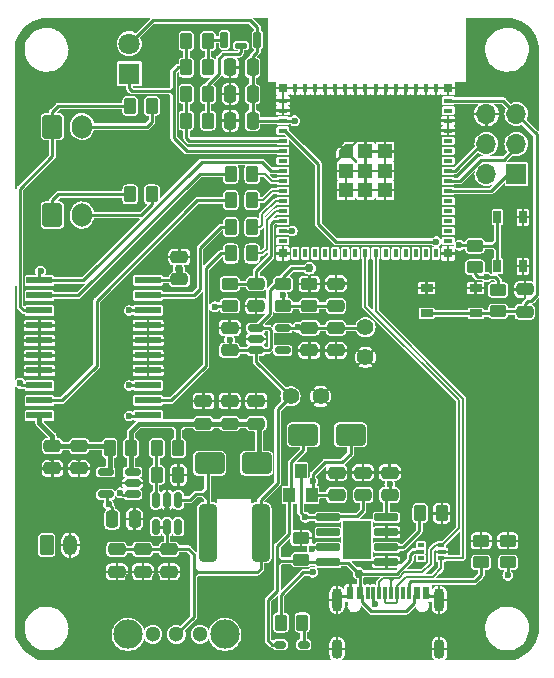
<source format=gbr>
%TF.GenerationSoftware,KiCad,Pcbnew,7.0.5*%
%TF.CreationDate,2024-05-30T23:49:04+02:00*%
%TF.ProjectId,Acoustifly,41636f75-7374-4696-966c-792e6b696361,rev?*%
%TF.SameCoordinates,Original*%
%TF.FileFunction,Copper,L1,Top*%
%TF.FilePolarity,Positive*%
%FSLAX46Y46*%
G04 Gerber Fmt 4.6, Leading zero omitted, Abs format (unit mm)*
G04 Created by KiCad (PCBNEW 7.0.5) date 2024-05-30 23:49:04*
%MOMM*%
%LPD*%
G01*
G04 APERTURE LIST*
G04 Aperture macros list*
%AMRoundRect*
0 Rectangle with rounded corners*
0 $1 Rounding radius*
0 $2 $3 $4 $5 $6 $7 $8 $9 X,Y pos of 4 corners*
0 Add a 4 corners polygon primitive as box body*
4,1,4,$2,$3,$4,$5,$6,$7,$8,$9,$2,$3,0*
0 Add four circle primitives for the rounded corners*
1,1,$1+$1,$2,$3*
1,1,$1+$1,$4,$5*
1,1,$1+$1,$6,$7*
1,1,$1+$1,$8,$9*
0 Add four rect primitives between the rounded corners*
20,1,$1+$1,$2,$3,$4,$5,0*
20,1,$1+$1,$4,$5,$6,$7,0*
20,1,$1+$1,$6,$7,$8,$9,0*
20,1,$1+$1,$8,$9,$2,$3,0*%
%AMFreePoly0*
4,1,15,0.000002,0.605000,0.600000,0.605000,0.603536,0.603536,0.605000,0.600000,0.605000,-0.600000,0.603536,-0.603536,0.600000,-0.605000,-0.600000,-0.605000,-0.603536,-0.603536,-0.605000,-0.600000,-0.605001,0.000000,-0.603536,0.003536,-0.003536,0.603536,0.000000,0.605001,0.000002,0.605000,0.000002,0.605000,$1*%
G04 Aperture macros list end*
%TA.AperFunction,SMDPad,CuDef*%
%ADD10RoundRect,0.250000X0.475000X-0.250000X0.475000X0.250000X-0.475000X0.250000X-0.475000X-0.250000X0*%
%TD*%
%TA.AperFunction,SMDPad,CuDef*%
%ADD11RoundRect,0.250000X-0.262500X-0.450000X0.262500X-0.450000X0.262500X0.450000X-0.262500X0.450000X0*%
%TD*%
%TA.AperFunction,ComponentPad*%
%ADD12C,1.400000*%
%TD*%
%TA.AperFunction,SMDPad,CuDef*%
%ADD13RoundRect,0.250000X-0.450000X0.262500X-0.450000X-0.262500X0.450000X-0.262500X0.450000X0.262500X0*%
%TD*%
%TA.AperFunction,SMDPad,CuDef*%
%ADD14RoundRect,0.250000X1.000000X0.650000X-1.000000X0.650000X-1.000000X-0.650000X1.000000X-0.650000X0*%
%TD*%
%TA.AperFunction,SMDPad,CuDef*%
%ADD15RoundRect,0.150000X0.350000X0.150000X-0.350000X0.150000X-0.350000X-0.150000X0.350000X-0.150000X0*%
%TD*%
%TA.AperFunction,SMDPad,CuDef*%
%ADD16RoundRect,0.150000X-0.150000X-0.555000X0.150000X-0.555000X0.150000X0.555000X-0.150000X0.555000X0*%
%TD*%
%TA.AperFunction,SMDPad,CuDef*%
%ADD17RoundRect,0.107500X-0.432500X-0.107500X0.432500X-0.107500X0.432500X0.107500X-0.432500X0.107500X0*%
%TD*%
%TA.AperFunction,SMDPad,CuDef*%
%ADD18RoundRect,0.250000X-0.475000X0.250000X-0.475000X-0.250000X0.475000X-0.250000X0.475000X0.250000X0*%
%TD*%
%TA.AperFunction,SMDPad,CuDef*%
%ADD19R,1.000000X1.270000*%
%TD*%
%TA.AperFunction,SMDPad,CuDef*%
%ADD20RoundRect,0.250000X-0.250000X-0.475000X0.250000X-0.475000X0.250000X0.475000X-0.250000X0.475000X0*%
%TD*%
%TA.AperFunction,SMDPad,CuDef*%
%ADD21RoundRect,0.250000X0.262500X0.450000X-0.262500X0.450000X-0.262500X-0.450000X0.262500X-0.450000X0*%
%TD*%
%TA.AperFunction,ComponentPad*%
%ADD22RoundRect,0.250000X-0.600000X-0.750000X0.600000X-0.750000X0.600000X0.750000X-0.600000X0.750000X0*%
%TD*%
%TA.AperFunction,ComponentPad*%
%ADD23O,1.700000X2.000000*%
%TD*%
%TA.AperFunction,SMDPad,CuDef*%
%ADD24R,0.500000X0.375000*%
%TD*%
%TA.AperFunction,SMDPad,CuDef*%
%ADD25R,0.650000X0.300000*%
%TD*%
%TA.AperFunction,ComponentPad*%
%ADD26RoundRect,0.250000X-0.350000X-0.625000X0.350000X-0.625000X0.350000X0.625000X-0.350000X0.625000X0*%
%TD*%
%TA.AperFunction,ComponentPad*%
%ADD27O,1.200000X1.750000*%
%TD*%
%TA.AperFunction,SMDPad,CuDef*%
%ADD28RoundRect,0.250000X0.450000X-0.262500X0.450000X0.262500X-0.450000X0.262500X-0.450000X-0.262500X0*%
%TD*%
%TA.AperFunction,SMDPad,CuDef*%
%ADD29RoundRect,0.042000X0.943000X0.258000X-0.943000X0.258000X-0.943000X-0.258000X0.943000X-0.258000X0*%
%TD*%
%TA.AperFunction,SMDPad,CuDef*%
%ADD30R,2.413000X3.302000*%
%TD*%
%TA.AperFunction,ComponentPad*%
%ADD31R,1.700000X1.700000*%
%TD*%
%TA.AperFunction,ComponentPad*%
%ADD32O,1.700000X1.700000*%
%TD*%
%TA.AperFunction,SMDPad,CuDef*%
%ADD33RoundRect,0.150000X0.512500X0.150000X-0.512500X0.150000X-0.512500X-0.150000X0.512500X-0.150000X0*%
%TD*%
%TA.AperFunction,SMDPad,CuDef*%
%ADD34R,0.600000X1.140000*%
%TD*%
%TA.AperFunction,SMDPad,CuDef*%
%ADD35R,0.300000X1.140000*%
%TD*%
%TA.AperFunction,ComponentPad*%
%ADD36O,0.900000X2.000000*%
%TD*%
%TA.AperFunction,ComponentPad*%
%ADD37O,0.900000X1.700000*%
%TD*%
%TA.AperFunction,SMDPad,CuDef*%
%ADD38RoundRect,0.150000X-0.150000X0.512500X-0.150000X-0.512500X0.150000X-0.512500X0.150000X0.512500X0*%
%TD*%
%TA.AperFunction,SMDPad,CuDef*%
%ADD39RoundRect,0.387500X-0.387500X2.062500X-0.387500X-2.062500X0.387500X-2.062500X0.387500X2.062500X0*%
%TD*%
%TA.AperFunction,SMDPad,CuDef*%
%ADD40R,0.800000X0.400000*%
%TD*%
%TA.AperFunction,SMDPad,CuDef*%
%ADD41R,0.400000X0.800000*%
%TD*%
%TA.AperFunction,SMDPad,CuDef*%
%ADD42R,1.200000X1.200000*%
%TD*%
%TA.AperFunction,SMDPad,CuDef*%
%ADD43FreePoly0,0.000000*%
%TD*%
%TA.AperFunction,SMDPad,CuDef*%
%ADD44R,0.800000X0.800000*%
%TD*%
%TA.AperFunction,SMDPad,CuDef*%
%ADD45RoundRect,0.150000X-0.512500X-0.150000X0.512500X-0.150000X0.512500X0.150000X-0.512500X0.150000X0*%
%TD*%
%TA.AperFunction,SMDPad,CuDef*%
%ADD46R,0.650000X1.050000*%
%TD*%
%TA.AperFunction,SMDPad,CuDef*%
%ADD47R,1.050000X0.650000*%
%TD*%
%TA.AperFunction,ComponentPad*%
%ADD48C,1.300000*%
%TD*%
%TA.AperFunction,ComponentPad*%
%ADD49C,2.483000*%
%TD*%
%TA.AperFunction,SMDPad,CuDef*%
%ADD50R,2.200000X0.600000*%
%TD*%
%TA.AperFunction,ComponentPad*%
%ADD51R,1.800000X1.800000*%
%TD*%
%TA.AperFunction,ComponentPad*%
%ADD52C,1.800000*%
%TD*%
%TA.AperFunction,ViaPad*%
%ADD53C,0.600000*%
%TD*%
%TA.AperFunction,ViaPad*%
%ADD54C,0.756400*%
%TD*%
%TA.AperFunction,Conductor*%
%ADD55C,0.254000*%
%TD*%
%TA.AperFunction,Conductor*%
%ADD56C,0.381000*%
%TD*%
%TA.AperFunction,Conductor*%
%ADD57C,0.200000*%
%TD*%
G04 APERTURE END LIST*
D10*
%TO.P,C15,1,1*%
%TO.N,VCC*%
X14350000Y32650000D03*
%TO.P,C15,2,2*%
%TO.N,GND*%
X14350000Y34550000D03*
%TD*%
D11*
%TO.P,R15,1,1*%
%TO.N,Net-(IC3-OUT1)*%
X10187500Y47350000D03*
%TO.P,R15,2,2*%
%TO.N,Net-(IC3-OUT2)*%
X12012500Y47350000D03*
%TD*%
D12*
%TO.P,TP1,1,1*%
%TO.N,GND*%
X30100000Y26060000D03*
%TO.P,TP1,2,2*%
%TO.N,/3.3V*%
X30100000Y28600000D03*
%TD*%
D13*
%TO.P,R2,1,1*%
%TO.N,GND*%
X24650000Y10762500D03*
%TO.P,R2,2,2*%
%TO.N,VBUS*%
X24650000Y8937500D03*
%TD*%
D14*
%TO.P,D4,1,K*%
%TO.N,Net-(D4-K)*%
X28850000Y19500000D03*
%TO.P,D4,2,A*%
%TO.N,VBUS*%
X24850000Y19500000D03*
%TD*%
D15*
%TO.P,D3,1,K*%
%TO.N,Net-(D3-K)*%
X24867500Y1732500D03*
%TO.P,D3,2,A*%
%TO.N,VBUS*%
X22867500Y1732500D03*
%TD*%
D10*
%TO.P,C22,1,1*%
%TO.N,GND*%
X27600000Y26650000D03*
%TO.P,C22,2,2*%
%TO.N,/3.3V*%
X27600000Y28550000D03*
%TD*%
%TO.P,C4,1,1*%
%TO.N,/+23.5V*%
X20850000Y20450000D03*
%TO.P,C4,2,2*%
%TO.N,GND*%
X20850000Y22350000D03*
%TD*%
D16*
%TO.P,D5,1,A*%
%TO.N,/3.3V*%
X20950000Y52953483D03*
D17*
%TO.P,D5,2,K1*%
%TO.N,Net-(D5-K1)*%
X19550000Y52453483D03*
D16*
%TO.P,D5,3,K2*%
%TO.N,Net-(D5-K2)*%
X18150000Y52953483D03*
%TD*%
D14*
%TO.P,D2,1,K*%
%TO.N,/+23.5V*%
X20900000Y17100000D03*
%TO.P,D2,2,A*%
%TO.N,Net-(D2-A)*%
X16900000Y17100000D03*
%TD*%
D18*
%TO.P,C18,1,1*%
%TO.N,GND*%
X29900000Y16300000D03*
%TO.P,C18,2,2*%
%TO.N,/BAT+*%
X29900000Y14400000D03*
%TD*%
D19*
%TO.P,Q3,1,G*%
%TO.N,VBUS*%
X23650000Y14400000D03*
%TO.P,Q3,2,S*%
%TO.N,Net-(D4-K)*%
X25550000Y14400000D03*
%TO.P,Q3,3,D*%
%TO.N,/BAT+*%
X24600000Y16400000D03*
%TD*%
D20*
%TO.P,C17,1,1*%
%TO.N,GND*%
X18650000Y50600000D03*
%TO.P,C17,2,2*%
%TO.N,/3.3V*%
X20550000Y50600000D03*
%TD*%
%TO.P,C20,1,1*%
%TO.N,GND*%
X18650000Y46100000D03*
%TO.P,C20,2,2*%
%TO.N,/3.3V*%
X20550000Y46100000D03*
%TD*%
D11*
%TO.P,R20,1,1*%
%TO.N,/LED_YELLOW_GREEN*%
X14937500Y48350000D03*
%TO.P,R20,2,2*%
%TO.N,Net-(D5-K1)*%
X16762500Y48350000D03*
%TD*%
%TO.P,R1,1,1*%
%TO.N,Net-(U6-FB)*%
X12437500Y18350000D03*
%TO.P,R1,2,2*%
%TO.N,/+23.5V*%
X14262500Y18350000D03*
%TD*%
%TO.P,R19,1,1*%
%TO.N,/LED_YELLOW_GREEN*%
X14937500Y46100000D03*
%TO.P,R19,2,2*%
%TO.N,Net-(D5-K1)*%
X16762500Y46100000D03*
%TD*%
D18*
%TO.P,C11,1,1*%
%TO.N,Net-(IC3-VS)*%
X5850000Y18550000D03*
%TO.P,C11,2,2*%
%TO.N,GND*%
X5850000Y16650000D03*
%TD*%
D10*
%TO.P,C14,1,1*%
%TO.N,GND*%
X25350000Y26650000D03*
%TO.P,C14,2,2*%
%TO.N,/3.3V*%
X25350000Y28550000D03*
%TD*%
D21*
%TO.P,R18,1,1*%
%TO.N,/HBRIDGE_B-*%
X20512500Y34850000D03*
%TO.P,R18,2,2*%
%TO.N,Net-(IC3-IN3)*%
X18687500Y34850000D03*
%TD*%
D13*
%TO.P,R8,1,1*%
%TO.N,GND*%
X42150000Y10512500D03*
%TO.P,R8,2,2*%
%TO.N,Net-(J3-CC1)*%
X42150000Y8687500D03*
%TD*%
D18*
%TO.P,C1,1,1*%
%TO.N,GND*%
X27650000Y16300000D03*
%TO.P,C1,2,2*%
%TO.N,Net-(D4-K)*%
X27650000Y14400000D03*
%TD*%
D12*
%TO.P,TP2,1,1*%
%TO.N,GND*%
X26300000Y22750000D03*
%TO.P,TP2,2,2*%
%TO.N,VCC*%
X23760000Y22750000D03*
%TD*%
D22*
%TO.P,X2,1,S*%
%TO.N,Net-(IC3-OUT1)*%
X3600000Y45600000D03*
D23*
%TO.P,X2,2,S*%
%TO.N,Net-(IC3-OUT2)*%
X6100000Y45600000D03*
%TD*%
D18*
%TO.P,C21,1,1*%
%TO.N,GND*%
X27600000Y32300000D03*
%TO.P,C21,2,2*%
%TO.N,/BAT_STATE*%
X27600000Y30400000D03*
%TD*%
D21*
%TO.P,RSHUNT1,1,1*%
%TO.N,/+23.5V*%
X10262500Y18350000D03*
%TO.P,RSHUNT1,2,2*%
%TO.N,Net-(IC3-VS)*%
X8437500Y18350000D03*
%TD*%
D24*
%TO.P,U1,1,I/O1*%
%TO.N,/USBD+*%
X36500000Y9062500D03*
D25*
%TO.P,U1,2,GND*%
%TO.N,GND*%
X36575000Y9600000D03*
D24*
%TO.P,U1,3,I/O2*%
%TO.N,/USBD-*%
X36500000Y10137500D03*
%TO.P,U1,4,I/O2*%
%TO.N,unconnected-(U1-I{slash}O2-Pad4)*%
X34800000Y10137500D03*
D25*
%TO.P,U1,5,VBUS*%
%TO.N,VBUS*%
X34725000Y9600000D03*
D24*
%TO.P,U1,6,I/O1*%
%TO.N,unconnected-(U1-I{slash}O1-Pad6)*%
X34800000Y9062500D03*
%TD*%
D26*
%TO.P,X1,1,1*%
%TO.N,/BAT+*%
X3100000Y10150000D03*
D27*
%TO.P,X1,2,2*%
%TO.N,GND*%
X5100000Y10150000D03*
%TD*%
D18*
%TO.P,C13,1,1*%
%TO.N,GND*%
X18600000Y28550000D03*
%TO.P,C13,2,2*%
%TO.N,VCC*%
X18600000Y26650000D03*
%TD*%
D28*
%TO.P,R14,1,1*%
%TO.N,/BAT_STATE*%
X23100000Y30437500D03*
%TO.P,R14,2,2*%
%TO.N,VCC*%
X23100000Y32262500D03*
%TD*%
D13*
%TO.P,R13,1,1*%
%TO.N,GND*%
X25350000Y32262500D03*
%TO.P,R13,2,2*%
%TO.N,/BAT_STATE*%
X25350000Y30437500D03*
%TD*%
D29*
%TO.P,IC2,1,TEMP*%
%TO.N,GND*%
X31875000Y8695000D03*
%TO.P,IC2,2,PROG*%
%TO.N,Net-(IC2-PROG)*%
X31875000Y9965000D03*
%TO.P,IC2,3,GND*%
%TO.N,GND*%
X31875000Y11235000D03*
%TO.P,IC2,4,VCC*%
%TO.N,VBUS*%
X31875000Y12505000D03*
%TO.P,IC2,5,BAT*%
%TO.N,/BAT+*%
X26925000Y12505000D03*
%TO.P,IC2,6,STDBY*%
%TO.N,unconnected-(IC2-STDBY-Pad6)*%
X26925000Y11235000D03*
%TO.P,IC2,7,CHRG*%
%TO.N,Net-(IC2-CHRG)*%
X26925000Y9965000D03*
%TO.P,IC2,8,CE*%
%TO.N,VBUS*%
X26925000Y8695000D03*
D30*
%TO.P,IC2,9*%
%TO.N,N/C*%
X29400000Y10600000D03*
%TD*%
D21*
%TO.P,R21,1,1*%
%TO.N,Net-(D5-K2)*%
X16762500Y52850000D03*
%TO.P,R21,2,2*%
%TO.N,/LED_RED*%
X14937500Y52850000D03*
%TD*%
D31*
%TO.P,J2,1,Pin_1*%
%TO.N,/MISO*%
X42875000Y41575000D03*
D32*
%TO.P,J2,2,Pin_2*%
%TO.N,VCC*%
X40335000Y41575000D03*
%TO.P,J2,3,Pin_3*%
%TO.N,/SCK*%
X42875000Y44115000D03*
%TO.P,J2,4,Pin_4*%
%TO.N,/MOSI*%
X40335000Y44115000D03*
%TO.P,J2,5,Pin_5*%
%TO.N,/RESET*%
X42875000Y46655000D03*
%TO.P,J2,6,Pin_6*%
%TO.N,GND*%
X40335000Y46655000D03*
%TD*%
D11*
%TO.P,R16,1,1*%
%TO.N,Net-(IC3-OUT3)*%
X10187500Y39850000D03*
%TO.P,R16,2,2*%
%TO.N,Net-(IC3-OUT4)*%
X12012500Y39850000D03*
%TD*%
D18*
%TO.P,C10,1,1*%
%TO.N,Net-(IC3-VS)*%
X3600000Y18550000D03*
%TO.P,C10,2,2*%
%TO.N,GND*%
X3600000Y16650000D03*
%TD*%
D21*
%TO.P,R6,1,1*%
%TO.N,Net-(D3-K)*%
X24762500Y3600000D03*
%TO.P,R6,2,2*%
%TO.N,Net-(IC2-CHRG)*%
X22937500Y3600000D03*
%TD*%
%TO.P,R22,1,1*%
%TO.N,/HBRIDGE_A+*%
X20512500Y39350000D03*
%TO.P,R22,2,2*%
%TO.N,Net-(IC3-IN2)*%
X18687500Y39350000D03*
%TD*%
D33*
%TO.P,U4,1*%
%TO.N,Net-(R7-Pad1)*%
X10375000Y14450000D03*
%TO.P,U4,2,GND*%
%TO.N,GND*%
X10375000Y15400000D03*
%TO.P,U4,3,+*%
%TO.N,/+23.5V*%
X10375000Y16350000D03*
%TO.P,U4,4,-*%
%TO.N,Net-(IC3-VS)*%
X8100000Y16350000D03*
%TO.P,U4,5,V+*%
%TO.N,/3.3V*%
X8100000Y14450000D03*
%TD*%
D11*
%TO.P,R23,1,1*%
%TO.N,/LED_RED*%
X14937500Y50600000D03*
%TO.P,R23,2,2*%
%TO.N,Net-(D5-K2)*%
X16762500Y50600000D03*
%TD*%
D21*
%TO.P,R12,1,1*%
%TO.N,/HBRIDGE_A-*%
X20512500Y41600000D03*
%TO.P,R12,2,2*%
%TO.N,Net-(IC3-IN1)*%
X18687500Y41600000D03*
%TD*%
D10*
%TO.P,C5,1,1*%
%TO.N,/+23.5V*%
X18600000Y20450000D03*
%TO.P,C5,2,2*%
%TO.N,GND*%
X18600000Y22350000D03*
%TD*%
D18*
%TO.P,C6,1,1*%
%TO.N,VCC*%
X9050000Y9800000D03*
%TO.P,C6,2,2*%
%TO.N,GND*%
X9050000Y7900000D03*
%TD*%
D10*
%TO.P,C7,1,1*%
%TO.N,/+23.5V*%
X16385000Y20450000D03*
%TO.P,C7,2,2*%
%TO.N,GND*%
X16385000Y22350000D03*
%TD*%
D34*
%TO.P,J3,A1_B12,GND*%
%TO.N,GND*%
X28825000Y6100000D03*
%TO.P,J3,A4_B9,VBUS*%
%TO.N,VBUS*%
X29625000Y6100000D03*
D35*
%TO.P,J3,A5,CC1*%
%TO.N,Net-(J3-CC1)*%
X30775000Y6100000D03*
%TO.P,J3,A6,DP1*%
%TO.N,/USBD+*%
X31775000Y6100000D03*
%TO.P,J3,A7,DN1*%
%TO.N,/USBD-*%
X32275000Y6100000D03*
%TO.P,J3,A8,SBU1*%
%TO.N,unconnected-(J3-SBU1-PadA8)*%
X33275000Y6100000D03*
D34*
%TO.P,J3,B1_A12,GND*%
%TO.N,GND*%
X35225000Y6100000D03*
%TO.P,J3,B4_A9,VBUS*%
%TO.N,VBUS*%
X34425000Y6100000D03*
D35*
%TO.P,J3,B5,CC2*%
%TO.N,Net-(J3-CC2)*%
X33775000Y6100000D03*
%TO.P,J3,B6,DP2*%
%TO.N,/USBD+*%
X32775000Y6100000D03*
%TO.P,J3,B7,DN2*%
%TO.N,/USBD-*%
X31275000Y6100000D03*
%TO.P,J3,B8,SBU2*%
%TO.N,unconnected-(J3-SBU2-PadB8)*%
X30275000Y6100000D03*
D36*
%TO.P,J3,S1,SHIELD*%
%TO.N,GND*%
X27700000Y5520000D03*
%TO.P,J3,S2,SHIELD*%
X36350000Y5520000D03*
D37*
%TO.P,J3,S3,SHIELD*%
X27700000Y1350000D03*
%TO.P,J3,S4,SHIELD*%
X36350000Y1350000D03*
%TD*%
D38*
%TO.P,U6,1,SW*%
%TO.N,Net-(D2-A)*%
X14250000Y13987500D03*
%TO.P,U6,2,GND*%
%TO.N,GND*%
X13300000Y13987500D03*
%TO.P,U6,3,FB*%
%TO.N,Net-(U6-FB)*%
X12350000Y13987500D03*
%TO.P,U6,4,EN*%
%TO.N,VCC*%
X12350000Y11712500D03*
%TO.P,U6,5,IN*%
X13300000Y11712500D03*
%TO.P,U6,6,NC*%
%TO.N,unconnected-(U6-NC-Pad6)*%
X14250000Y11712500D03*
%TD*%
D22*
%TO.P,X4,1,S*%
%TO.N,Net-(IC3-OUT3)*%
X3600000Y38100000D03*
D23*
%TO.P,X4,2,S*%
%TO.N,Net-(IC3-OUT4)*%
X6100000Y38100000D03*
%TD*%
D28*
%TO.P,R7,1,1*%
%TO.N,Net-(R7-Pad1)*%
X18600000Y30437500D03*
%TO.P,R7,2,2*%
%TO.N,/HBRIDGE_CURRENTSENSE*%
X18600000Y32262500D03*
%TD*%
D18*
%TO.P,C3,1,1*%
%TO.N,VCC*%
X13461250Y9800000D03*
%TO.P,C3,2,2*%
%TO.N,GND*%
X13461250Y7900000D03*
%TD*%
D39*
%TO.P,L1,1,1*%
%TO.N,Net-(D2-A)*%
X16775000Y11210000D03*
%TO.P,L1,2,2*%
%TO.N,VCC*%
X21225000Y11210000D03*
%TD*%
D20*
%TO.P,C19,1,1*%
%TO.N,GND*%
X18650000Y48350000D03*
%TO.P,C19,2,2*%
%TO.N,/3.3V*%
X20550000Y48350000D03*
%TD*%
D28*
%TO.P,R17,1,1*%
%TO.N,/3.3V*%
X39350000Y33687500D03*
%TO.P,R17,2,2*%
%TO.N,/BOOT*%
X39350000Y35512500D03*
%TD*%
D40*
%TO.P,U3,1,GND*%
%TO.N,GND*%
X23100000Y47800000D03*
%TO.P,U3,2,GND*%
X23100000Y46950000D03*
%TO.P,U3,3,3V3*%
%TO.N,/3.3V*%
X23100000Y46100000D03*
%TO.P,U3,4,IO0*%
%TO.N,/BOOT*%
X23100000Y45250000D03*
%TO.P,U3,5,IO1*%
%TO.N,/LED_YELLOW_GREEN*%
X23100000Y44400000D03*
%TO.P,U3,6,IO2*%
%TO.N,/LED_RED*%
X23100000Y43550000D03*
%TO.P,U3,7,IO3*%
%TO.N,unconnected-(U3-IO3-Pad7)*%
X23100000Y42700000D03*
%TO.P,U3,8,IO4*%
%TO.N,/EN_HBRIDGE*%
X23100000Y41850000D03*
%TO.P,U3,9,IO5*%
%TO.N,/HBRIDGE_A-*%
X23100000Y41000000D03*
%TO.P,U3,10,IO6*%
%TO.N,/HBRIDGE_A+*%
X23100000Y40150000D03*
%TO.P,U3,11,IO7*%
%TO.N,/HBRIDGE_B+*%
X23100000Y39300000D03*
%TO.P,U3,12,IO8*%
%TO.N,/HBRIDGE_B-*%
X23100000Y38450000D03*
%TO.P,U3,13,IO9*%
%TO.N,/HBRIDGE_CURRENTSENSE*%
X23100000Y37600000D03*
%TO.P,U3,14,IO10*%
%TO.N,/BAT_STATE*%
X23100000Y36750000D03*
%TO.P,U3,15,IO11*%
%TO.N,unconnected-(U3-IO11-Pad15)*%
X23100000Y35900000D03*
D41*
%TO.P,U3,16,IO12*%
%TO.N,unconnected-(U3-IO12-Pad16)*%
X24150000Y34850000D03*
%TO.P,U3,17,IO13*%
%TO.N,unconnected-(U3-IO13-Pad17)*%
X25000000Y34850000D03*
%TO.P,U3,18,IO14*%
%TO.N,unconnected-(U3-IO14-Pad18)*%
X25850000Y34850000D03*
%TO.P,U3,19,IO15*%
%TO.N,unconnected-(U3-IO15-Pad19)*%
X26700000Y34850000D03*
%TO.P,U3,20,IO16*%
%TO.N,unconnected-(U3-IO16-Pad20)*%
X27550000Y34850000D03*
%TO.P,U3,21,IO17*%
%TO.N,unconnected-(U3-IO17-Pad21)*%
X28400000Y34850000D03*
%TO.P,U3,22,IO18*%
%TO.N,unconnected-(U3-IO18-Pad22)*%
X29250000Y34850000D03*
%TO.P,U3,23,IO19*%
%TO.N,/USBD-*%
X30100000Y34850000D03*
%TO.P,U3,24,IO20*%
%TO.N,/USBD+*%
X30950000Y34850000D03*
%TO.P,U3,25,IO21*%
%TO.N,unconnected-(U3-IO21-Pad25)*%
X31800000Y34850000D03*
%TO.P,U3,26,IO26*%
%TO.N,unconnected-(U3-IO26-Pad26)*%
X32650000Y34850000D03*
%TO.P,U3,27,IO47*%
%TO.N,unconnected-(U3-IO47-Pad27)*%
X33500000Y34850000D03*
%TO.P,U3,28,IO33*%
%TO.N,unconnected-(U3-IO33-Pad28)*%
X34350000Y34850000D03*
%TO.P,U3,29,IO34*%
%TO.N,unconnected-(U3-IO34-Pad29)*%
X35200000Y34850000D03*
%TO.P,U3,30,IO48*%
%TO.N,unconnected-(U3-IO48-Pad30)*%
X36050000Y34850000D03*
D40*
%TO.P,U3,31,IO35*%
%TO.N,unconnected-(U3-IO35-Pad31)*%
X37100000Y35900000D03*
%TO.P,U3,32,IO36*%
%TO.N,unconnected-(U3-IO36-Pad32)*%
X37100000Y36750000D03*
%TO.P,U3,33,IO37*%
%TO.N,unconnected-(U3-IO37-Pad33)*%
X37100000Y37600000D03*
%TO.P,U3,34,IO38*%
%TO.N,unconnected-(U3-IO38-Pad34)*%
X37100000Y38450000D03*
%TO.P,U3,35,IO39*%
%TO.N,unconnected-(U3-IO39-Pad35)*%
X37100000Y39300000D03*
%TO.P,U3,36,IO40*%
%TO.N,/MISO*%
X37100000Y40150000D03*
%TO.P,U3,37,IO41*%
%TO.N,/SCK*%
X37100000Y41000000D03*
%TO.P,U3,38,IO42*%
%TO.N,/MOSI*%
X37100000Y41850000D03*
%TO.P,U3,39,TXD0*%
%TO.N,/TX0*%
X37100000Y42700000D03*
%TO.P,U3,40,RXD0*%
%TO.N,/RX0*%
X37100000Y43550000D03*
%TO.P,U3,41,IO45*%
%TO.N,unconnected-(U3-IO45-Pad41)*%
X37100000Y44400000D03*
%TO.P,U3,42,GND*%
%TO.N,GND*%
X37100000Y45250000D03*
%TO.P,U3,43,GND*%
X37100000Y46100000D03*
%TO.P,U3,44,IO46*%
%TO.N,unconnected-(U3-IO46-Pad44)*%
X37100000Y46950000D03*
%TO.P,U3,45,EN*%
%TO.N,/RESET*%
X37100000Y47800000D03*
D41*
%TO.P,U3,46,GND*%
%TO.N,GND*%
X36050000Y48850000D03*
%TO.P,U3,47,GND*%
X35200000Y48850000D03*
%TO.P,U3,48,GND*%
X34350000Y48850000D03*
%TO.P,U3,49,GND*%
X33500000Y48850000D03*
%TO.P,U3,50,GND*%
X32650000Y48850000D03*
%TO.P,U3,51,GND*%
X31800000Y48850000D03*
%TO.P,U3,52,GND*%
X30950000Y48850000D03*
%TO.P,U3,53,GND*%
X30100000Y48850000D03*
%TO.P,U3,54,GND*%
X29250000Y48850000D03*
%TO.P,U3,55,GND*%
X28400000Y48850000D03*
%TO.P,U3,56,GND*%
X27550000Y48850000D03*
%TO.P,U3,57,GND*%
X26700000Y48850000D03*
%TO.P,U3,58,GND*%
X25850000Y48850000D03*
%TO.P,U3,59,GND*%
X25000000Y48850000D03*
%TO.P,U3,60,GND*%
X24150000Y48850000D03*
D42*
%TO.P,U3,61,GND*%
X30100000Y41850000D03*
D43*
%TO.P,U3,61_1,GND*%
X28450000Y43500000D03*
D42*
%TO.P,U3,61_2,GND*%
X30100000Y43500000D03*
%TO.P,U3,61_3,GND*%
X31750000Y43500000D03*
%TO.P,U3,61_4,GND*%
X31750000Y41850000D03*
%TO.P,U3,61_5,GND*%
X31750000Y40200000D03*
%TO.P,U3,61_6,GND*%
X30100000Y40200000D03*
%TO.P,U3,61_7,GND*%
X28450000Y40200000D03*
%TO.P,U3,61_8,GND*%
X28450000Y41850000D03*
D44*
%TO.P,U3,62,GND*%
X23100000Y48850000D03*
%TO.P,U3,63,GND*%
X23100000Y34850000D03*
%TO.P,U3,64,GND*%
X37100000Y34850000D03*
%TO.P,U3,65,GND*%
X37100000Y48850000D03*
%TD*%
D45*
%TO.P,U2,1,VIN*%
%TO.N,VCC*%
X20825000Y28550000D03*
%TO.P,U2,2,GND*%
%TO.N,GND*%
X20825000Y27600000D03*
%TO.P,U2,3,EN*%
%TO.N,VCC*%
X20825000Y26650000D03*
%TO.P,U2,4,NC*%
%TO.N,unconnected-(U2-NC-Pad4)*%
X23100000Y26650000D03*
%TO.P,U2,5,VOUT*%
%TO.N,/3.3V*%
X23100000Y28550000D03*
%TD*%
D46*
%TO.P,BOOT_SWITCH1,1*%
%TO.N,/BOOT*%
X41275000Y33775000D03*
%TO.P,BOOT_SWITCH1,2*%
X41275000Y37925000D03*
%TO.P,BOOT_SWITCH1,3*%
%TO.N,GND*%
X43425000Y33775000D03*
%TO.P,BOOT_SWITCH1,4*%
X43425000Y37925000D03*
%TD*%
D47*
%TO.P,RESET_SWITCH1,1*%
%TO.N,/RESET*%
X39425000Y29775000D03*
%TO.P,RESET_SWITCH1,2*%
X35275000Y29775000D03*
%TO.P,RESET_SWITCH1,3*%
%TO.N,GND*%
X39425000Y31925000D03*
%TO.P,RESET_SWITCH1,4*%
X35275000Y31925000D03*
%TD*%
D10*
%TO.P,C8,1,1*%
%TO.N,GND*%
X20850000Y30400000D03*
%TO.P,C8,2,2*%
%TO.N,/HBRIDGE_CURRENTSENSE*%
X20850000Y32300000D03*
%TD*%
D11*
%TO.P,R4,1,1*%
%TO.N,Net-(IC2-PROG)*%
X34737500Y12850000D03*
%TO.P,R4,2,2*%
%TO.N,GND*%
X36562500Y12850000D03*
%TD*%
D28*
%TO.P,R5,1,1*%
%TO.N,Net-(J3-CC2)*%
X39900000Y8687500D03*
%TO.P,R5,2,2*%
%TO.N,GND*%
X39900000Y10512500D03*
%TD*%
D18*
%TO.P,C2,1,1*%
%TO.N,VCC*%
X11238750Y9800000D03*
%TO.P,C2,2,2*%
%TO.N,GND*%
X11238750Y7900000D03*
%TD*%
D48*
%TO.P,S1,1,1*%
%TO.N,Net-(D4-K)*%
X12100000Y2600000D03*
%TO.P,S1,2,2*%
%TO.N,VCC*%
X14100000Y2600000D03*
%TO.P,S1,3,3*%
%TO.N,unconnected-(S1-Pad3)*%
X16100000Y2600000D03*
D49*
%TO.P,S1,MH1*%
%TO.N,N/C*%
X10000000Y2600000D03*
%TO.P,S1,MH2*%
X18200000Y2600000D03*
%TD*%
D21*
%TO.P,R11,1,1*%
%TO.N,/HBRIDGE_B+*%
X20512500Y37100000D03*
%TO.P,R11,2,2*%
%TO.N,Net-(IC3-IN4)*%
X18687500Y37100000D03*
%TD*%
D50*
%TO.P,IC3,1,EN1*%
%TO.N,/EN_HBRIDGE*%
X2500000Y32565000D03*
%TO.P,IC3,2,IN1*%
%TO.N,Net-(IC3-IN1)*%
X2500000Y31295000D03*
%TO.P,IC3,3,OUT1*%
%TO.N,Net-(IC3-OUT1)*%
X2500000Y30025000D03*
%TO.P,IC3,4,GND@1*%
%TO.N,GND*%
X2500000Y28755000D03*
%TO.P,IC3,5,GND@2*%
X2500000Y27485000D03*
%TO.P,IC3,6,GND@3*%
X2500000Y26215000D03*
%TO.P,IC3,7,GND@4*%
X2500000Y24945000D03*
%TO.P,IC3,8,OUT2*%
%TO.N,Net-(IC3-OUT2)*%
X2500000Y23675000D03*
%TO.P,IC3,9,IN2*%
%TO.N,Net-(IC3-IN2)*%
X2500000Y22405000D03*
%TO.P,IC3,10,VS*%
%TO.N,Net-(IC3-VS)*%
X2500000Y21135000D03*
%TO.P,IC3,11,EN2*%
%TO.N,/EN_HBRIDGE*%
X11700000Y21135000D03*
%TO.P,IC3,12,IN3*%
%TO.N,Net-(IC3-IN3)*%
X11700000Y22405000D03*
%TO.P,IC3,13,OUT3*%
%TO.N,Net-(IC3-OUT3)*%
X11700000Y23675000D03*
%TO.P,IC3,14,GND@5*%
%TO.N,GND*%
X11700000Y24945000D03*
%TO.P,IC3,15,GND@6*%
X11700000Y26215000D03*
%TO.P,IC3,16,GND@7*%
X11700000Y27485000D03*
%TO.P,IC3,17,GND@8*%
X11700000Y28755000D03*
%TO.P,IC3,18,OUT4*%
%TO.N,Net-(IC3-OUT4)*%
X11700000Y30025000D03*
%TO.P,IC3,19,IN4*%
%TO.N,Net-(IC3-IN4)*%
X11700000Y31295000D03*
%TO.P,IC3,20,VSS*%
%TO.N,VCC*%
X11700000Y32565000D03*
%TD*%
D18*
%TO.P,C16,1,1*%
%TO.N,GND*%
X43600000Y31800000D03*
%TO.P,C16,2,2*%
%TO.N,/RESET*%
X43600000Y29900000D03*
%TD*%
D51*
%TO.P,D1,1,K*%
%TO.N,/LED_RED*%
X10100000Y50075000D03*
D52*
%TO.P,D1,2,A*%
%TO.N,/3.3V*%
X10100000Y52615000D03*
%TD*%
D10*
%TO.P,C12,1,1*%
%TO.N,VBUS*%
X32150000Y14400000D03*
%TO.P,C12,2,2*%
%TO.N,GND*%
X32150000Y16300000D03*
%TD*%
D20*
%TO.P,C9,1,1*%
%TO.N,/3.3V*%
X8650000Y12350000D03*
%TO.P,C9,2,2*%
%TO.N,GND*%
X10550000Y12350000D03*
%TD*%
D13*
%TO.P,R9,1,1*%
%TO.N,/3.3V*%
X41350000Y31762500D03*
%TO.P,R9,2,2*%
%TO.N,/RESET*%
X41350000Y29937500D03*
%TD*%
D21*
%TO.P,R3,1,1*%
%TO.N,GND*%
X14262500Y16100000D03*
%TO.P,R3,2,2*%
%TO.N,Net-(U6-FB)*%
X12437500Y16100000D03*
%TD*%
D53*
%TO.N,VCC*%
X18600032Y27550000D03*
D54*
X14300000Y33519900D03*
X25357600Y33600000D03*
%TO.N,GND*%
X18900000Y15300000D03*
X37456848Y9693100D03*
X27100000Y47850000D03*
X31850000Y37100000D03*
D53*
X23050000Y29450000D03*
X23250000Y9850000D03*
D54*
X10100000Y7350000D03*
X39200000Y13600000D03*
D53*
X21151521Y5012655D03*
D54*
X30100000Y47850000D03*
D53*
X15350000Y42850000D03*
D54*
X34100000Y27850000D03*
X25400000Y37000000D03*
X43850000Y7600000D03*
X8350000Y25600000D03*
D53*
X4600000Y31950000D03*
D54*
X8350000Y28850000D03*
X13300000Y12950000D03*
D53*
X30500000Y7170600D03*
D54*
X18850000Y33600000D03*
D53*
X7100000Y16900000D03*
D54*
X15850000Y15300000D03*
X12350000Y5350000D03*
X5350000Y19800000D03*
D53*
X41600000Y18100000D03*
D54*
X35100000Y24100000D03*
X39050000Y20350000D03*
X38100000Y37100000D03*
X28450000Y38950000D03*
X28800000Y15300000D03*
X33350000Y3100000D03*
X24000000Y42300000D03*
X39150000Y54150000D03*
X30350000Y3100000D03*
D53*
X4050000Y12750000D03*
X11600000Y14750000D03*
D54*
X12350000Y7350000D03*
X36750000Y14150000D03*
X31750000Y44750000D03*
D53*
X26850000Y18800000D03*
D54*
X25400000Y41850000D03*
X38350000Y44200000D03*
X13650000Y30050000D03*
X27200000Y40200000D03*
X7850000Y46350000D03*
D53*
X14850000Y7350000D03*
D54*
X8350000Y22350000D03*
D53*
X12350000Y19600000D03*
D54*
X43350000Y15850000D03*
X23368794Y7538806D03*
X37150000Y8400000D03*
X14600000Y39100000D03*
X6850000Y31350000D03*
X37300000Y21350000D03*
X26600000Y15400000D03*
D53*
X9350000Y17200000D03*
D54*
X36100000Y45600002D03*
D53*
X21900000Y18950000D03*
D54*
X24100000Y47850000D03*
X15850000Y53900000D03*
X36850000Y22600000D03*
D53*
X13700000Y23450000D03*
D54*
X19600000Y47225000D03*
X10050000Y28100000D03*
D53*
X19750000Y25950000D03*
X12350000Y36800000D03*
D54*
X10050000Y22600000D03*
X37350000Y30850000D03*
D53*
X31150000Y13300000D03*
D54*
X16750000Y40500000D03*
X32350000Y26850000D03*
X19600000Y45100000D03*
X6600000Y5350000D03*
D53*
X23600000Y21350000D03*
D54*
X6100000Y26350000D03*
X6600000Y35850000D03*
X14600000Y36850000D03*
D53*
X1700000Y39400000D03*
D54*
X5100000Y43350000D03*
X24600000Y6100000D03*
X38350000Y48850000D03*
X32600000Y29350000D03*
X27600000Y33600000D03*
D53*
X17350000Y31350000D03*
X19750000Y31350000D03*
X18600000Y23850000D03*
X11500000Y16800000D03*
X16200000Y7200000D03*
D54*
X43450000Y35950000D03*
X12100000Y34100000D03*
D53*
X24050000Y31300000D03*
D54*
X39050000Y16750000D03*
X4600000Y33600000D03*
D53*
X19600000Y27600000D03*
X38850000Y40850000D03*
D54*
X1200000Y19100000D03*
X40350000Y34600000D03*
D53*
X22050000Y42850000D03*
D54*
X32150000Y17350000D03*
D53*
X9950000Y37250000D03*
X16350000Y24100000D03*
D54*
X31750000Y38900000D03*
D53*
X26400000Y13350000D03*
D54*
X4181752Y23338260D03*
D53*
X26450000Y29400000D03*
X14850000Y22600000D03*
D54*
X7600000Y41350000D03*
D53*
X15950000Y30850000D03*
X23248600Y17406708D03*
D54*
X2350000Y43350000D03*
X33000000Y40200000D03*
D53*
X5850000Y17550000D03*
D54*
X15850000Y45100000D03*
D53*
X21850000Y8100000D03*
D54*
X27600000Y44350000D03*
X16850000Y4350000D03*
X31050000Y15300000D03*
D53*
X28100000Y7950000D03*
D54*
X33000000Y43500000D03*
X21800000Y48850000D03*
X22650000Y12350000D03*
D53*
X15950000Y25700000D03*
D54*
X29350000Y33600000D03*
D53*
X11600000Y12350000D03*
D54*
X13600000Y25550000D03*
X1300000Y15550000D03*
X19600000Y49500000D03*
X35400000Y11100000D03*
X19600000Y38200000D03*
D53*
X13050000Y40500000D03*
D54*
X8600000Y30850000D03*
X5550000Y53800000D03*
D53*
X30100000Y8400000D03*
X3600000Y17550000D03*
D54*
X26350000Y35850000D03*
X21800000Y45100000D03*
X12100000Y44250000D03*
X13100000Y1100000D03*
X13500000Y28150000D03*
X24000000Y39750000D03*
X37300000Y16750000D03*
X38100000Y34600000D03*
X2350000Y7100000D03*
D53*
X16850000Y34850000D03*
X4200000Y25550000D03*
D54*
X30100000Y38950000D03*
X28250000Y37000000D03*
D53*
X33250000Y9350000D03*
D54*
X16750000Y38150000D03*
X44350000Y28850000D03*
D53*
X28750000Y13200000D03*
D54*
X2600000Y35850000D03*
D53*
X15400000Y10400000D03*
D54*
X33000000Y41850000D03*
X42350000Y32850000D03*
X2350000Y47650000D03*
X18900000Y18650000D03*
D53*
X25300000Y17500000D03*
X18550000Y21450000D03*
D54*
X36600000Y25350000D03*
D53*
X20842500Y21450000D03*
D54*
X10100000Y34600000D03*
X20850000Y1850000D03*
X42350000Y25850000D03*
D53*
X21850000Y23600000D03*
D54*
X13900000Y51750000D03*
X31850000Y33600000D03*
X4600000Y35850000D03*
X36100000Y37100000D03*
X38400000Y23650000D03*
X35350000Y33600000D03*
X7600000Y39000000D03*
X42350000Y22850000D03*
X5750000Y22650000D03*
X19600000Y35950000D03*
X4450000Y28150000D03*
X29100000Y29600000D03*
X36850000Y27100000D03*
X19600000Y53350000D03*
X42600000Y39600000D03*
D53*
X26450000Y31300000D03*
X17350000Y32850000D03*
D54*
X13100000Y47850000D03*
X26500000Y25750000D03*
X36100000Y47850000D03*
X40350000Y37850000D03*
X17400000Y5900000D03*
X27200000Y41850000D03*
X37850000Y2600000D03*
X19600000Y40500000D03*
D53*
X15000000Y17250000D03*
D54*
X33100000Y47850000D03*
X33400000Y11350000D03*
D53*
X33450000Y13350000D03*
D54*
X15850000Y49500000D03*
X24100000Y25850000D03*
X44350000Y48600000D03*
X44350000Y23350000D03*
X44100000Y12350000D03*
D53*
X5750000Y49100000D03*
D54*
X30850000Y22850000D03*
X5600000Y29350000D03*
D53*
X23100000Y33850000D03*
D54*
X41050000Y11400000D03*
D53*
X15650000Y18750000D03*
X8750000Y15350000D03*
D54*
X10050000Y25600000D03*
X33600000Y20100000D03*
X5100000Y7350000D03*
X7350000Y1850000D03*
D53*
X25050000Y11700000D03*
X19350000Y4350000D03*
X800000Y22950000D03*
X40500000Y27850000D03*
D54*
X7100000Y19750000D03*
D53*
X19750000Y29400000D03*
D54*
X30100000Y44750000D03*
%TO.N,VBUS*%
X29550000Y7750000D03*
D53*
X32150000Y15300000D03*
%TO.N,/BAT+*%
X25020600Y12521563D03*
%TO.N,Net-(IC2-CHRG)*%
X25649949Y7849999D03*
X25584778Y9865288D03*
%TO.N,Net-(IC3-OUT4)*%
X10100000Y30025000D03*
%TO.N,Net-(IC3-OUT3)*%
X10100000Y23675000D03*
%TO.N,Net-(IC3-OUT2)*%
X850000Y23850000D03*
%TO.N,/BOOT*%
X36100000Y35850000D03*
X38050000Y35550000D03*
%TO.N,/3.3V*%
X8349971Y13600029D03*
X40350000Y32849988D03*
X24100000Y46100000D03*
X24350006Y28600000D03*
%TO.N,Net-(D4-K)*%
X25650000Y15550000D03*
%TO.N,/BAT_STATE*%
X23900000Y36749994D03*
X23100000Y31298100D03*
%TO.N,Net-(J3-CC1)*%
X42149970Y7600000D03*
X30884762Y5134762D03*
%TO.N,/EN_HBRIDGE*%
X2600000Y33350000D03*
X10100000Y21100000D03*
%TO.N,Net-(R7-Pad1)*%
X17350000Y30350000D03*
X9350000Y14600000D03*
%TD*%
D55*
%TO.N,VCC*%
X15549999Y7850000D02*
X15549999Y8100000D01*
X12350000Y11700000D02*
X13300000Y11700000D01*
X22100000Y28350000D02*
X22100000Y26850000D01*
X22512500Y32262500D02*
X23100000Y32262500D01*
X15900000Y7850000D02*
X15799999Y7850000D01*
X20825000Y25685000D02*
X23760000Y22750000D01*
X22669200Y15419200D02*
X22669200Y21659200D01*
X20825000Y28550000D02*
X22000000Y29725000D01*
X15549999Y4049999D02*
X15549999Y7600000D01*
X21900000Y28550000D02*
X22100000Y28350000D01*
X15100000Y9850000D02*
X13511250Y9850000D01*
X13511250Y9850000D02*
X13461250Y9800000D01*
X14515000Y32600000D02*
X11735000Y32600000D01*
X18600000Y26650000D02*
X18600000Y27549968D01*
X23100000Y32850000D02*
X23850000Y33600000D01*
X14300000Y33519900D02*
X14515000Y33304900D01*
X20900000Y7850000D02*
X15900000Y7850000D01*
X20825000Y28550000D02*
X21900000Y28550000D01*
X22000000Y31750000D02*
X22512500Y32262500D01*
X15549999Y7600000D02*
X15549999Y7850000D01*
X15900000Y7850000D02*
X15549999Y7850000D01*
X20825000Y26650000D02*
X20825000Y25685000D01*
X18600000Y27549968D02*
X18600032Y27550000D01*
X13300000Y11700000D02*
X13300000Y9961250D01*
X21225000Y13975000D02*
X22669200Y15419200D01*
X22100000Y26850000D02*
X21900000Y26650000D01*
X21225000Y11210000D02*
X21225000Y8175000D01*
X13300000Y9961250D02*
X13461250Y9800000D01*
X15549999Y8100000D02*
X15549999Y9400001D01*
X14515000Y33304900D02*
X14515000Y32600000D01*
X18600000Y26650000D02*
X20825000Y26650000D01*
X14100000Y2600000D02*
X15549999Y4049999D01*
X15799999Y7850000D02*
X15549999Y8100000D01*
X22000000Y29725000D02*
X22000000Y31750000D01*
X23850000Y33600000D02*
X25357600Y33600000D01*
X15799999Y7850000D02*
X15549999Y7600000D01*
X11735000Y32600000D02*
X11700000Y32565000D01*
X23100000Y32262500D02*
X23100000Y32850000D01*
X11238750Y9800000D02*
X9050000Y9800000D01*
X21900000Y26650000D02*
X20825000Y26650000D01*
X21225000Y8175000D02*
X20900000Y7850000D01*
X21225000Y11210000D02*
X21225000Y13975000D01*
X15549999Y9400001D02*
X15100000Y9850000D01*
X22669200Y21659200D02*
X23760000Y22750000D01*
X13461250Y9800000D02*
X11238750Y9800000D01*
%TO.N,GND*%
X28600000Y5850000D02*
X28030000Y5850000D01*
X13300000Y12950000D02*
X13300000Y13987500D01*
X28825000Y6100000D02*
X28825000Y6075000D01*
X28825000Y6075000D02*
X28600000Y5850000D01*
X35225000Y6100000D02*
X35475000Y5850000D01*
X35475000Y5850000D02*
X36020000Y5850000D01*
X28030000Y5850000D02*
X27700000Y5520000D01*
X36020000Y5850000D02*
X36350000Y5520000D01*
%TO.N,VBUS*%
X23820600Y14570600D02*
X23820600Y17170600D01*
X34425000Y6100000D02*
X34234000Y5909000D01*
X24850000Y18200000D02*
X24850000Y19100000D01*
X28630400Y8669600D02*
X26950400Y8669600D01*
X29550000Y7750000D02*
X32750000Y7750000D01*
X34234000Y5234000D02*
X33550000Y4550000D01*
X32750000Y7750000D02*
X33900000Y8900000D01*
X29550000Y7750000D02*
X28630400Y8669600D01*
X24650000Y8937500D02*
X24562500Y8850000D01*
X30600000Y4550000D02*
X29800000Y5350000D01*
X34234000Y5909000D02*
X34234000Y5234000D01*
X23820600Y17170600D02*
X24850000Y18200000D01*
X22900000Y8850000D02*
X22650000Y8600000D01*
X31875000Y14125000D02*
X32150000Y14400000D01*
X22900000Y8850000D02*
X22650000Y8850000D01*
X33900000Y8900000D02*
X33900000Y9354000D01*
X24562500Y8850000D02*
X22900000Y8850000D01*
X22650000Y8600000D02*
X22650000Y8850000D01*
X29800000Y5350000D02*
X29800000Y5925000D01*
X26950400Y8669600D02*
X26925000Y8695000D01*
X22650000Y9100000D02*
X22650000Y10100000D01*
X33900000Y9354000D02*
X34146000Y9600000D01*
X22900000Y8850000D02*
X22650000Y9100000D01*
X23650000Y11100000D02*
X23650000Y14400000D01*
X23650000Y14400000D02*
X23820600Y14570600D01*
X22650000Y6300000D02*
X22650000Y8600000D01*
X22650000Y8850000D02*
X22650000Y9100000D01*
X22867500Y1732500D02*
X22217500Y1732500D01*
X26650000Y8695000D02*
X24892500Y8695000D01*
X34146000Y9600000D02*
X34725000Y9600000D01*
X24892500Y8695000D02*
X24650000Y8937500D01*
X29625000Y7675000D02*
X29550000Y7750000D01*
X31875000Y12505000D02*
X31875000Y14125000D01*
X21850000Y2100000D02*
X21850000Y5500000D01*
X22650000Y10100000D02*
X23650000Y11100000D01*
X33550000Y4550000D02*
X30600000Y4550000D01*
X21850000Y5500000D02*
X22650000Y6300000D01*
X32150000Y15300000D02*
X32150000Y14400000D01*
X22217500Y1732500D02*
X21850000Y2100000D01*
X29800000Y5925000D02*
X29625000Y6100000D01*
X29625000Y6100000D02*
X29625000Y7675000D01*
D56*
%TO.N,/+23.5V*%
X14262500Y20037500D02*
X14600000Y20375000D01*
X14262500Y18350000D02*
X14262500Y20037500D01*
X14600000Y20375000D02*
X14600000Y20450000D01*
X16385000Y20450000D02*
X14600000Y20450000D01*
X18600000Y20450000D02*
X16385000Y20450000D01*
X10262500Y19762500D02*
X10262500Y18350000D01*
X13850000Y20450000D02*
X10950000Y20450000D01*
X10262500Y18350000D02*
X10262500Y16525000D01*
X10262500Y16525000D02*
X10487500Y16300000D01*
X21050000Y20250000D02*
X20850000Y20450000D01*
X14262500Y20037500D02*
X13850000Y20450000D01*
X20850000Y20450000D02*
X18600000Y20450000D01*
X14600000Y20450000D02*
X13850000Y20450000D01*
X10950000Y20450000D02*
X10262500Y19762500D01*
X21050000Y17250000D02*
X21050000Y20250000D01*
X20900000Y17100000D02*
X21050000Y17250000D01*
D55*
%TO.N,/BAT+*%
X26650000Y12505000D02*
X26745000Y12600000D01*
X29900000Y13100000D02*
X29900000Y13900000D01*
X24600000Y16400000D02*
X24600000Y12942163D01*
X24600000Y12942163D02*
X25020600Y12521563D01*
X29400000Y12600000D02*
X29900000Y13100000D01*
X26745000Y12600000D02*
X29400000Y12600000D01*
X25037163Y12505000D02*
X25020600Y12521563D01*
X26650000Y12505000D02*
X25037163Y12505000D01*
D57*
%TO.N,/USBD+*%
X38350000Y22558196D02*
X30950000Y29958196D01*
X38350000Y9100000D02*
X38350000Y22558196D01*
X32722600Y5277600D02*
X32775000Y5330000D01*
X32775000Y6726278D02*
X33546322Y7497600D01*
X33546322Y7497600D02*
X35797600Y7497600D01*
X36500000Y8200000D02*
X36500000Y9062500D01*
X31775000Y5330000D02*
X31827400Y5277600D01*
X31827400Y5277600D02*
X32722600Y5277600D01*
X38312500Y9062500D02*
X38350000Y9100000D01*
X31775000Y6100000D02*
X31775000Y5330000D01*
X35797600Y7497600D02*
X36500000Y8200000D01*
X30950000Y29958196D02*
X30950000Y34850000D01*
X32775000Y6100000D02*
X32775000Y6726278D01*
X36500000Y9062500D02*
X38312500Y9062500D01*
X32775000Y5330000D02*
X32775000Y6100000D01*
%TO.N,/USBD-*%
X32275000Y6100000D02*
X32275000Y7120000D01*
X32275000Y7120000D02*
X32275000Y7175000D01*
X32275000Y7175000D02*
X32100000Y7350000D01*
X32100000Y7350000D02*
X31600000Y7350000D01*
X36562500Y10137500D02*
X37997600Y11572600D01*
X32275000Y7120000D02*
X32505000Y7350000D01*
X31275000Y7025000D02*
X31275000Y6100000D01*
X31600000Y7350000D02*
X31275000Y7025000D01*
X32505000Y7350000D02*
X32100000Y7350000D01*
X37997600Y22412228D02*
X30100000Y30309828D01*
X33400353Y7850000D02*
X34900000Y7850000D01*
X36050000Y10137500D02*
X36500000Y10137500D01*
X32900353Y7350000D02*
X33400353Y7850000D01*
X36500000Y10137500D02*
X36562500Y10137500D01*
X32505000Y7350000D02*
X32900353Y7350000D01*
X35650000Y9737500D02*
X36050000Y10137500D01*
X34900000Y7850000D02*
X35650000Y8600000D01*
X35650000Y8600000D02*
X35650000Y9737500D01*
X37997600Y11572600D02*
X37997600Y22412228D01*
X30100000Y30309828D02*
X30100000Y34850000D01*
D55*
%TO.N,Net-(IC2-CHRG)*%
X22937500Y5937500D02*
X24849999Y7849999D01*
X26650000Y9965000D02*
X25684490Y9965000D01*
X25684490Y9965000D02*
X25584778Y9865288D01*
X22937500Y3600000D02*
X22937500Y5937500D01*
X24849999Y7849999D02*
X25649949Y7849999D01*
%TO.N,Net-(IC2-PROG)*%
X34650000Y11350000D02*
X34650000Y12762500D01*
X34650000Y12762500D02*
X34737500Y12850000D01*
X33265000Y9965000D02*
X34650000Y11350000D01*
X32150000Y9965000D02*
X33265000Y9965000D01*
%TO.N,Net-(IC3-IN2)*%
X4405000Y22405000D02*
X7350000Y25350000D01*
X2500000Y22405000D02*
X4405000Y22405000D01*
X7350000Y30850000D02*
X15850000Y39350000D01*
X7350000Y25350000D02*
X7350000Y30850000D01*
X15850000Y39350000D02*
X18687500Y39350000D01*
%TO.N,Net-(IC3-OUT4)*%
X6100000Y38100000D02*
X11100000Y38100000D01*
X11700000Y30025000D02*
X10100000Y30025000D01*
X12012500Y39012500D02*
X12012500Y39850000D01*
X11100000Y38100000D02*
X12012500Y39012500D01*
%TO.N,Net-(IC3-OUT3)*%
X11700000Y23675000D02*
X10100000Y23675000D01*
X4100000Y39850000D02*
X10187500Y39850000D01*
X3600000Y38100000D02*
X3600000Y39350000D01*
X3600000Y39350000D02*
X4100000Y39850000D01*
%TO.N,Net-(IC3-IN1)*%
X2500000Y31295000D02*
X5795000Y31295000D01*
X5795000Y31295000D02*
X16100000Y41600000D01*
X16100000Y41600000D02*
X18687500Y41600000D01*
%TO.N,Net-(IC3-OUT2)*%
X11600000Y45600000D02*
X12012500Y46012500D01*
X2500000Y23675000D02*
X1025000Y23675000D01*
X6100000Y45600000D02*
X11600000Y45600000D01*
X12012500Y46012500D02*
X12012500Y47350000D01*
X1025000Y23675000D02*
X850000Y23850000D01*
%TO.N,Net-(IC3-OUT1)*%
X2500000Y30025000D02*
X1175000Y30025000D01*
X3600000Y45600000D02*
X3600000Y46850000D01*
X850000Y40350000D02*
X3600000Y43100000D01*
X4100000Y47350000D02*
X10187500Y47350000D01*
X3600000Y43100000D02*
X3600000Y45600000D01*
X1175000Y30025000D02*
X850000Y30350000D01*
X3600000Y46850000D02*
X4100000Y47350000D01*
X850000Y30350000D02*
X850000Y40350000D01*
%TO.N,/BOOT*%
X27600000Y35850000D02*
X36100000Y35850000D01*
X26100000Y37350000D02*
X27600000Y35850000D01*
X39350000Y35512500D02*
X39362500Y35500000D01*
X41275000Y37925000D02*
X41275000Y35850000D01*
X41275000Y35850000D02*
X41275000Y35500000D01*
X26100000Y42450000D02*
X26100000Y37350000D01*
X39362500Y35500000D02*
X40900000Y35500000D01*
X40900000Y35500000D02*
X40925000Y35500000D01*
X38050000Y35550000D02*
X39312500Y35550000D01*
X40925000Y35500000D02*
X41275000Y35850000D01*
X39312500Y35550000D02*
X39350000Y35512500D01*
X23300000Y45250000D02*
X26100000Y42450000D01*
X41275000Y35500000D02*
X41275000Y35200000D01*
X41275000Y35200000D02*
X41275000Y33775000D01*
X23100000Y45250000D02*
X23300000Y45250000D01*
X40975000Y35500000D02*
X41275000Y35200000D01*
X40900000Y35500000D02*
X41275000Y35500000D01*
X40925000Y35500000D02*
X40975000Y35500000D01*
%TO.N,/3.3V*%
X20950000Y54000000D02*
X20350000Y54600000D01*
X24350006Y28600000D02*
X25300000Y28600000D01*
X40350000Y32849988D02*
X41099988Y32849988D01*
X41099988Y32849988D02*
X41100000Y32850000D01*
X24300006Y28550000D02*
X24350006Y28600000D01*
X20550000Y46100000D02*
X23100000Y46100000D01*
X12085000Y54600000D02*
X10100000Y52615000D01*
X41350000Y32600000D02*
X41350000Y31762500D01*
X30050000Y28550000D02*
X30100000Y28600000D01*
X8212500Y14400000D02*
X8212500Y13737500D01*
X25350000Y28550000D02*
X27600000Y28550000D01*
X24100000Y46100000D02*
X23100000Y46100000D01*
X41100000Y32850000D02*
X41350000Y32600000D01*
X25300000Y28600000D02*
X25350000Y28550000D01*
X8212500Y13737500D02*
X8349971Y13600029D01*
X20550000Y50600000D02*
X20550000Y46100000D01*
X8650000Y12350000D02*
X8650000Y13300000D01*
X20950000Y51950000D02*
X20550000Y51550000D01*
X23100000Y28550000D02*
X24300006Y28550000D01*
X40350000Y32849988D02*
X39600012Y32849988D01*
X39350000Y33100000D02*
X39350000Y33687500D01*
X20350000Y54600000D02*
X12085000Y54600000D01*
X39600012Y32849988D02*
X39350000Y33100000D01*
X27600000Y28550000D02*
X30050000Y28550000D01*
X20950000Y52953483D02*
X20950000Y51950000D01*
X20950000Y52953483D02*
X20950000Y54000000D01*
X8650000Y13300000D02*
X8349971Y13600029D01*
X20550000Y51550000D02*
X20550000Y50600000D01*
%TO.N,Net-(U6-FB)*%
X12350000Y16412500D02*
X12387500Y16450000D01*
X12387500Y16450000D02*
X12387500Y18450000D01*
X12350000Y14500000D02*
X12350000Y16412500D01*
%TO.N,Net-(D4-K)*%
X25550000Y14400000D02*
X27650000Y14400000D01*
X26700000Y17200000D02*
X28150000Y17200000D01*
X25650000Y15550000D02*
X25650000Y14500000D01*
X25650000Y15550000D02*
X25650000Y16150000D01*
X28850000Y17900000D02*
X28850000Y19100000D01*
X25650000Y16150000D02*
X26700000Y17200000D01*
X28150000Y17200000D02*
X28850000Y17900000D01*
X25650000Y14500000D02*
X25550000Y14400000D01*
%TO.N,Net-(D2-A)*%
X15250000Y14000000D02*
X14250000Y14000000D01*
X16750000Y11235000D02*
X16775000Y11210000D01*
X16750000Y14100000D02*
X16750000Y11235000D01*
X16150000Y14500000D02*
X15750000Y14500000D01*
X16400000Y14500000D02*
X16650000Y14500000D01*
X16650000Y14500000D02*
X16750000Y14600000D01*
X16150000Y14500000D02*
X16400000Y14500000D01*
X16750000Y16950000D02*
X16750000Y14850000D01*
X16150000Y14500000D02*
X16350000Y14500000D01*
X16750000Y14600000D02*
X16750000Y14100000D01*
X16750000Y14850000D02*
X16750000Y14600000D01*
X16400000Y14500000D02*
X16750000Y14850000D01*
X15750000Y14500000D02*
X15250000Y14000000D01*
X16900000Y17100000D02*
X16750000Y16950000D01*
X16350000Y14500000D02*
X16750000Y14100000D01*
%TO.N,/HBRIDGE_CURRENTSENSE*%
X23100000Y37600000D02*
X22350000Y37600000D01*
X18600000Y32262500D02*
X20812500Y32262500D01*
X20850000Y33350000D02*
X20850000Y32300000D01*
X22100000Y34600000D02*
X20850000Y33350000D01*
X22100000Y37350000D02*
X22100000Y34600000D01*
X22350000Y37600000D02*
X22100000Y37350000D01*
X20812500Y32262500D02*
X20850000Y32300000D01*
%TO.N,/RESET*%
X43850000Y30850000D02*
X44123685Y30850000D01*
X44604400Y35845600D02*
X44600000Y35850000D01*
X41350000Y29937500D02*
X43562500Y29937500D01*
X39425000Y29775000D02*
X41187500Y29775000D01*
X35275000Y29775000D02*
X39425000Y29775000D01*
X44123685Y30850000D02*
X44604400Y31330715D01*
X44600000Y44930000D02*
X42875000Y46655000D01*
X43562500Y29937500D02*
X43600000Y29900000D01*
X44604400Y31330715D02*
X44604400Y35845600D01*
X37100000Y47800000D02*
X41730000Y47800000D01*
X43600000Y29900000D02*
X43600000Y30600000D01*
X41187500Y29775000D02*
X41350000Y29937500D01*
X43600000Y30600000D02*
X43850000Y30850000D01*
X41730000Y47800000D02*
X42875000Y46655000D01*
X44600000Y35850000D02*
X44600000Y44930000D01*
%TO.N,/BAT_STATE*%
X23100000Y36750000D02*
X23899994Y36750000D01*
X23100000Y30437500D02*
X25350000Y30437500D01*
X23100000Y30437500D02*
X23100000Y31298100D01*
X27562500Y30437500D02*
X27600000Y30400000D01*
X23899994Y36750000D02*
X23900000Y36749994D01*
X25350000Y30437500D02*
X27562500Y30437500D01*
%TO.N,/MISO*%
X42182213Y41575000D02*
X42875000Y41575000D01*
X40757213Y40150000D02*
X42182213Y41575000D01*
X37100000Y40150000D02*
X40757213Y40150000D01*
%TO.N,/SCK*%
X38074736Y41000000D02*
X39874736Y42800000D01*
X41810000Y42800000D02*
X42875000Y43865000D01*
X37100000Y41000000D02*
X38074736Y41000000D01*
X39874736Y42800000D02*
X41810000Y42800000D01*
%TO.N,/MOSI*%
X37650000Y41850000D02*
X39915000Y44115000D01*
X39915000Y44115000D02*
X40335000Y44115000D01*
X37100000Y41850000D02*
X37650000Y41850000D01*
%TO.N,Net-(J3-CC1)*%
X30775000Y5244524D02*
X30884762Y5134762D01*
X42150000Y7600000D02*
X42150000Y8687500D01*
X30775000Y6100000D02*
X30775000Y5244524D01*
%TO.N,Net-(J3-CC2)*%
X33775000Y6100000D02*
X33775000Y6924000D01*
X39900000Y7650000D02*
X39900000Y8687500D01*
X33951000Y7100000D02*
X39350000Y7100000D01*
X39350000Y7100000D02*
X39900000Y7650000D01*
X33775000Y6924000D02*
X33951000Y7100000D01*
%TO.N,Net-(D3-K)*%
X24867500Y3495000D02*
X24762500Y3600000D01*
X24867500Y1732500D02*
X24867500Y3495000D01*
%TO.N,/LED_YELLOW_GREEN*%
X14937500Y44662500D02*
X15200000Y44400000D01*
X14937500Y46100000D02*
X14937500Y44662500D01*
X15200000Y44400000D02*
X23100000Y44400000D01*
X14937500Y48350000D02*
X14937500Y46100000D01*
%TO.N,/LED_RED*%
X14937500Y50600000D02*
X14200000Y50600000D01*
X13850000Y48850000D02*
X13850000Y48600000D01*
X13850000Y50250000D02*
X13850000Y48850000D01*
X14200000Y50600000D02*
X13850000Y50250000D01*
X10100000Y48850000D02*
X10350000Y48600000D01*
X13600000Y48600000D02*
X13850000Y48350000D01*
X13850000Y48350000D02*
X13850000Y44650000D01*
X13350000Y48600000D02*
X13600000Y48600000D01*
X14950000Y43550000D02*
X23100000Y43550000D01*
X13600000Y48600000D02*
X13850000Y48850000D01*
X10100000Y50075000D02*
X10100000Y48850000D01*
X13350000Y48600000D02*
X13850000Y48600000D01*
X14937500Y52850000D02*
X14937500Y50600000D01*
X13850000Y44650000D02*
X14950000Y43550000D01*
X10350000Y48600000D02*
X13350000Y48600000D01*
X13850000Y48600000D02*
X13850000Y48350000D01*
%TO.N,Net-(IC3-IN3)*%
X16610902Y33610902D02*
X17850000Y34850000D01*
X13655000Y22405000D02*
X16610902Y25360902D01*
X16610902Y25360902D02*
X16610902Y33610902D01*
X17850000Y34850000D02*
X18687500Y34850000D01*
X11700000Y22405000D02*
X13655000Y22405000D01*
%TO.N,Net-(IC3-IN4)*%
X15545000Y31295000D02*
X16100000Y31850000D01*
X16100000Y35350000D02*
X17850000Y37100000D01*
X11700000Y31295000D02*
X15545000Y31295000D01*
X17850000Y37100000D02*
X18687500Y37100000D01*
X16100000Y31850000D02*
X16100000Y35350000D01*
D57*
%TO.N,/HBRIDGE_B+*%
X21350000Y37300000D02*
X21350000Y38150000D01*
X21350000Y38150000D02*
X22500000Y39300000D01*
X22500000Y39300000D02*
X23100000Y39300000D01*
X20512500Y37100000D02*
X21150000Y37100000D01*
X21150000Y37100000D02*
X21350000Y37300000D01*
%TO.N,/HBRIDGE_A-*%
X21600000Y41600000D02*
X20512500Y41600000D01*
X22200000Y41000000D02*
X21600000Y41600000D01*
X23100000Y41000000D02*
X22200000Y41000000D01*
%TO.N,/HBRIDGE_B-*%
X22500000Y38450000D02*
X21720600Y37670600D01*
X23100000Y38450000D02*
X22500000Y38450000D01*
X21350000Y34850000D02*
X20512500Y34850000D01*
X21720600Y35220600D02*
X21350000Y34850000D01*
X21720600Y37670600D02*
X21720600Y35220600D01*
%TO.N,/HBRIDGE_A+*%
X23100000Y40150000D02*
X22200000Y40150000D01*
X21400000Y39350000D02*
X20512500Y39350000D01*
X22200000Y40150000D02*
X21400000Y39350000D01*
D55*
%TO.N,Net-(D5-K1)*%
X16762500Y46100000D02*
X16762500Y48350000D01*
X18050000Y51700000D02*
X19350000Y51700000D01*
X17700000Y50076315D02*
X17700000Y51350000D01*
X17700000Y51350000D02*
X18050000Y51700000D01*
X16762500Y48350000D02*
X16762500Y49138815D01*
X19350000Y51700000D02*
X19550000Y51900000D01*
X16762500Y49138815D02*
X17700000Y50076315D01*
X19550000Y51900000D02*
X19550000Y52453483D01*
%TO.N,Net-(D5-K2)*%
X18150000Y52953483D02*
X16865983Y52953483D01*
X16865983Y52953483D02*
X16762500Y52850000D01*
X16762500Y52850000D02*
X16762500Y50600000D01*
D56*
%TO.N,Net-(IC3-VS)*%
X3600000Y19400000D02*
X2500000Y20500000D01*
X8437500Y16525000D02*
X8212500Y16300000D01*
X2500000Y20500000D02*
X2500000Y21135000D01*
X8237500Y18550000D02*
X8437500Y18350000D01*
X3600000Y18550000D02*
X3600000Y19400000D01*
X5850000Y18550000D02*
X3600000Y18550000D01*
X5850000Y18550000D02*
X8237500Y18550000D01*
X8437500Y18350000D02*
X8437500Y16525000D01*
D55*
%TO.N,/EN_HBRIDGE*%
X11665000Y21100000D02*
X11700000Y21135000D01*
X22100000Y41850000D02*
X23100000Y41850000D01*
X10100000Y21100000D02*
X11665000Y21100000D01*
X21350000Y42600000D02*
X22100000Y41850000D01*
X16223685Y42600000D02*
X21350000Y42600000D01*
X6188685Y32565000D02*
X16223685Y42600000D01*
X2500000Y33250000D02*
X2600000Y33350000D01*
X2500000Y32565000D02*
X6188685Y32565000D01*
X2500000Y32565000D02*
X2500000Y33250000D01*
%TO.N,Net-(R7-Pad1)*%
X10487500Y14400000D02*
X9550000Y14400000D01*
X9550000Y14400000D02*
X9350000Y14600000D01*
X17437500Y30437500D02*
X17350000Y30350000D01*
X18600000Y30437500D02*
X17437500Y30437500D01*
%TD*%
%TA.AperFunction,Conductor*%
%TO.N,GND*%
G36*
X23804763Y8559234D02*
G01*
X23811585Y8549843D01*
X23869981Y8435233D01*
X23869982Y8435232D01*
X23869984Y8435229D01*
X23960229Y8344984D01*
X23960231Y8344983D01*
X23960232Y8344982D01*
X24073940Y8287045D01*
X24073943Y8287044D01*
X24073945Y8287043D01*
X24168292Y8272100D01*
X25131708Y8272100D01*
X25226055Y8287043D01*
X25339771Y8344984D01*
X25380026Y8385239D01*
X25399022Y8404234D01*
X25425255Y8415100D01*
X25757191Y8415100D01*
X25783425Y8404234D01*
X25793578Y8385239D01*
X25797847Y8363777D01*
X25798409Y8360955D01*
X25798410Y8360952D01*
X25810205Y8343299D01*
X25815744Y8315449D01*
X25799968Y8291840D01*
X25772118Y8286301D01*
X25768905Y8287091D01*
X25715070Y8302899D01*
X25715066Y8302899D01*
X25584832Y8302899D01*
X25584827Y8302899D01*
X25459877Y8266209D01*
X25459874Y8266208D01*
X25350312Y8195798D01*
X25324696Y8166234D01*
X25304307Y8142704D01*
X25278916Y8129994D01*
X25276269Y8129899D01*
X24901710Y8129899D01*
X24889921Y8131822D01*
X24889662Y8131909D01*
X24889337Y8132018D01*
X24852434Y8130311D01*
X24843956Y8129919D01*
X24843110Y8129899D01*
X24824062Y8129899D01*
X24818926Y8128940D01*
X24816376Y8128645D01*
X24784806Y8127185D01*
X24770579Y8120904D01*
X24762416Y8118376D01*
X24747135Y8115519D01*
X24720264Y8098882D01*
X24717990Y8097683D01*
X24689078Y8084916D01*
X24678080Y8073919D01*
X24671380Y8068613D01*
X24658169Y8060433D01*
X24658166Y8060430D01*
X24639120Y8035212D01*
X24637433Y8033273D01*
X22993234Y6389073D01*
X22967000Y6378207D01*
X22940766Y6389073D01*
X22929900Y6415307D01*
X22929900Y8468694D01*
X22940766Y8494928D01*
X22940767Y8494928D01*
X23005074Y8559234D01*
X23031307Y8570100D01*
X23778529Y8570100D01*
X23804763Y8559234D01*
G37*
%TD.AperFunction*%
%TA.AperFunction,Conductor*%
G36*
X31299111Y7459234D02*
G01*
X31309977Y7433000D01*
X31299111Y7406766D01*
X31116365Y7224022D01*
X31110744Y7219409D01*
X31092670Y7207332D01*
X31092668Y7207330D01*
X31077912Y7185247D01*
X31070395Y7173997D01*
X31056739Y7153558D01*
X31052425Y7147101D01*
X31036773Y7123679D01*
X31031087Y7095089D01*
X31017145Y7025001D01*
X31017145Y7025000D01*
X31021387Y7003675D01*
X31022100Y6996437D01*
X31022100Y6851787D01*
X31011234Y6825553D01*
X30985000Y6814687D01*
X30977762Y6815400D01*
X30940058Y6822900D01*
X30609946Y6822900D01*
X30609937Y6822899D01*
X30565340Y6814028D01*
X30545611Y6800845D01*
X30517761Y6795306D01*
X30504389Y6800845D01*
X30484660Y6814027D01*
X30484656Y6814029D01*
X30440058Y6822900D01*
X30109946Y6822900D01*
X30109937Y6822899D01*
X30065340Y6814028D01*
X30045611Y6800845D01*
X30017761Y6795306D01*
X30004389Y6800845D01*
X29984660Y6814027D01*
X29984656Y6814029D01*
X29940057Y6822901D01*
X29938357Y6823068D01*
X29913317Y6836458D01*
X29904900Y6859989D01*
X29904900Y7334592D01*
X29915766Y7360826D01*
X29919415Y7364025D01*
X29923052Y7366817D01*
X29928785Y7371215D01*
X29993525Y7455586D01*
X30018116Y7469783D01*
X30022958Y7470100D01*
X31272877Y7470100D01*
X31299111Y7459234D01*
G37*
%TD.AperFunction*%
%TA.AperFunction,Conductor*%
G36*
X38086234Y11251113D02*
G01*
X38097100Y11224879D01*
X38097100Y9352500D01*
X38086234Y9326266D01*
X38060000Y9315400D01*
X37122896Y9315400D01*
X37096662Y9326266D01*
X37085796Y9352500D01*
X37090264Y9367234D01*
X37089257Y9367651D01*
X37090656Y9371030D01*
X37102399Y9430062D01*
X37102400Y9430070D01*
X37102400Y9498799D01*
X37102399Y9498800D01*
X36047602Y9498800D01*
X36047601Y9498799D01*
X36047601Y9430063D01*
X36059344Y9371028D01*
X36096144Y9315951D01*
X36101683Y9288103D01*
X36097101Y9265066D01*
X36097100Y9265055D01*
X36097100Y8859947D01*
X36097101Y8859939D01*
X36105972Y8815341D01*
X36139535Y8765111D01*
X36139766Y8764766D01*
X36139769Y8764764D01*
X36190339Y8730973D01*
X36190341Y8730973D01*
X36190342Y8730972D01*
X36211592Y8726745D01*
X36217237Y8725622D01*
X36240847Y8709846D01*
X36247099Y8689235D01*
X36247099Y8320123D01*
X36236233Y8293889D01*
X35703711Y7761366D01*
X35677477Y7750500D01*
X35247723Y7750500D01*
X35221489Y7761366D01*
X35210623Y7787600D01*
X35221489Y7813834D01*
X35366157Y7958502D01*
X35808636Y8400983D01*
X35814247Y8405587D01*
X35832331Y8417669D01*
X35888227Y8501323D01*
X35902900Y8575089D01*
X35902900Y8575090D01*
X35907855Y8600000D01*
X35903613Y8621327D01*
X35902900Y8628565D01*
X35902900Y9617379D01*
X35913765Y9643611D01*
X35984268Y9714115D01*
X36010500Y9724980D01*
X36036733Y9714114D01*
X36038179Y9710622D01*
X36047601Y9701200D01*
X37102398Y9701200D01*
X37102399Y9701201D01*
X37102399Y9769930D01*
X37102398Y9769938D01*
X37090655Y9828973D01*
X37045923Y9895921D01*
X37045920Y9895924D01*
X36978973Y9940655D01*
X36978971Y9940656D01*
X36932760Y9949849D01*
X36909151Y9965625D01*
X36902899Y9986234D01*
X36902899Y10104880D01*
X36913764Y10131110D01*
X38033767Y11251114D01*
X38060000Y11261979D01*
X38086234Y11251113D01*
G37*
%TD.AperFunction*%
%TA.AperFunction,Conductor*%
G36*
X24313847Y13645971D02*
G01*
X24320100Y13625359D01*
X24320100Y12993873D01*
X24318178Y12982090D01*
X24317982Y12981503D01*
X24317982Y12981502D01*
X24317981Y12981501D01*
X24320080Y12936132D01*
X24320100Y12935275D01*
X24320100Y12916227D01*
X24321059Y12911091D01*
X24321354Y12908542D01*
X24322814Y12876973D01*
X24322814Y12876971D01*
X24322815Y12876970D01*
X24329095Y12862745D01*
X24331623Y12854582D01*
X24334480Y12839300D01*
X24334480Y12839299D01*
X24351117Y12812431D01*
X24352316Y12810156D01*
X24365084Y12781241D01*
X24376077Y12770248D01*
X24381385Y12763546D01*
X24389568Y12750331D01*
X24389569Y12750330D01*
X24414789Y12731285D01*
X24416722Y12729602D01*
X24557669Y12588656D01*
X24568535Y12562422D01*
X24568158Y12557143D01*
X24563043Y12521561D01*
X24581576Y12392655D01*
X24635677Y12274193D01*
X24635681Y12274186D01*
X24720961Y12175766D01*
X24720963Y12175765D01*
X24720964Y12175764D01*
X24830524Y12105355D01*
X24863695Y12095615D01*
X24955478Y12068664D01*
X24955481Y12068664D01*
X24955483Y12068663D01*
X24955485Y12068663D01*
X25085715Y12068663D01*
X25085717Y12068663D01*
X25085719Y12068664D01*
X25085721Y12068664D01*
X25121353Y12079127D01*
X25210676Y12105355D01*
X25320236Y12175764D01*
X25329300Y12186224D01*
X25351891Y12212295D01*
X25377282Y12225005D01*
X25379929Y12225100D01*
X25757191Y12225100D01*
X25783425Y12214234D01*
X25793578Y12195239D01*
X25798409Y12170955D01*
X25798410Y12170952D01*
X25841483Y12106487D01*
X25841486Y12106484D01*
X25867110Y12089363D01*
X25905954Y12063409D01*
X25930557Y12058515D01*
X25962800Y12052101D01*
X25962802Y12052101D01*
X25962806Y12052100D01*
X25962809Y12052100D01*
X27887191Y12052100D01*
X27887194Y12052100D01*
X27944046Y12063409D01*
X27982890Y12089364D01*
X28010738Y12094902D01*
X28034348Y12079127D01*
X28040600Y12058515D01*
X28040600Y11681486D01*
X28029734Y11655252D01*
X28003500Y11644386D01*
X27982889Y11650638D01*
X27944048Y11676590D01*
X27944044Y11676592D01*
X27887199Y11687900D01*
X27887194Y11687900D01*
X25962806Y11687900D01*
X25962800Y11687900D01*
X25905955Y11676592D01*
X25905951Y11676590D01*
X25841486Y11633517D01*
X25841483Y11633514D01*
X25798410Y11569049D01*
X25798408Y11569045D01*
X25787100Y11512200D01*
X25787100Y10957801D01*
X25798408Y10900956D01*
X25798410Y10900952D01*
X25841483Y10836487D01*
X25841486Y10836484D01*
X25867110Y10819363D01*
X25905954Y10793409D01*
X25930557Y10788515D01*
X25962800Y10782101D01*
X25962802Y10782101D01*
X25962806Y10782100D01*
X25962809Y10782100D01*
X27887191Y10782100D01*
X27887194Y10782100D01*
X27944046Y10793409D01*
X27982890Y10819364D01*
X28010738Y10824902D01*
X28034348Y10809127D01*
X28040600Y10788515D01*
X28040600Y10411486D01*
X28029734Y10385252D01*
X28003500Y10374386D01*
X27982889Y10380638D01*
X27944048Y10406590D01*
X27944044Y10406592D01*
X27887199Y10417900D01*
X27887194Y10417900D01*
X25962806Y10417900D01*
X25962800Y10417900D01*
X25905955Y10406592D01*
X25905951Y10406590D01*
X25841486Y10363517D01*
X25841482Y10363513D01*
X25799885Y10301259D01*
X25776275Y10285484D01*
X25758586Y10286274D01*
X25649899Y10318188D01*
X25649895Y10318188D01*
X25567965Y10318188D01*
X25541731Y10329054D01*
X25530865Y10355288D01*
X25532947Y10367542D01*
X25549533Y10414943D01*
X25552399Y10445499D01*
X25552400Y10445517D01*
X25552400Y10661300D01*
X24751201Y10661300D01*
X24751200Y10661299D01*
X24751200Y10047602D01*
X24751201Y10047601D01*
X25112415Y10047601D01*
X25138649Y10036735D01*
X25149515Y10010501D01*
X25146162Y9995090D01*
X25145972Y9994674D01*
X25145753Y9994194D01*
X25127221Y9865291D01*
X25127221Y9865286D01*
X25145754Y9736379D01*
X25183850Y9652961D01*
X25184864Y9624584D01*
X25165515Y9603802D01*
X25144300Y9600906D01*
X25131709Y9602900D01*
X25131708Y9602900D01*
X24168292Y9602900D01*
X24073946Y9587958D01*
X24073940Y9587956D01*
X23960232Y9530019D01*
X23869981Y9439768D01*
X23812044Y9326060D01*
X23812042Y9326054D01*
X23797100Y9231708D01*
X23797100Y9167000D01*
X23786234Y9140766D01*
X23760000Y9129900D01*
X23031306Y9129900D01*
X23005072Y9140766D01*
X23005072Y9140767D01*
X22940766Y9205074D01*
X22929900Y9231307D01*
X22929900Y9968695D01*
X22940765Y9994928D01*
X23684269Y10738433D01*
X23710500Y10749297D01*
X23736734Y10738431D01*
X23747600Y10712197D01*
X23747600Y10445509D01*
X23750466Y10414945D01*
X23750467Y10414939D01*
X23795506Y10286224D01*
X23876492Y10176493D01*
X23986223Y10095507D01*
X24114941Y10050467D01*
X24145507Y10047601D01*
X24548798Y10047601D01*
X24548800Y10047603D01*
X24548800Y11477400D01*
X24751200Y11477400D01*
X24751200Y10863701D01*
X24751201Y10863700D01*
X25552398Y10863700D01*
X25552399Y10863702D01*
X25552399Y11079493D01*
X25549533Y11110056D01*
X25549532Y11110062D01*
X25504493Y11238777D01*
X25423507Y11348508D01*
X25313776Y11429494D01*
X25185058Y11474534D01*
X25154501Y11477400D01*
X24751200Y11477400D01*
X24548800Y11477400D01*
X24145508Y11477400D01*
X24114944Y11474534D01*
X24114938Y11474533D01*
X23986217Y11429492D01*
X23984331Y11428495D01*
X23956059Y11425848D01*
X23934197Y11443967D01*
X23929900Y11461298D01*
X23929900Y13575001D01*
X23940766Y13601235D01*
X23967000Y13612101D01*
X24165054Y13612101D01*
X24165056Y13612101D01*
X24209658Y13620972D01*
X24260234Y13654766D01*
X24260234Y13654768D01*
X24262388Y13656206D01*
X24290237Y13661746D01*
X24313847Y13645971D01*
G37*
%TD.AperFunction*%
%TA.AperFunction,Conductor*%
G36*
X11825327Y54788634D02*
G01*
X11836193Y54762400D01*
X11825327Y54736166D01*
X10639512Y53550352D01*
X10613278Y53539486D01*
X10595790Y53543867D01*
X10543612Y53571756D01*
X10504878Y53592460D01*
X10504879Y53592460D01*
X10306404Y53652667D01*
X10100004Y53672995D01*
X10099996Y53672995D01*
X9893595Y53652667D01*
X9893594Y53652667D01*
X9695131Y53592463D01*
X9695125Y53592461D01*
X9695123Y53592460D01*
X9695120Y53592459D01*
X9695119Y53592458D01*
X9512212Y53494693D01*
X9512210Y53494692D01*
X9512209Y53494691D01*
X9351885Y53363115D01*
X9245416Y53233383D01*
X9220310Y53202792D01*
X9220307Y53202788D01*
X9122542Y53019881D01*
X9122537Y53019869D01*
X9062333Y52821406D01*
X9062333Y52821405D01*
X9042005Y52615005D01*
X9042005Y52614996D01*
X9062333Y52408596D01*
X9062333Y52408595D01*
X9118228Y52224338D01*
X9122540Y52210123D01*
X9220309Y52027209D01*
X9351885Y51866885D01*
X9512209Y51735309D01*
X9695123Y51637540D01*
X9870028Y51584483D01*
X9893595Y51577334D01*
X10099996Y51557005D01*
X10100000Y51557005D01*
X10100004Y51557005D01*
X10265123Y51573269D01*
X10306405Y51577334D01*
X10504877Y51637540D01*
X10687791Y51735309D01*
X10848115Y51866885D01*
X10979691Y52027209D01*
X11077460Y52210123D01*
X11137666Y52408595D01*
X11141731Y52449876D01*
X11157995Y52614996D01*
X11157995Y52615005D01*
X11137666Y52821405D01*
X11137666Y52821406D01*
X11097018Y52955404D01*
X11077460Y53019877D01*
X11028864Y53110793D01*
X11026082Y53139050D01*
X11035348Y53154512D01*
X12190071Y54309234D01*
X12216306Y54320100D01*
X20218694Y54320100D01*
X20244928Y54309234D01*
X20659234Y53894928D01*
X20670100Y53868694D01*
X20670100Y53806415D01*
X20659234Y53780181D01*
X20647987Y53772477D01*
X20625858Y53762705D01*
X20625856Y53762704D01*
X20545781Y53682630D01*
X20505966Y53592458D01*
X20500038Y53579033D01*
X20497100Y53553709D01*
X20497100Y52353257D01*
X20500038Y52327933D01*
X20545780Y52224338D01*
X20545781Y52224337D01*
X20625854Y52144264D01*
X20625855Y52144263D01*
X20647985Y52134492D01*
X20667595Y52113955D01*
X20670100Y52100553D01*
X20670100Y52081307D01*
X20659234Y52055073D01*
X20388643Y51784483D01*
X20378953Y51777510D01*
X20378405Y51777238D01*
X20378403Y51777236D01*
X20378401Y51777235D01*
X20378401Y51777234D01*
X20376115Y51774726D01*
X20347792Y51743661D01*
X20347202Y51743043D01*
X20333744Y51729583D01*
X20333739Y51729577D01*
X20330787Y51725270D01*
X20329194Y51723258D01*
X20307901Y51699901D01*
X20307900Y51699899D01*
X20302284Y51685403D01*
X20298299Y51677843D01*
X20289516Y51665020D01*
X20289513Y51665014D01*
X20282277Y51634250D01*
X20281516Y51631795D01*
X20270101Y51602327D01*
X20270100Y51602321D01*
X20270100Y51586778D01*
X20269115Y51578285D01*
X20265556Y51563154D01*
X20265556Y51563149D01*
X20269922Y51531855D01*
X20270100Y51529289D01*
X20270100Y51509873D01*
X20259234Y51483639D01*
X20238804Y51473230D01*
X20173946Y51462958D01*
X20173940Y51462956D01*
X20060232Y51405019D01*
X19969981Y51314768D01*
X19912044Y51201060D01*
X19912042Y51201054D01*
X19897100Y51106708D01*
X19897100Y50093293D01*
X19912042Y49998947D01*
X19912044Y49998941D01*
X19969981Y49885233D01*
X19969982Y49885232D01*
X19969984Y49885229D01*
X20060229Y49794984D01*
X20060231Y49794983D01*
X20060232Y49794982D01*
X20173940Y49737045D01*
X20173942Y49737045D01*
X20173945Y49737043D01*
X20238803Y49726771D01*
X20263014Y49711935D01*
X20270100Y49690128D01*
X20270100Y49259873D01*
X20259234Y49233639D01*
X20238804Y49223230D01*
X20173946Y49212958D01*
X20173940Y49212956D01*
X20060232Y49155019D01*
X19969981Y49064768D01*
X19912044Y48951060D01*
X19912042Y48951054D01*
X19897100Y48856708D01*
X19897100Y47843293D01*
X19912042Y47748947D01*
X19912044Y47748941D01*
X19969981Y47635233D01*
X19969982Y47635232D01*
X19969984Y47635229D01*
X20060229Y47544984D01*
X20060231Y47544983D01*
X20060232Y47544982D01*
X20173940Y47487045D01*
X20173942Y47487045D01*
X20173945Y47487043D01*
X20238803Y47476771D01*
X20263014Y47461935D01*
X20270100Y47440128D01*
X20270100Y47009873D01*
X20259234Y46983639D01*
X20238804Y46973230D01*
X20173946Y46962958D01*
X20173940Y46962956D01*
X20060232Y46905019D01*
X19969981Y46814768D01*
X19912044Y46701060D01*
X19912042Y46701054D01*
X19897100Y46606708D01*
X19897100Y45593293D01*
X19912042Y45498947D01*
X19912044Y45498941D01*
X19969981Y45385233D01*
X19969982Y45385232D01*
X19969984Y45385229D01*
X20060229Y45294984D01*
X20060231Y45294983D01*
X20060232Y45294982D01*
X20173940Y45237045D01*
X20173943Y45237044D01*
X20173945Y45237043D01*
X20268292Y45222100D01*
X20831708Y45222100D01*
X20926055Y45237043D01*
X21039771Y45294984D01*
X21130016Y45385229D01*
X21187957Y45498945D01*
X21202900Y45593292D01*
X21202900Y45783001D01*
X21213766Y45809234D01*
X21240000Y45820100D01*
X22549667Y45820100D01*
X22575901Y45809234D01*
X22580514Y45803612D01*
X22589766Y45789766D01*
X22589769Y45789764D01*
X22640339Y45755973D01*
X22640341Y45755973D01*
X22640342Y45755972D01*
X22684943Y45747100D01*
X23515056Y45747101D01*
X23559658Y45755972D01*
X23610234Y45789766D01*
X23619485Y45803612D01*
X23643096Y45819387D01*
X23650333Y45820100D01*
X23726320Y45820100D01*
X23752554Y45809234D01*
X23754350Y45807304D01*
X23773678Y45784999D01*
X23798828Y45755973D01*
X23800364Y45754201D01*
X23909924Y45683792D01*
X23929622Y45678008D01*
X24034878Y45647101D01*
X24034881Y45647101D01*
X24034883Y45647100D01*
X24034885Y45647100D01*
X24165115Y45647100D01*
X24165117Y45647100D01*
X24165119Y45647101D01*
X24165121Y45647101D01*
X24211781Y45660802D01*
X24290076Y45683792D01*
X24399636Y45754201D01*
X24401172Y45755973D01*
X24456737Y45820100D01*
X24484921Y45852626D01*
X24539023Y45971091D01*
X24547586Y46030646D01*
X24557557Y46099998D01*
X24557557Y46100003D01*
X24543007Y46201201D01*
X36497600Y46201201D01*
X36497601Y46201200D01*
X36998799Y46201200D01*
X36998800Y46201202D01*
X37201200Y46201202D01*
X37201201Y46201200D01*
X37702398Y46201200D01*
X37702399Y46201202D01*
X37702399Y46319930D01*
X37702398Y46319938D01*
X37690655Y46378973D01*
X37645923Y46445921D01*
X37645920Y46445924D01*
X37578973Y46490655D01*
X37578970Y46490657D01*
X37519938Y46502400D01*
X37201201Y46502400D01*
X37201200Y46502399D01*
X37201200Y46201202D01*
X36998800Y46201202D01*
X36998800Y46502399D01*
X36998799Y46502400D01*
X36680070Y46502400D01*
X36680062Y46502399D01*
X36621027Y46490656D01*
X36554079Y46445924D01*
X36554076Y46445921D01*
X36509345Y46378974D01*
X36509343Y46378971D01*
X36497600Y46319939D01*
X36497600Y46201201D01*
X24543007Y46201201D01*
X24539023Y46228909D01*
X24534316Y46239216D01*
X24484921Y46347374D01*
X24484918Y46347378D01*
X24399638Y46445798D01*
X24319809Y46497100D01*
X24290076Y46516208D01*
X24290075Y46516209D01*
X24290074Y46516209D01*
X24290071Y46516210D01*
X24165121Y46552900D01*
X24165117Y46552900D01*
X24034883Y46552900D01*
X24034878Y46552900D01*
X23909928Y46516210D01*
X23909925Y46516209D01*
X23800363Y46445799D01*
X23775410Y46417000D01*
X23754358Y46392705D01*
X23728967Y46379995D01*
X23726320Y46379900D01*
X23650333Y46379900D01*
X23624099Y46390766D01*
X23619486Y46396388D01*
X23610236Y46410231D01*
X23610234Y46410234D01*
X23610230Y46410237D01*
X23559660Y46444028D01*
X23515058Y46452900D01*
X22684946Y46452900D01*
X22684938Y46452899D01*
X22640340Y46444028D01*
X22589768Y46410236D01*
X22589763Y46410231D01*
X22580514Y46396388D01*
X22556904Y46380613D01*
X22549667Y46379900D01*
X21240000Y46379900D01*
X21213766Y46390766D01*
X21202900Y46417000D01*
X21202900Y46606708D01*
X21197664Y46639769D01*
X21187957Y46701055D01*
X21187956Y46701057D01*
X21187955Y46701060D01*
X21173177Y46730063D01*
X22497601Y46730063D01*
X22509344Y46671028D01*
X22554076Y46604080D01*
X22554079Y46604077D01*
X22621026Y46559346D01*
X22621029Y46559344D01*
X22680065Y46547601D01*
X22998798Y46547601D01*
X22998799Y46547602D01*
X23201200Y46547602D01*
X23201201Y46547601D01*
X23519930Y46547601D01*
X23519937Y46547602D01*
X23578972Y46559345D01*
X23645920Y46604077D01*
X23645923Y46604080D01*
X23690654Y46671027D01*
X23690656Y46671030D01*
X23702399Y46730062D01*
X23702400Y46730070D01*
X23702400Y46734947D01*
X36547100Y46734947D01*
X36547101Y46734939D01*
X36555972Y46690341D01*
X36589535Y46640111D01*
X36589766Y46639766D01*
X36589769Y46639764D01*
X36640339Y46605973D01*
X36640341Y46605973D01*
X36640342Y46605972D01*
X36684943Y46597100D01*
X37515056Y46597101D01*
X37559658Y46605972D01*
X37610234Y46639766D01*
X37644028Y46690342D01*
X37652900Y46734943D01*
X37652899Y47165056D01*
X37644028Y47209658D01*
X37610234Y47260234D01*
X37610230Y47260237D01*
X37559660Y47294028D01*
X37515058Y47302900D01*
X36684946Y47302900D01*
X36684938Y47302899D01*
X36640340Y47294028D01*
X36589768Y47260236D01*
X36589763Y47260231D01*
X36555972Y47209661D01*
X36547100Y47165063D01*
X36547100Y46734947D01*
X23702400Y46734947D01*
X23702400Y46848800D01*
X23201201Y46848800D01*
X23201200Y46848799D01*
X23201200Y46547602D01*
X22998799Y46547602D01*
X22998799Y46848800D01*
X22497602Y46848800D01*
X22497601Y46848799D01*
X22497601Y46730063D01*
X21173177Y46730063D01*
X21130018Y46814768D01*
X21130017Y46814769D01*
X21130016Y46814771D01*
X21039771Y46905016D01*
X21039768Y46905018D01*
X21039767Y46905019D01*
X20926059Y46962956D01*
X20926053Y46962958D01*
X20861196Y46973230D01*
X20836985Y46988066D01*
X20829900Y47009873D01*
X20829900Y47051201D01*
X22497600Y47051201D01*
X22497601Y47051200D01*
X22998799Y47051200D01*
X22998800Y47051201D01*
X22998800Y47051202D01*
X23201200Y47051202D01*
X23201201Y47051200D01*
X23702398Y47051200D01*
X23702399Y47051201D01*
X23702399Y47169930D01*
X23702398Y47169938D01*
X23690655Y47228973D01*
X23645923Y47295921D01*
X23645920Y47295924D01*
X23578970Y47340658D01*
X23578802Y47340727D01*
X23578673Y47340856D01*
X23575934Y47342686D01*
X23576298Y47343232D01*
X23558727Y47360809D01*
X23558731Y47389204D01*
X23576299Y47406767D01*
X23575934Y47407314D01*
X23578688Y47409155D01*
X23578813Y47409279D01*
X23578818Y47409281D01*
X23578975Y47409347D01*
X23645920Y47454077D01*
X23645923Y47454080D01*
X23690654Y47521027D01*
X23690656Y47521030D01*
X23702399Y47580062D01*
X23702400Y47580070D01*
X23702400Y47698800D01*
X23201201Y47698800D01*
X23201200Y47698799D01*
X23201200Y47392464D01*
X23208433Y47375001D01*
X23201200Y47357538D01*
X23201200Y47051202D01*
X22998800Y47051202D01*
X22998799Y47357536D01*
X22991566Y47375001D01*
X22998800Y47392467D01*
X22998799Y47698800D01*
X22497601Y47698800D01*
X22497601Y47580063D01*
X22509344Y47521028D01*
X22554076Y47454080D01*
X22554079Y47454077D01*
X22621027Y47409345D01*
X22621192Y47409276D01*
X22621317Y47409151D01*
X22624066Y47407314D01*
X22623700Y47406768D01*
X22641270Y47389197D01*
X22641270Y47360802D01*
X22623700Y47343233D01*
X22624066Y47342686D01*
X22621317Y47340850D01*
X22621192Y47340724D01*
X22621027Y47340656D01*
X22554079Y47295924D01*
X22554076Y47295921D01*
X22509345Y47228974D01*
X22509343Y47228971D01*
X22497600Y47169939D01*
X22497600Y47051201D01*
X20829900Y47051201D01*
X20829900Y47440128D01*
X20840766Y47466362D01*
X20861195Y47476771D01*
X20926055Y47487043D01*
X20937580Y47492915D01*
X21016797Y47533278D01*
X21039771Y47544984D01*
X21130016Y47635229D01*
X21187957Y47748945D01*
X21202900Y47843292D01*
X21202900Y47901201D01*
X22497600Y47901201D01*
X22497601Y47901200D01*
X22998799Y47901200D01*
X22998800Y47901201D01*
X22998800Y47901202D01*
X23201200Y47901202D01*
X23201201Y47901200D01*
X23702398Y47901200D01*
X23702399Y47901201D01*
X23702399Y48019930D01*
X23702398Y48019938D01*
X23690655Y48078973D01*
X23645923Y48145921D01*
X23645920Y48145924D01*
X23578970Y48190658D01*
X23578802Y48190727D01*
X23578673Y48190856D01*
X23575934Y48192686D01*
X23576298Y48193232D01*
X23558727Y48210809D01*
X23558731Y48239204D01*
X23576299Y48256767D01*
X23575934Y48257314D01*
X23578688Y48259155D01*
X23578813Y48259279D01*
X23578818Y48259281D01*
X23578975Y48259347D01*
X23645920Y48304077D01*
X23645923Y48304080D01*
X23690655Y48371028D01*
X23690723Y48371190D01*
X23690847Y48371315D01*
X23692686Y48374066D01*
X23693233Y48373701D01*
X23710800Y48391270D01*
X23739195Y48391272D01*
X23756768Y48373702D01*
X23757314Y48374066D01*
X23759146Y48371324D01*
X23759275Y48371195D01*
X23759277Y48371190D01*
X23759344Y48371028D01*
X23804076Y48304080D01*
X23804079Y48304077D01*
X23871026Y48259346D01*
X23871029Y48259344D01*
X23930065Y48247601D01*
X24048800Y48247601D01*
X24048800Y48748799D01*
X24048799Y48748800D01*
X24251200Y48748800D01*
X24251200Y48247602D01*
X24251201Y48247601D01*
X24369930Y48247601D01*
X24369937Y48247602D01*
X24428972Y48259345D01*
X24495920Y48304077D01*
X24495923Y48304080D01*
X24540655Y48371028D01*
X24540723Y48371190D01*
X24540847Y48371315D01*
X24542686Y48374066D01*
X24543233Y48373701D01*
X24560800Y48391270D01*
X24589195Y48391272D01*
X24606768Y48373702D01*
X24607314Y48374066D01*
X24609146Y48371324D01*
X24609275Y48371195D01*
X24609277Y48371190D01*
X24609344Y48371028D01*
X24654076Y48304080D01*
X24654079Y48304077D01*
X24721026Y48259346D01*
X24721029Y48259344D01*
X24780065Y48247601D01*
X24898800Y48247601D01*
X24898800Y48247602D01*
X25101200Y48247602D01*
X25101201Y48247601D01*
X25219930Y48247601D01*
X25219937Y48247602D01*
X25278972Y48259345D01*
X25345920Y48304077D01*
X25345923Y48304080D01*
X25390655Y48371028D01*
X25390723Y48371190D01*
X25390847Y48371315D01*
X25392686Y48374066D01*
X25393233Y48373701D01*
X25410800Y48391270D01*
X25439195Y48391272D01*
X25456768Y48373702D01*
X25457314Y48374066D01*
X25459146Y48371324D01*
X25459275Y48371195D01*
X25459277Y48371190D01*
X25459344Y48371028D01*
X25504076Y48304080D01*
X25504079Y48304077D01*
X25571026Y48259346D01*
X25571029Y48259344D01*
X25630065Y48247601D01*
X25748800Y48247601D01*
X25748800Y48247602D01*
X25951200Y48247602D01*
X25951201Y48247601D01*
X26069930Y48247601D01*
X26069937Y48247602D01*
X26128972Y48259345D01*
X26195920Y48304077D01*
X26195923Y48304080D01*
X26240655Y48371028D01*
X26240723Y48371190D01*
X26240847Y48371315D01*
X26242686Y48374066D01*
X26243233Y48373701D01*
X26260800Y48391270D01*
X26289195Y48391272D01*
X26306768Y48373702D01*
X26307314Y48374066D01*
X26309146Y48371324D01*
X26309275Y48371195D01*
X26309277Y48371190D01*
X26309344Y48371028D01*
X26354076Y48304080D01*
X26354079Y48304077D01*
X26421026Y48259346D01*
X26421029Y48259344D01*
X26480065Y48247601D01*
X26598800Y48247601D01*
X26598800Y48748799D01*
X26598799Y48748800D01*
X26801200Y48748800D01*
X26801200Y48247602D01*
X26801201Y48247601D01*
X26919930Y48247601D01*
X26919937Y48247602D01*
X26978972Y48259345D01*
X27045920Y48304077D01*
X27045923Y48304080D01*
X27090655Y48371028D01*
X27090723Y48371190D01*
X27090847Y48371315D01*
X27092686Y48374066D01*
X27093233Y48373701D01*
X27110800Y48391270D01*
X27139195Y48391272D01*
X27156768Y48373702D01*
X27157314Y48374066D01*
X27159146Y48371324D01*
X27159275Y48371195D01*
X27159277Y48371190D01*
X27159344Y48371028D01*
X27204076Y48304080D01*
X27204079Y48304077D01*
X27271026Y48259346D01*
X27271029Y48259344D01*
X27330065Y48247601D01*
X27448800Y48247601D01*
X27448800Y48247602D01*
X27651200Y48247602D01*
X27651201Y48247601D01*
X27769930Y48247601D01*
X27769937Y48247602D01*
X27828972Y48259345D01*
X27895920Y48304077D01*
X27895923Y48304080D01*
X27940655Y48371028D01*
X27940723Y48371190D01*
X27940847Y48371315D01*
X27942686Y48374066D01*
X27943233Y48373701D01*
X27960800Y48391270D01*
X27989195Y48391272D01*
X28006768Y48373702D01*
X28007314Y48374066D01*
X28009146Y48371324D01*
X28009275Y48371195D01*
X28009277Y48371190D01*
X28009344Y48371028D01*
X28054076Y48304080D01*
X28054079Y48304077D01*
X28121026Y48259346D01*
X28121029Y48259344D01*
X28180065Y48247601D01*
X28298800Y48247601D01*
X28298800Y48247602D01*
X28501200Y48247602D01*
X28501201Y48247601D01*
X28619930Y48247601D01*
X28619937Y48247602D01*
X28678972Y48259345D01*
X28745920Y48304077D01*
X28745923Y48304080D01*
X28790655Y48371028D01*
X28790723Y48371190D01*
X28790847Y48371315D01*
X28792686Y48374066D01*
X28793233Y48373701D01*
X28810800Y48391270D01*
X28839195Y48391272D01*
X28856768Y48373702D01*
X28857314Y48374066D01*
X28859146Y48371324D01*
X28859275Y48371195D01*
X28859277Y48371190D01*
X28859344Y48371028D01*
X28904076Y48304080D01*
X28904079Y48304077D01*
X28971026Y48259346D01*
X28971029Y48259344D01*
X29030065Y48247601D01*
X29148800Y48247601D01*
X29148800Y48748799D01*
X29148799Y48748800D01*
X29351200Y48748800D01*
X29351200Y48247602D01*
X29351201Y48247601D01*
X29469930Y48247601D01*
X29469937Y48247602D01*
X29528972Y48259345D01*
X29595920Y48304077D01*
X29595923Y48304080D01*
X29640655Y48371028D01*
X29640723Y48371190D01*
X29640847Y48371315D01*
X29642686Y48374066D01*
X29643233Y48373701D01*
X29660800Y48391270D01*
X29689195Y48391272D01*
X29706768Y48373702D01*
X29707314Y48374066D01*
X29709146Y48371324D01*
X29709275Y48371195D01*
X29709277Y48371190D01*
X29709344Y48371028D01*
X29754076Y48304080D01*
X29754079Y48304077D01*
X29821026Y48259346D01*
X29821029Y48259344D01*
X29880065Y48247601D01*
X29998800Y48247601D01*
X29998800Y48247602D01*
X30201200Y48247602D01*
X30201201Y48247601D01*
X30319930Y48247601D01*
X30319937Y48247602D01*
X30378972Y48259345D01*
X30445920Y48304077D01*
X30445923Y48304080D01*
X30490655Y48371028D01*
X30490723Y48371190D01*
X30490847Y48371315D01*
X30492686Y48374066D01*
X30493233Y48373701D01*
X30510800Y48391270D01*
X30539195Y48391272D01*
X30556768Y48373702D01*
X30557314Y48374066D01*
X30559146Y48371324D01*
X30559275Y48371195D01*
X30559277Y48371190D01*
X30559344Y48371028D01*
X30604076Y48304080D01*
X30604079Y48304077D01*
X30671026Y48259346D01*
X30671029Y48259344D01*
X30730065Y48247601D01*
X30848800Y48247601D01*
X30848800Y48247602D01*
X31051200Y48247602D01*
X31051201Y48247601D01*
X31169930Y48247601D01*
X31169937Y48247602D01*
X31228972Y48259345D01*
X31295920Y48304077D01*
X31295923Y48304080D01*
X31340655Y48371028D01*
X31340723Y48371190D01*
X31340847Y48371315D01*
X31342686Y48374066D01*
X31343233Y48373701D01*
X31360800Y48391270D01*
X31389195Y48391272D01*
X31406768Y48373702D01*
X31407314Y48374066D01*
X31409146Y48371324D01*
X31409275Y48371195D01*
X31409277Y48371190D01*
X31409344Y48371028D01*
X31454076Y48304080D01*
X31454079Y48304077D01*
X31521026Y48259346D01*
X31521029Y48259344D01*
X31580065Y48247601D01*
X31698800Y48247601D01*
X31698800Y48247603D01*
X31901200Y48247603D01*
X31901201Y48247601D01*
X32019930Y48247601D01*
X32019937Y48247602D01*
X32078972Y48259345D01*
X32145920Y48304077D01*
X32145923Y48304080D01*
X32190655Y48371028D01*
X32190723Y48371190D01*
X32190847Y48371315D01*
X32192686Y48374066D01*
X32193233Y48373701D01*
X32210800Y48391270D01*
X32239195Y48391272D01*
X32256768Y48373702D01*
X32257314Y48374066D01*
X32259146Y48371324D01*
X32259275Y48371195D01*
X32259277Y48371190D01*
X32259344Y48371028D01*
X32304076Y48304080D01*
X32304079Y48304077D01*
X32371026Y48259346D01*
X32371029Y48259344D01*
X32430065Y48247601D01*
X32548800Y48247601D01*
X32548800Y48247602D01*
X32751200Y48247602D01*
X32751201Y48247601D01*
X32869930Y48247601D01*
X32869937Y48247602D01*
X32928972Y48259345D01*
X32995920Y48304077D01*
X32995923Y48304080D01*
X33040655Y48371028D01*
X33040723Y48371190D01*
X33040847Y48371315D01*
X33042686Y48374066D01*
X33043233Y48373701D01*
X33060800Y48391270D01*
X33089195Y48391272D01*
X33106768Y48373702D01*
X33107314Y48374066D01*
X33109146Y48371324D01*
X33109275Y48371195D01*
X33109277Y48371190D01*
X33109344Y48371028D01*
X33154076Y48304080D01*
X33154079Y48304077D01*
X33221026Y48259346D01*
X33221029Y48259344D01*
X33280065Y48247601D01*
X33398800Y48247601D01*
X33398800Y48247602D01*
X33601200Y48247602D01*
X33601201Y48247601D01*
X33719930Y48247601D01*
X33719937Y48247602D01*
X33778972Y48259345D01*
X33845920Y48304077D01*
X33845923Y48304080D01*
X33890655Y48371028D01*
X33890723Y48371190D01*
X33890847Y48371315D01*
X33892686Y48374066D01*
X33893233Y48373701D01*
X33910800Y48391270D01*
X33939195Y48391272D01*
X33956768Y48373702D01*
X33957314Y48374066D01*
X33959146Y48371324D01*
X33959275Y48371195D01*
X33959277Y48371190D01*
X33959344Y48371028D01*
X34004076Y48304080D01*
X34004079Y48304077D01*
X34071026Y48259346D01*
X34071029Y48259344D01*
X34130065Y48247601D01*
X34248800Y48247601D01*
X34248800Y48247603D01*
X34451200Y48247603D01*
X34451201Y48247601D01*
X34569930Y48247601D01*
X34569937Y48247602D01*
X34628972Y48259345D01*
X34695920Y48304077D01*
X34695923Y48304080D01*
X34740655Y48371028D01*
X34740723Y48371190D01*
X34740847Y48371315D01*
X34742686Y48374066D01*
X34743233Y48373701D01*
X34760800Y48391270D01*
X34789195Y48391272D01*
X34806768Y48373702D01*
X34807314Y48374066D01*
X34809146Y48371324D01*
X34809275Y48371195D01*
X34809277Y48371190D01*
X34809344Y48371028D01*
X34854076Y48304080D01*
X34854079Y48304077D01*
X34921026Y48259346D01*
X34921029Y48259344D01*
X34980065Y48247601D01*
X35098800Y48247601D01*
X35098800Y48247602D01*
X35301200Y48247602D01*
X35301201Y48247601D01*
X35419930Y48247601D01*
X35419937Y48247602D01*
X35478972Y48259345D01*
X35545920Y48304077D01*
X35545923Y48304080D01*
X35590655Y48371028D01*
X35590723Y48371190D01*
X35590847Y48371315D01*
X35592686Y48374066D01*
X35593233Y48373701D01*
X35610800Y48391270D01*
X35639195Y48391272D01*
X35656768Y48373702D01*
X35657314Y48374066D01*
X35659146Y48371324D01*
X35659275Y48371195D01*
X35659277Y48371190D01*
X35659344Y48371028D01*
X35704076Y48304080D01*
X35704079Y48304077D01*
X35771026Y48259346D01*
X35771029Y48259344D01*
X35830065Y48247601D01*
X35948800Y48247601D01*
X35948800Y48247602D01*
X36151200Y48247602D01*
X36151201Y48247601D01*
X36269930Y48247601D01*
X36269937Y48247602D01*
X36328972Y48259345D01*
X36395920Y48304077D01*
X36395923Y48304080D01*
X36440655Y48371028D01*
X36440723Y48371190D01*
X36440847Y48371315D01*
X36442686Y48374066D01*
X36443233Y48373701D01*
X36460800Y48391270D01*
X36489195Y48391272D01*
X36506768Y48373702D01*
X36507314Y48374066D01*
X36509146Y48371324D01*
X36509275Y48371195D01*
X36509277Y48371190D01*
X36509344Y48371028D01*
X36554076Y48304080D01*
X36554079Y48304077D01*
X36621026Y48259346D01*
X36621029Y48259344D01*
X36680065Y48247601D01*
X36998798Y48247601D01*
X36998800Y48247602D01*
X37201200Y48247602D01*
X37201201Y48247601D01*
X37519930Y48247601D01*
X37519937Y48247602D01*
X37578972Y48259345D01*
X37645920Y48304077D01*
X37645923Y48304080D01*
X37690654Y48371027D01*
X37690656Y48371030D01*
X37702399Y48430062D01*
X37702400Y48430070D01*
X37702400Y48748799D01*
X37702399Y48748800D01*
X37201201Y48748800D01*
X37201200Y48748799D01*
X37201200Y48247602D01*
X36998800Y48247602D01*
X36998800Y48748799D01*
X36998799Y48748800D01*
X36492462Y48748800D01*
X36474997Y48741567D01*
X36457536Y48748800D01*
X36151201Y48748800D01*
X36151200Y48748799D01*
X36151200Y48247602D01*
X35948800Y48247602D01*
X35948800Y48748799D01*
X35948799Y48748800D01*
X35642462Y48748800D01*
X35624997Y48741567D01*
X35607536Y48748800D01*
X35301201Y48748800D01*
X35301200Y48748799D01*
X35301200Y48247602D01*
X35098800Y48247602D01*
X35098800Y48748799D01*
X35098799Y48748800D01*
X34792462Y48748800D01*
X34774997Y48741567D01*
X34757536Y48748800D01*
X34451201Y48748800D01*
X34451200Y48748799D01*
X34451200Y48247603D01*
X34248800Y48247603D01*
X34248800Y48748799D01*
X34248799Y48748800D01*
X33942462Y48748800D01*
X33924997Y48741567D01*
X33907536Y48748800D01*
X33601201Y48748800D01*
X33601200Y48748799D01*
X33601200Y48247602D01*
X33398800Y48247602D01*
X33398800Y48748799D01*
X33398799Y48748800D01*
X33092462Y48748800D01*
X33074997Y48741567D01*
X33057536Y48748800D01*
X32751201Y48748800D01*
X32751200Y48748799D01*
X32751200Y48247602D01*
X32548800Y48247602D01*
X32548800Y48748799D01*
X32548799Y48748800D01*
X32242462Y48748800D01*
X32224997Y48741567D01*
X32207536Y48748800D01*
X31901201Y48748800D01*
X31901200Y48748799D01*
X31901200Y48247603D01*
X31698800Y48247603D01*
X31698800Y48748799D01*
X31698799Y48748800D01*
X31392462Y48748800D01*
X31374997Y48741567D01*
X31357536Y48748800D01*
X31051201Y48748800D01*
X31051200Y48748799D01*
X31051200Y48247602D01*
X30848800Y48247602D01*
X30848800Y48748799D01*
X30848799Y48748800D01*
X30542462Y48748800D01*
X30524997Y48741567D01*
X30507536Y48748800D01*
X30201201Y48748800D01*
X30201200Y48748799D01*
X30201200Y48247602D01*
X29998800Y48247602D01*
X29998800Y48748799D01*
X29998799Y48748800D01*
X29692462Y48748800D01*
X29674997Y48741567D01*
X29657536Y48748800D01*
X29351200Y48748800D01*
X29148799Y48748800D01*
X28842462Y48748800D01*
X28824997Y48741567D01*
X28807536Y48748800D01*
X28501201Y48748800D01*
X28501200Y48748799D01*
X28501200Y48247602D01*
X28298800Y48247602D01*
X28298800Y48748799D01*
X28298799Y48748800D01*
X27992462Y48748800D01*
X27974997Y48741567D01*
X27957536Y48748800D01*
X27651201Y48748800D01*
X27651200Y48748799D01*
X27651200Y48247602D01*
X27448800Y48247602D01*
X27448800Y48748799D01*
X27448799Y48748800D01*
X27142462Y48748800D01*
X27124997Y48741567D01*
X27107536Y48748800D01*
X26801200Y48748800D01*
X26598799Y48748800D01*
X26292462Y48748800D01*
X26274997Y48741567D01*
X26257536Y48748800D01*
X25951201Y48748800D01*
X25951200Y48748799D01*
X25951200Y48247602D01*
X25748800Y48247602D01*
X25748800Y48748799D01*
X25748799Y48748800D01*
X25442462Y48748800D01*
X25424997Y48741567D01*
X25407536Y48748800D01*
X25101201Y48748800D01*
X25101200Y48748799D01*
X25101200Y48247602D01*
X24898800Y48247602D01*
X24898800Y48748799D01*
X24898799Y48748800D01*
X24592462Y48748800D01*
X24574997Y48741567D01*
X24557536Y48748800D01*
X24251200Y48748800D01*
X24048799Y48748800D01*
X23742462Y48748800D01*
X23724997Y48741567D01*
X23707536Y48748800D01*
X23201201Y48748800D01*
X23201200Y48748799D01*
X23201200Y48242464D01*
X23208433Y48225001D01*
X23201200Y48207538D01*
X23201200Y47901202D01*
X22998800Y47901202D01*
X22998799Y48207536D01*
X22991566Y48225001D01*
X22998800Y48242467D01*
X22998800Y48748799D01*
X22998799Y48748800D01*
X22497602Y48748800D01*
X22497601Y48748799D01*
X22497601Y48430063D01*
X22509344Y48371028D01*
X22554076Y48304080D01*
X22554079Y48304077D01*
X22621027Y48259345D01*
X22621192Y48259276D01*
X22621317Y48259151D01*
X22624066Y48257314D01*
X22623700Y48256768D01*
X22641270Y48239197D01*
X22641270Y48210802D01*
X22623700Y48193233D01*
X22624066Y48192686D01*
X22621317Y48190850D01*
X22621192Y48190724D01*
X22621027Y48190656D01*
X22554079Y48145924D01*
X22554076Y48145921D01*
X22509345Y48078974D01*
X22509343Y48078971D01*
X22497600Y48019939D01*
X22497600Y47901201D01*
X21202900Y47901201D01*
X21202900Y48856708D01*
X21187957Y48951055D01*
X21187956Y48951057D01*
X21187955Y48951060D01*
X21130018Y49064768D01*
X21130017Y49064769D01*
X21130016Y49064771D01*
X21039771Y49155016D01*
X21039768Y49155018D01*
X21039767Y49155019D01*
X20926059Y49212956D01*
X20926053Y49212958D01*
X20861196Y49223230D01*
X20836985Y49238066D01*
X20829900Y49259873D01*
X20829900Y49690128D01*
X20840766Y49716362D01*
X20861195Y49726771D01*
X20926055Y49737043D01*
X21039771Y49794984D01*
X21130016Y49885229D01*
X21187957Y49998945D01*
X21202900Y50093292D01*
X21202900Y51106708D01*
X21187957Y51201055D01*
X21187956Y51201057D01*
X21187955Y51201060D01*
X21130018Y51314768D01*
X21130017Y51314769D01*
X21130016Y51314771D01*
X21039771Y51405016D01*
X21039768Y51405018D01*
X21039767Y51405019D01*
X20926996Y51462479D01*
X20908555Y51484071D01*
X20910783Y51512378D01*
X20917601Y51521765D01*
X21111361Y51715524D01*
X21121059Y51722498D01*
X21121599Y51722766D01*
X21152227Y51756366D01*
X21152755Y51756918D01*
X21166258Y51770419D01*
X21169218Y51774742D01*
X21170796Y51776734D01*
X21192098Y51800099D01*
X21197711Y51814592D01*
X21201697Y51822156D01*
X21210486Y51834984D01*
X21217721Y51865747D01*
X21218482Y51868205D01*
X21229900Y51897678D01*
X21229900Y51913228D01*
X21230886Y51921722D01*
X21234442Y51936842D01*
X21234442Y51936845D01*
X21234443Y51936849D01*
X21230077Y51968147D01*
X21229900Y51970707D01*
X21229900Y52100553D01*
X21240766Y52126787D01*
X21252013Y52134492D01*
X21274145Y52144263D01*
X21354220Y52224338D01*
X21399962Y52327933D01*
X21402900Y52353257D01*
X21402900Y53553709D01*
X21399962Y53579033D01*
X21354220Y53682628D01*
X21274145Y53762703D01*
X21274143Y53762704D01*
X21274142Y53762705D01*
X21252012Y53772477D01*
X21232404Y53793014D01*
X21229900Y53806410D01*
X21229900Y53948292D01*
X21231823Y53960082D01*
X21232017Y53960660D01*
X21229919Y54006031D01*
X21229900Y54006879D01*
X21229900Y54025936D01*
X21228940Y54031067D01*
X21228643Y54033625D01*
X21227185Y54065193D01*
X21220904Y54079418D01*
X21218376Y54087579D01*
X21215520Y54102863D01*
X21198873Y54129748D01*
X21197688Y54131994D01*
X21184916Y54160922D01*
X21173921Y54171917D01*
X21168612Y54178620D01*
X21160430Y54191835D01*
X21135215Y54210876D01*
X21133275Y54212564D01*
X20609672Y54736166D01*
X20598806Y54762400D01*
X20609672Y54788634D01*
X20635906Y54799500D01*
X21812900Y54799500D01*
X21839134Y54788634D01*
X21850000Y54762400D01*
X21850000Y49350000D01*
X21850001Y49350000D01*
X22468320Y49350000D01*
X22494554Y49339134D01*
X22505420Y49312900D01*
X22504707Y49305662D01*
X22497600Y49269939D01*
X22497600Y48951202D01*
X22497601Y48951200D01*
X23707535Y48951200D01*
X23724996Y48958434D01*
X23742463Y48951200D01*
X24557535Y48951200D01*
X24574996Y48958434D01*
X24592463Y48951200D01*
X25407535Y48951200D01*
X25424996Y48958434D01*
X25442463Y48951200D01*
X26257535Y48951200D01*
X26274996Y48958434D01*
X26292463Y48951200D01*
X27107535Y48951200D01*
X27124996Y48958434D01*
X27142463Y48951200D01*
X27957535Y48951200D01*
X27974996Y48958434D01*
X27992463Y48951200D01*
X28807535Y48951200D01*
X28824996Y48958434D01*
X28842463Y48951200D01*
X29657535Y48951200D01*
X29674996Y48958434D01*
X29692463Y48951200D01*
X30507535Y48951200D01*
X30524996Y48958434D01*
X30542463Y48951200D01*
X31357535Y48951200D01*
X31374996Y48958434D01*
X31392463Y48951200D01*
X32207535Y48951200D01*
X32224996Y48958434D01*
X32242463Y48951200D01*
X33057535Y48951200D01*
X33074996Y48958434D01*
X33092463Y48951200D01*
X33907535Y48951200D01*
X33924996Y48958434D01*
X33942463Y48951200D01*
X34757535Y48951200D01*
X34774996Y48958434D01*
X34792463Y48951200D01*
X35607535Y48951200D01*
X35624996Y48958434D01*
X35642463Y48951200D01*
X36457535Y48951200D01*
X36474996Y48958434D01*
X36492463Y48951200D01*
X37702398Y48951200D01*
X37702399Y48951201D01*
X37702399Y49269930D01*
X37702398Y49269938D01*
X37695292Y49305662D01*
X37700831Y49333511D01*
X37724441Y49349287D01*
X37731679Y49350000D01*
X38599999Y49350000D01*
X38600000Y49350000D01*
X38600000Y52032088D01*
X40241779Y52032088D01*
X40271469Y51762255D01*
X40337450Y51509873D01*
X40340132Y51499616D01*
X40355711Y51462956D01*
X40446302Y51249777D01*
X40587714Y51018063D01*
X40587717Y51018060D01*
X40587719Y51018056D01*
X40761368Y50809396D01*
X40963546Y50628243D01*
X41180840Y50484483D01*
X41189947Y50478458D01*
X41189956Y50478453D01*
X41435729Y50363239D01*
X41435735Y50363237D01*
X41435743Y50363233D01*
X41581512Y50319378D01*
X41695689Y50285027D01*
X41695691Y50285027D01*
X41695697Y50285025D01*
X41964268Y50245500D01*
X41964271Y50245500D01*
X42167767Y50245500D01*
X42167781Y50245500D01*
X42370740Y50260355D01*
X42635709Y50319379D01*
X42889261Y50416354D01*
X43125991Y50549214D01*
X43340853Y50715125D01*
X43529269Y50910553D01*
X43687223Y51131332D01*
X43811348Y51372756D01*
X43898998Y51629680D01*
X43948306Y51896629D01*
X43958220Y52167911D01*
X43953575Y52210123D01*
X43928530Y52437746D01*
X43928530Y52437747D01*
X43859868Y52700384D01*
X43753697Y52950224D01*
X43727866Y52992550D01*
X43612285Y53181938D01*
X43612283Y53181940D01*
X43612281Y53181944D01*
X43438632Y53390604D01*
X43236454Y53571757D01*
X43068869Y53682630D01*
X43010052Y53721543D01*
X43010043Y53721548D01*
X42764270Y53836762D01*
X42764254Y53836768D01*
X42504310Y53914974D01*
X42487128Y53917503D01*
X42235732Y53954500D01*
X42032219Y53954500D01*
X42032217Y53954500D01*
X41829259Y53939645D01*
X41564296Y53880623D01*
X41310741Y53783648D01*
X41074008Y53650786D01*
X40859148Y53484877D01*
X40670733Y53289451D01*
X40512778Y53068671D01*
X40512774Y53068664D01*
X40388652Y52827246D01*
X40301002Y52570324D01*
X40301001Y52570318D01*
X40251693Y52303369D01*
X40251693Y52303362D01*
X40241779Y52032088D01*
X38600000Y52032088D01*
X38600000Y54762400D01*
X38610866Y54788634D01*
X38637100Y54799500D01*
X42052405Y54799500D01*
X42099473Y54799500D01*
X42100514Y54799471D01*
X42401208Y54782584D01*
X42403277Y54782351D01*
X42466560Y54771599D01*
X42699672Y54731992D01*
X42701689Y54731532D01*
X42990596Y54648299D01*
X42992548Y54647616D01*
X43270315Y54532561D01*
X43272181Y54531661D01*
X43535310Y54386235D01*
X43537066Y54385133D01*
X43782275Y54211147D01*
X43783880Y54209867D01*
X44008073Y54009516D01*
X44009515Y54008074D01*
X44209864Y53783883D01*
X44211148Y53782274D01*
X44385127Y53537074D01*
X44386234Y53535311D01*
X44531660Y53272182D01*
X44532564Y53270306D01*
X44647614Y52992550D01*
X44648302Y52990585D01*
X44731529Y52701697D01*
X44731992Y52699668D01*
X44782350Y52403278D01*
X44782583Y52401210D01*
X44799471Y52100514D01*
X44799500Y52099473D01*
X44799500Y45215906D01*
X44788634Y45189672D01*
X44762400Y45178806D01*
X44736166Y45189672D01*
X43773404Y46152434D01*
X43762538Y46178668D01*
X43766919Y46196157D01*
X43769616Y46201202D01*
X43806042Y46269350D01*
X43863389Y46458397D01*
X43872131Y46547157D01*
X43882753Y46654996D01*
X43882753Y46655005D01*
X43863389Y46851603D01*
X43863389Y46851604D01*
X43825077Y46977900D01*
X43806042Y47040650D01*
X43712916Y47214878D01*
X43587589Y47367589D01*
X43434878Y47492916D01*
X43260650Y47586042D01*
X43260643Y47586045D01*
X43260641Y47586045D01*
X43071602Y47643390D01*
X42875004Y47662753D01*
X42874996Y47662753D01*
X42678397Y47643390D01*
X42678396Y47643390D01*
X42489347Y47586042D01*
X42416156Y47546920D01*
X42387897Y47544137D01*
X42372433Y47553405D01*
X41964483Y47961355D01*
X41957504Y47971056D01*
X41957233Y47971601D01*
X41938830Y47988377D01*
X41923648Y48002217D01*
X41923049Y48002789D01*
X41909580Y48016258D01*
X41905271Y48019210D01*
X41903260Y48020803D01*
X41879901Y48042098D01*
X41879900Y48042099D01*
X41865402Y48047715D01*
X41857837Y48051703D01*
X41845016Y48060486D01*
X41814248Y48067723D01*
X41811792Y48068484D01*
X41782323Y48079900D01*
X41782322Y48079900D01*
X41766777Y48079900D01*
X41758283Y48080885D01*
X41743152Y48084444D01*
X41743149Y48084444D01*
X41730415Y48082668D01*
X41711848Y48080078D01*
X41709288Y48079900D01*
X37650333Y48079900D01*
X37624099Y48090766D01*
X37619486Y48096388D01*
X37610236Y48110231D01*
X37610234Y48110234D01*
X37610230Y48110237D01*
X37559660Y48144028D01*
X37515058Y48152900D01*
X36684946Y48152900D01*
X36684938Y48152899D01*
X36640340Y48144028D01*
X36589768Y48110236D01*
X36589763Y48110231D01*
X36555972Y48059661D01*
X36547100Y48015063D01*
X36547100Y47584947D01*
X36547101Y47584939D01*
X36555972Y47540341D01*
X36587660Y47492918D01*
X36589766Y47489766D01*
X36589769Y47489764D01*
X36640339Y47455973D01*
X36640341Y47455973D01*
X36640342Y47455972D01*
X36684943Y47447100D01*
X37515056Y47447101D01*
X37559658Y47455972D01*
X37610234Y47489766D01*
X37619485Y47503612D01*
X37643096Y47519387D01*
X37650333Y47520100D01*
X39626532Y47520100D01*
X39652766Y47509234D01*
X39663632Y47483000D01*
X39652766Y47456766D01*
X39650068Y47454321D01*
X39587241Y47402761D01*
X39587239Y47402759D01*
X39455729Y47242513D01*
X39455726Y47242508D01*
X39358007Y47059689D01*
X39358002Y47059677D01*
X39297826Y46861307D01*
X39297826Y46861306D01*
X39287474Y46756201D01*
X39287475Y46756200D01*
X39843606Y46756200D01*
X39835000Y46726889D01*
X39835000Y46583111D01*
X39843606Y46553800D01*
X39287475Y46553800D01*
X39297826Y46448695D01*
X39297826Y46448694D01*
X39358002Y46250324D01*
X39358007Y46250312D01*
X39455726Y46067493D01*
X39455729Y46067488D01*
X39587239Y45907242D01*
X39587241Y45907240D01*
X39747487Y45775730D01*
X39747492Y45775727D01*
X39930311Y45678008D01*
X39930323Y45678003D01*
X40128693Y45617827D01*
X40233799Y45607476D01*
X40233800Y45607476D01*
X40233800Y46164409D01*
X40299237Y46155000D01*
X40370763Y46155000D01*
X40436200Y46164409D01*
X40436200Y45607476D01*
X40541305Y45617827D01*
X40541306Y45617827D01*
X40739676Y45678003D01*
X40739688Y45678008D01*
X40922507Y45775727D01*
X40922512Y45775730D01*
X41082758Y45907240D01*
X41082760Y45907242D01*
X41214270Y46067488D01*
X41214273Y46067493D01*
X41311992Y46250312D01*
X41311997Y46250324D01*
X41372173Y46448694D01*
X41372173Y46448695D01*
X41382525Y46553800D01*
X40826394Y46553800D01*
X40835000Y46583111D01*
X40835000Y46726889D01*
X40826394Y46756200D01*
X41382525Y46756200D01*
X41382525Y46756201D01*
X41372173Y46861306D01*
X41372173Y46861307D01*
X41311997Y47059677D01*
X41311992Y47059689D01*
X41214273Y47242508D01*
X41214270Y47242513D01*
X41082760Y47402759D01*
X41082758Y47402761D01*
X41019932Y47454321D01*
X41006547Y47479364D01*
X41014789Y47506536D01*
X41039832Y47519921D01*
X41043468Y47520100D01*
X41598694Y47520100D01*
X41624928Y47509234D01*
X41976595Y47157567D01*
X41987461Y47131333D01*
X41983080Y47113844D01*
X41943958Y47040653D01*
X41886610Y46851604D01*
X41886610Y46851603D01*
X41867247Y46655005D01*
X41867247Y46654996D01*
X41886610Y46458398D01*
X41886610Y46458397D01*
X41943955Y46269359D01*
X41943958Y46269350D01*
X42037084Y46095122D01*
X42162411Y45942411D01*
X42315122Y45817084D01*
X42489350Y45723958D01*
X42640843Y45678003D01*
X42678397Y45666611D01*
X42874996Y45647247D01*
X42875000Y45647247D01*
X42875004Y45647247D01*
X43032282Y45662739D01*
X43071603Y45666611D01*
X43260650Y45723958D01*
X43333843Y45763082D01*
X43362101Y45765865D01*
X43377566Y45756596D01*
X44309234Y44824928D01*
X44320100Y44798694D01*
X44320100Y35901710D01*
X44318178Y35889927D01*
X44317982Y35889340D01*
X44317982Y35889339D01*
X44317981Y35889338D01*
X44320080Y35843969D01*
X44320100Y35843112D01*
X44320100Y35824064D01*
X44321059Y35818928D01*
X44321354Y35816379D01*
X44322813Y35784814D01*
X44323514Y35781838D01*
X44324500Y35773340D01*
X44324500Y32494281D01*
X44313634Y32468047D01*
X44287400Y32457181D01*
X44275147Y32459263D01*
X44160058Y32499534D01*
X44129501Y32502400D01*
X43701201Y32502400D01*
X43701200Y32502399D01*
X43701200Y31901200D01*
X43701199Y31112406D01*
X43690333Y31086172D01*
X43678083Y31073922D01*
X43671381Y31068614D01*
X43658170Y31060434D01*
X43658167Y31060431D01*
X43639121Y31035213D01*
X43637434Y31033274D01*
X43438643Y30834483D01*
X43428953Y30827510D01*
X43428405Y30827238D01*
X43428403Y30827236D01*
X43397792Y30793661D01*
X43397202Y30793043D01*
X43383744Y30779583D01*
X43383739Y30779577D01*
X43380787Y30775270D01*
X43379194Y30773258D01*
X43357901Y30749901D01*
X43357900Y30749899D01*
X43352284Y30735403D01*
X43348299Y30727843D01*
X43339516Y30715020D01*
X43339513Y30715014D01*
X43332277Y30684250D01*
X43331516Y30681795D01*
X43320101Y30652327D01*
X43320100Y30652321D01*
X43320100Y30636778D01*
X43319115Y30628285D01*
X43315556Y30613154D01*
X43315556Y30613148D01*
X43318070Y30595125D01*
X43310932Y30567642D01*
X43286451Y30553256D01*
X43281326Y30552900D01*
X43093292Y30552900D01*
X42998946Y30537958D01*
X42998940Y30537956D01*
X42885232Y30480019D01*
X42794981Y30389768D01*
X42737044Y30276060D01*
X42737042Y30276054D01*
X42735553Y30266649D01*
X42733376Y30252899D01*
X42732710Y30248696D01*
X42717874Y30224485D01*
X42696067Y30217400D01*
X42236852Y30217400D01*
X42210618Y30228266D01*
X42200209Y30248696D01*
X42199543Y30252899D01*
X42187957Y30326055D01*
X42187956Y30326057D01*
X42187955Y30326060D01*
X42130018Y30439768D01*
X42130017Y30439769D01*
X42130016Y30439771D01*
X42039771Y30530016D01*
X42039768Y30530018D01*
X42039767Y30530019D01*
X41926059Y30587956D01*
X41926053Y30587958D01*
X41831708Y30602900D01*
X40868292Y30602900D01*
X40773946Y30587958D01*
X40773940Y30587956D01*
X40660232Y30530019D01*
X40569981Y30439768D01*
X40512044Y30326060D01*
X40512042Y30326054D01*
X40497100Y30231708D01*
X40497100Y30092000D01*
X40486234Y30065766D01*
X40460000Y30054900D01*
X40139999Y30054900D01*
X40113765Y30065766D01*
X40102899Y30092000D01*
X40102899Y30115054D01*
X40102898Y30115062D01*
X40098447Y30137439D01*
X40094028Y30159658D01*
X40060234Y30210234D01*
X40058862Y30211151D01*
X40009660Y30244028D01*
X39965058Y30252900D01*
X38884946Y30252900D01*
X38884938Y30252899D01*
X38840340Y30244028D01*
X38789768Y30210236D01*
X38789763Y30210231D01*
X38755972Y30159661D01*
X38747100Y30115063D01*
X38747100Y30092000D01*
X38736234Y30065766D01*
X38710000Y30054900D01*
X35989999Y30054900D01*
X35963765Y30065766D01*
X35952899Y30092000D01*
X35952899Y30115054D01*
X35952898Y30115062D01*
X35948447Y30137439D01*
X35944028Y30159658D01*
X35910234Y30210234D01*
X35908862Y30211151D01*
X35859660Y30244028D01*
X35815058Y30252900D01*
X34734946Y30252900D01*
X34734938Y30252899D01*
X34690340Y30244028D01*
X34639768Y30210236D01*
X34639763Y30210231D01*
X34605972Y30159661D01*
X34597100Y30115063D01*
X34597100Y29434947D01*
X34597101Y29434939D01*
X34605972Y29390341D01*
X34605973Y29390340D01*
X34639766Y29339766D01*
X34639769Y29339764D01*
X34690339Y29305973D01*
X34690341Y29305973D01*
X34690342Y29305972D01*
X34734943Y29297100D01*
X35815056Y29297101D01*
X35859658Y29305972D01*
X35910234Y29339766D01*
X35944028Y29390342D01*
X35952900Y29434943D01*
X35952900Y29458000D01*
X35963766Y29484234D01*
X35990000Y29495100D01*
X38710001Y29495100D01*
X38736235Y29484234D01*
X38747101Y29458000D01*
X38747101Y29434939D01*
X38755972Y29390341D01*
X38755973Y29390340D01*
X38789766Y29339766D01*
X38789769Y29339764D01*
X38840339Y29305973D01*
X38840341Y29305973D01*
X38840342Y29305972D01*
X38884943Y29297100D01*
X39965056Y29297101D01*
X40009658Y29305972D01*
X40060234Y29339766D01*
X40094028Y29390342D01*
X40102900Y29434943D01*
X40102900Y29458001D01*
X40113766Y29484234D01*
X40140000Y29495100D01*
X40516743Y29495100D01*
X40542977Y29484234D01*
X40549799Y29474843D01*
X40569981Y29435233D01*
X40569982Y29435232D01*
X40569984Y29435229D01*
X40660229Y29344984D01*
X40660231Y29344983D01*
X40660232Y29344982D01*
X40773940Y29287045D01*
X40773943Y29287044D01*
X40773945Y29287043D01*
X40868292Y29272100D01*
X41831708Y29272100D01*
X41926055Y29287043D01*
X42039771Y29344984D01*
X42130016Y29435229D01*
X42187957Y29548945D01*
X42200209Y29626305D01*
X42215045Y29650514D01*
X42236852Y29657600D01*
X42685000Y29657600D01*
X42711234Y29646734D01*
X42722100Y29620500D01*
X42722100Y29618292D01*
X42722659Y29614765D01*
X42737042Y29523947D01*
X42737044Y29523941D01*
X42794981Y29410233D01*
X42794982Y29410232D01*
X42794984Y29410229D01*
X42885229Y29319984D01*
X42885231Y29319983D01*
X42885232Y29319982D01*
X42998940Y29262045D01*
X42998943Y29262044D01*
X42998945Y29262043D01*
X43093292Y29247100D01*
X44106708Y29247100D01*
X44201055Y29262043D01*
X44314771Y29319984D01*
X44405016Y29410229D01*
X44462957Y29523945D01*
X44477900Y29618292D01*
X44477900Y30181708D01*
X44462957Y30276055D01*
X44462956Y30276057D01*
X44462955Y30276060D01*
X44405018Y30389768D01*
X44405017Y30389769D01*
X44405016Y30389771D01*
X44314771Y30480016D01*
X44314768Y30480018D01*
X44314767Y30480019D01*
X44232529Y30521921D01*
X44214088Y30543512D01*
X44216316Y30571820D01*
X44229836Y30586517D01*
X44253432Y30601128D01*
X44255677Y30602312D01*
X44284607Y30615084D01*
X44295603Y30626082D01*
X44302302Y30631387D01*
X44315518Y30639569D01*
X44334564Y30664792D01*
X44336248Y30666726D01*
X44533299Y30863777D01*
X44736166Y31066645D01*
X44762399Y31077510D01*
X44788633Y31066644D01*
X44799499Y31040410D01*
X44799500Y3147596D01*
X44799500Y3100528D01*
X44799471Y3099487D01*
X44782583Y2798791D01*
X44782350Y2796723D01*
X44731992Y2500333D01*
X44731529Y2498304D01*
X44648302Y2209416D01*
X44647614Y2207451D01*
X44532564Y1929695D01*
X44531660Y1927819D01*
X44386234Y1664690D01*
X44385127Y1662927D01*
X44211155Y1417736D01*
X44209857Y1416110D01*
X44009524Y1191937D01*
X44008063Y1190476D01*
X43817388Y1020078D01*
X43783891Y990143D01*
X43782264Y988845D01*
X43537073Y814873D01*
X43535310Y813766D01*
X43272181Y668340D01*
X43270305Y667436D01*
X42992549Y552386D01*
X42990584Y551698D01*
X42701696Y468471D01*
X42699667Y468008D01*
X42403277Y417650D01*
X42401209Y417417D01*
X42100514Y400529D01*
X42099473Y400500D01*
X36814680Y400500D01*
X36788446Y411366D01*
X36777580Y437600D01*
X36787635Y462997D01*
X36881996Y563482D01*
X36961407Y707929D01*
X36961408Y707932D01*
X37002398Y867575D01*
X37002400Y867586D01*
X37002400Y1248799D01*
X37002399Y1248800D01*
X36650000Y1248800D01*
X36650000Y1451200D01*
X37002399Y1451200D01*
X37002400Y1451201D01*
X37002400Y1791051D01*
X36986927Y1913531D01*
X36926244Y2066796D01*
X36829357Y2200150D01*
X36702354Y2305216D01*
X36702353Y2305217D01*
X36553207Y2375399D01*
X36451200Y2394859D01*
X36451200Y2033114D01*
X36378160Y2053895D01*
X36266479Y2043546D01*
X36248800Y2034743D01*
X36248800Y2397323D01*
X36226779Y2395937D01*
X36070018Y2345003D01*
X36070016Y2345002D01*
X35930841Y2256679D01*
X35818003Y2136519D01*
X35738592Y1992072D01*
X35738591Y1992069D01*
X35697601Y1832426D01*
X35697600Y1832415D01*
X35697600Y1451201D01*
X35697601Y1451200D01*
X36050000Y1451200D01*
X36050000Y1248800D01*
X35697601Y1248800D01*
X35697600Y1248799D01*
X35697600Y908950D01*
X35713072Y786470D01*
X35773755Y633205D01*
X35870642Y499851D01*
X35911336Y466186D01*
X35924623Y441091D01*
X35916274Y413952D01*
X35891179Y400665D01*
X35887688Y400500D01*
X28164680Y400500D01*
X28138446Y411366D01*
X28127580Y437600D01*
X28137635Y462997D01*
X28231996Y563482D01*
X28311407Y707929D01*
X28311408Y707932D01*
X28352398Y867575D01*
X28352400Y867586D01*
X28352400Y1248799D01*
X28352399Y1248800D01*
X28000000Y1248800D01*
X28000000Y1451200D01*
X28352399Y1451200D01*
X28352400Y1451201D01*
X28352400Y1791051D01*
X28336927Y1913531D01*
X28276244Y2066796D01*
X28179357Y2200150D01*
X28052354Y2305216D01*
X28052353Y2305217D01*
X27903207Y2375399D01*
X27801200Y2394859D01*
X27801200Y2033114D01*
X27728160Y2053895D01*
X27616479Y2043546D01*
X27598800Y2034743D01*
X27598800Y2397323D01*
X27576779Y2395937D01*
X27420018Y2345003D01*
X27420016Y2345002D01*
X27280841Y2256679D01*
X27168003Y2136519D01*
X27088592Y1992072D01*
X27088591Y1992069D01*
X27047601Y1832426D01*
X27047600Y1832415D01*
X27047600Y1451201D01*
X27047601Y1451200D01*
X27400000Y1451200D01*
X27400000Y1248800D01*
X27047600Y1248800D01*
X27047600Y908950D01*
X27063072Y786470D01*
X27123755Y633205D01*
X27220642Y499851D01*
X27261336Y466186D01*
X27274623Y441091D01*
X27266274Y413952D01*
X27241179Y400665D01*
X27237688Y400500D01*
X3100527Y400500D01*
X3099486Y400529D01*
X2798790Y417417D01*
X2796722Y417650D01*
X2500332Y468008D01*
X2498303Y468471D01*
X2209415Y551698D01*
X2207450Y552386D01*
X1929694Y667436D01*
X1927818Y668340D01*
X1664689Y813766D01*
X1662926Y814873D01*
X1417726Y988852D01*
X1416117Y990136D01*
X1191926Y1190485D01*
X1190484Y1191927D01*
X990133Y1416120D01*
X988853Y1417725D01*
X814867Y1662934D01*
X813765Y1664690D01*
X668339Y1927819D01*
X667439Y1929685D01*
X552384Y2207452D01*
X551701Y2209404D01*
X468468Y2498311D01*
X468007Y2500333D01*
X451073Y2599998D01*
X417649Y2796723D01*
X417416Y2798791D01*
X404313Y3032088D01*
X1241779Y3032088D01*
X1271469Y2762255D01*
X1340131Y2499619D01*
X1446302Y2249777D01*
X1587714Y2018063D01*
X1587717Y2018060D01*
X1587719Y2018056D01*
X1761368Y1809396D01*
X1963546Y1628243D01*
X2137298Y1513290D01*
X2189947Y1478458D01*
X2189956Y1478453D01*
X2435729Y1363239D01*
X2435735Y1363237D01*
X2435743Y1363233D01*
X2581512Y1319378D01*
X2695689Y1285027D01*
X2695691Y1285027D01*
X2695697Y1285025D01*
X2964268Y1245500D01*
X2964271Y1245500D01*
X3167767Y1245500D01*
X3167781Y1245500D01*
X3370740Y1260355D01*
X3635709Y1319379D01*
X3889261Y1416354D01*
X4125991Y1549214D01*
X4340853Y1715125D01*
X4529269Y1910553D01*
X4687223Y2131332D01*
X4811348Y2372756D01*
X4888872Y2599998D01*
X8600821Y2599998D01*
X8619902Y2369711D01*
X8676633Y2145683D01*
X8769455Y1934071D01*
X8769458Y1934066D01*
X8769459Y1934064D01*
X8895851Y1740606D01*
X8895853Y1740604D01*
X9052358Y1570595D01*
X9052367Y1570586D01*
X9234720Y1428655D01*
X9254897Y1417736D01*
X9437956Y1318669D01*
X9656522Y1243636D01*
X9884457Y1205600D01*
X9884458Y1205600D01*
X10115542Y1205600D01*
X10115543Y1205600D01*
X10343478Y1243636D01*
X10562044Y1318669D01*
X10765278Y1428654D01*
X10895892Y1530315D01*
X10947632Y1570586D01*
X10947633Y1570588D01*
X10947638Y1570591D01*
X11104149Y1740606D01*
X11230541Y1934064D01*
X11291951Y2074064D01*
X11323366Y2145682D01*
X11323366Y2145684D01*
X11323368Y2145687D01*
X11334799Y2190832D01*
X11351771Y2213592D01*
X11379870Y2217687D01*
X11402176Y2201460D01*
X11468291Y2096239D01*
X11468294Y2096236D01*
X11468296Y2096233D01*
X11596233Y1968296D01*
X11596235Y1968295D01*
X11596238Y1968292D01*
X11596237Y1968292D01*
X11749429Y1872036D01*
X11749431Y1872035D01*
X11920208Y1812278D01*
X12100000Y1792020D01*
X12279792Y1812278D01*
X12450569Y1872035D01*
X12579505Y1953051D01*
X12603761Y1968292D01*
X12603761Y1968293D01*
X12603767Y1968296D01*
X12731704Y2096233D01*
X12757018Y2136519D01*
X12785885Y2182462D01*
X12827965Y2249431D01*
X12887722Y2420208D01*
X12907980Y2600000D01*
X12887722Y2779792D01*
X12827965Y2950569D01*
X12808018Y2982315D01*
X12731708Y3103762D01*
X12731705Y3103765D01*
X12731704Y3103767D01*
X12603767Y3231704D01*
X12603764Y3231706D01*
X12603761Y3231709D01*
X12603762Y3231709D01*
X12450570Y3327965D01*
X12279800Y3387720D01*
X12279794Y3387722D01*
X12279792Y3387722D01*
X12100000Y3407980D01*
X11920208Y3387722D01*
X11920206Y3387722D01*
X11920199Y3387720D01*
X11749429Y3327965D01*
X11596238Y3231709D01*
X11468291Y3103762D01*
X11402177Y2998541D01*
X11379020Y2982109D01*
X11351026Y2986866D01*
X11334799Y3009172D01*
X11331058Y3023945D01*
X11323368Y3054313D01*
X11323366Y3054318D01*
X11230544Y3265930D01*
X11230541Y3265935D01*
X11230541Y3265936D01*
X11104149Y3459394D01*
X10947638Y3629409D01*
X10947632Y3629415D01*
X10765279Y3771346D01*
X10562043Y3881332D01*
X10405759Y3934983D01*
X10343479Y3956364D01*
X10115547Y3994400D01*
X10115543Y3994400D01*
X9884457Y3994400D01*
X9884452Y3994400D01*
X9656520Y3956364D01*
X9656519Y3956363D01*
X9437956Y3881332D01*
X9234720Y3771346D01*
X9052367Y3629415D01*
X9052358Y3629406D01*
X8895853Y3459397D01*
X8769458Y3265935D01*
X8769455Y3265930D01*
X8676633Y3054318D01*
X8619902Y2830290D01*
X8600821Y2600003D01*
X8600821Y2599998D01*
X4888872Y2599998D01*
X4898998Y2629680D01*
X4948306Y2896629D01*
X4958220Y3167911D01*
X4947434Y3265935D01*
X4928530Y3437746D01*
X4928530Y3437747D01*
X4859868Y3700384D01*
X4753697Y3950224D01*
X4700836Y4036841D01*
X4612285Y4181938D01*
X4612283Y4181940D01*
X4612281Y4181944D01*
X4438632Y4390604D01*
X4236454Y4571757D01*
X4113345Y4653205D01*
X4010052Y4721543D01*
X4010043Y4721548D01*
X3764270Y4836762D01*
X3764254Y4836768D01*
X3504310Y4914974D01*
X3487030Y4917517D01*
X3235732Y4954500D01*
X3032219Y4954500D01*
X3032217Y4954500D01*
X2829259Y4939645D01*
X2564296Y4880623D01*
X2310741Y4783648D01*
X2074008Y4650786D01*
X1859148Y4484877D01*
X1670733Y4289451D01*
X1512778Y4068671D01*
X1512774Y4068664D01*
X1388652Y3827246D01*
X1301002Y3570324D01*
X1301001Y3570318D01*
X1251693Y3303369D01*
X1251693Y3303362D01*
X1241779Y3032088D01*
X404313Y3032088D01*
X400529Y3099470D01*
X400500Y3100511D01*
X400500Y7798800D01*
X8122601Y7798800D01*
X8122601Y7595508D01*
X8125466Y7564945D01*
X8125467Y7564939D01*
X8170506Y7436224D01*
X8251492Y7326493D01*
X8361223Y7245507D01*
X8489941Y7200467D01*
X8520507Y7197601D01*
X8948798Y7197601D01*
X8948799Y7197602D01*
X9151200Y7197602D01*
X9151201Y7197601D01*
X9579492Y7197601D01*
X9610055Y7200467D01*
X9610061Y7200468D01*
X9738776Y7245507D01*
X9848507Y7326493D01*
X9929493Y7436224D01*
X9974533Y7564942D01*
X9977399Y7595499D01*
X9977400Y7595508D01*
X10311351Y7595508D01*
X10314216Y7564945D01*
X10314217Y7564939D01*
X10359256Y7436224D01*
X10440242Y7326493D01*
X10549973Y7245507D01*
X10678691Y7200467D01*
X10709257Y7197601D01*
X11137548Y7197601D01*
X11137550Y7197602D01*
X11339950Y7197602D01*
X11339951Y7197601D01*
X11768242Y7197601D01*
X11798805Y7200467D01*
X11798811Y7200468D01*
X11927526Y7245507D01*
X12037257Y7326493D01*
X12118243Y7436224D01*
X12163283Y7564942D01*
X12166149Y7595499D01*
X12166150Y7595508D01*
X12533851Y7595508D01*
X12536716Y7564945D01*
X12536717Y7564939D01*
X12581756Y7436224D01*
X12662742Y7326493D01*
X12772473Y7245507D01*
X12901191Y7200467D01*
X12931757Y7197601D01*
X13360048Y7197601D01*
X13360050Y7197602D01*
X13562450Y7197602D01*
X13562451Y7197601D01*
X13990742Y7197601D01*
X14021305Y7200467D01*
X14021311Y7200468D01*
X14150026Y7245507D01*
X14259757Y7326493D01*
X14340743Y7436224D01*
X14385783Y7564942D01*
X14388649Y7595499D01*
X14388650Y7595517D01*
X14388650Y7798799D01*
X14388649Y7798800D01*
X13562451Y7798800D01*
X13562450Y7798799D01*
X13562450Y7197602D01*
X13360050Y7197602D01*
X13360050Y7798799D01*
X13360049Y7798800D01*
X12533852Y7798800D01*
X12533851Y7798799D01*
X12533851Y7595508D01*
X12166150Y7595508D01*
X12166150Y7595517D01*
X12166150Y7798800D01*
X11339951Y7798800D01*
X11339950Y7798799D01*
X11339950Y7197602D01*
X11137550Y7197602D01*
X11137550Y7798799D01*
X11137549Y7798800D01*
X10311352Y7798800D01*
X10311351Y7798799D01*
X10311351Y7595508D01*
X9977400Y7595508D01*
X9977400Y7595517D01*
X9977400Y7798799D01*
X9977399Y7798800D01*
X9151201Y7798800D01*
X9151200Y7798799D01*
X9151200Y7197602D01*
X8948799Y7197602D01*
X8948800Y7197603D01*
X8948800Y7798799D01*
X8948799Y7798800D01*
X8122601Y7798800D01*
X400500Y7798800D01*
X400500Y8001201D01*
X8122600Y8001201D01*
X8122601Y8001200D01*
X8948799Y8001200D01*
X8948800Y8001201D01*
X9151200Y8001201D01*
X9151201Y8001200D01*
X9977398Y8001200D01*
X9977399Y8001201D01*
X10311350Y8001201D01*
X10311351Y8001200D01*
X11137549Y8001200D01*
X11137550Y8001201D01*
X11339950Y8001201D01*
X11339951Y8001200D01*
X12166148Y8001200D01*
X12166149Y8001201D01*
X12533850Y8001201D01*
X12533851Y8001200D01*
X13360049Y8001200D01*
X13360050Y8001202D01*
X13360050Y8602399D01*
X13360049Y8602400D01*
X13562450Y8602400D01*
X13562450Y8001201D01*
X13562451Y8001200D01*
X14388648Y8001200D01*
X14388649Y8001202D01*
X14388649Y8204493D01*
X14385783Y8235056D01*
X14385782Y8235062D01*
X14340743Y8363777D01*
X14259757Y8473508D01*
X14150026Y8554494D01*
X14021308Y8599534D01*
X13990751Y8602400D01*
X13562450Y8602400D01*
X13360049Y8602400D01*
X12931758Y8602400D01*
X12901194Y8599534D01*
X12901188Y8599533D01*
X12772473Y8554494D01*
X12662742Y8473508D01*
X12581756Y8363777D01*
X12536716Y8235059D01*
X12533850Y8204502D01*
X12533850Y8001201D01*
X12166149Y8001201D01*
X12166149Y8204493D01*
X12163283Y8235056D01*
X12163282Y8235062D01*
X12118243Y8363777D01*
X12037257Y8473508D01*
X11927526Y8554494D01*
X11798808Y8599534D01*
X11768251Y8602400D01*
X11339951Y8602400D01*
X11339950Y8602399D01*
X11339950Y8001201D01*
X11137550Y8001201D01*
X11137550Y8602399D01*
X11137549Y8602400D01*
X10709258Y8602400D01*
X10678694Y8599534D01*
X10678688Y8599533D01*
X10549973Y8554494D01*
X10440242Y8473508D01*
X10359256Y8363777D01*
X10314216Y8235059D01*
X10311350Y8204502D01*
X10311350Y8001201D01*
X9977399Y8001201D01*
X9977399Y8001202D01*
X9977399Y8204493D01*
X9974533Y8235056D01*
X9974532Y8235062D01*
X9929493Y8363777D01*
X9848507Y8473508D01*
X9738776Y8554494D01*
X9610058Y8599534D01*
X9579501Y8602400D01*
X9151201Y8602400D01*
X9151200Y8602399D01*
X9151200Y8001201D01*
X8948800Y8001201D01*
X8948800Y8602399D01*
X8948799Y8602400D01*
X8520508Y8602400D01*
X8489944Y8599534D01*
X8489938Y8599533D01*
X8361223Y8554494D01*
X8251492Y8473508D01*
X8170506Y8363777D01*
X8125466Y8235059D01*
X8122600Y8204502D01*
X8122600Y8001201D01*
X400500Y8001201D01*
X400500Y9493293D01*
X2347100Y9493293D01*
X2362042Y9398947D01*
X2362044Y9398941D01*
X2419981Y9285233D01*
X2419982Y9285232D01*
X2419984Y9285229D01*
X2510229Y9194984D01*
X2510231Y9194983D01*
X2510232Y9194982D01*
X2623940Y9137045D01*
X2623943Y9137044D01*
X2623945Y9137043D01*
X2718292Y9122100D01*
X3481708Y9122100D01*
X3576055Y9137043D01*
X3689771Y9194984D01*
X3780016Y9285229D01*
X3821759Y9367154D01*
X3837955Y9398941D01*
X3837955Y9398942D01*
X3837957Y9398945D01*
X3852900Y9493292D01*
X3852900Y9829946D01*
X4297600Y9829946D01*
X4312768Y9695321D01*
X4312770Y9695311D01*
X4372486Y9524652D01*
X4468687Y9371549D01*
X4596548Y9243688D01*
X4749651Y9147487D01*
X4920310Y9087771D01*
X4920320Y9087769D01*
X4998800Y9078927D01*
X4998800Y9788260D01*
X5037424Y9775000D01*
X5131073Y9775000D01*
X5201200Y9786702D01*
X5201200Y9078927D01*
X5279679Y9087769D01*
X5279689Y9087771D01*
X5450348Y9147487D01*
X5603451Y9243688D01*
X5731312Y9371549D01*
X5823517Y9518293D01*
X8172100Y9518293D01*
X8187042Y9423947D01*
X8187044Y9423941D01*
X8244981Y9310233D01*
X8244982Y9310232D01*
X8244984Y9310229D01*
X8335229Y9219984D01*
X8335231Y9219983D01*
X8335232Y9219982D01*
X8448940Y9162045D01*
X8448943Y9162044D01*
X8448945Y9162043D01*
X8543292Y9147100D01*
X9556708Y9147100D01*
X9651055Y9162043D01*
X9764771Y9219984D01*
X9855016Y9310229D01*
X9912957Y9423945D01*
X9923229Y9488804D01*
X9938065Y9513014D01*
X9959872Y9520100D01*
X10328878Y9520100D01*
X10355112Y9509234D01*
X10365521Y9488803D01*
X10375792Y9423948D01*
X10375794Y9423941D01*
X10433731Y9310233D01*
X10433732Y9310232D01*
X10433734Y9310229D01*
X10523979Y9219984D01*
X10523981Y9219983D01*
X10523982Y9219982D01*
X10637690Y9162045D01*
X10637693Y9162044D01*
X10637695Y9162043D01*
X10732042Y9147100D01*
X11745458Y9147100D01*
X11839805Y9162043D01*
X11953521Y9219984D01*
X12043766Y9310229D01*
X12101707Y9423945D01*
X12111979Y9488804D01*
X12126815Y9513014D01*
X12148622Y9520100D01*
X12551378Y9520100D01*
X12577612Y9509234D01*
X12588021Y9488803D01*
X12598292Y9423948D01*
X12598294Y9423941D01*
X12656231Y9310233D01*
X12656232Y9310232D01*
X12656234Y9310229D01*
X12746479Y9219984D01*
X12746481Y9219983D01*
X12746482Y9219982D01*
X12860190Y9162045D01*
X12860193Y9162044D01*
X12860195Y9162043D01*
X12954542Y9147100D01*
X13967958Y9147100D01*
X14062305Y9162043D01*
X14176021Y9219984D01*
X14266266Y9310229D01*
X14324207Y9423945D01*
X14339150Y9518292D01*
X14339150Y9533000D01*
X14350016Y9559234D01*
X14376250Y9570100D01*
X14968694Y9570100D01*
X14994928Y9559234D01*
X15259233Y9294929D01*
X15270099Y9268695D01*
X15270099Y8151710D01*
X15268177Y8139927D01*
X15267981Y8139340D01*
X15267981Y8139339D01*
X15267980Y8139338D01*
X15268950Y8118376D01*
X15269921Y8097370D01*
X15270079Y8093969D01*
X15270099Y8093112D01*
X15270099Y7894219D01*
X15268683Y7884067D01*
X15266465Y7876275D01*
X15270020Y7837919D01*
X15270099Y7836206D01*
X15270099Y7636778D01*
X15269114Y7628285D01*
X15265555Y7613154D01*
X15265555Y7613149D01*
X15267023Y7602629D01*
X15269554Y7584480D01*
X15269921Y7581855D01*
X15270099Y7579289D01*
X15270099Y4181306D01*
X15259233Y4155072D01*
X14453390Y3349230D01*
X14427156Y3338364D01*
X14414903Y3340446D01*
X14279800Y3387720D01*
X14279794Y3387722D01*
X14279792Y3387722D01*
X14100000Y3407980D01*
X14099999Y3407980D01*
X14010104Y3397852D01*
X13920208Y3387722D01*
X13920206Y3387722D01*
X13920199Y3387720D01*
X13749429Y3327965D01*
X13596238Y3231709D01*
X13468291Y3103762D01*
X13372035Y2950571D01*
X13312280Y2779801D01*
X13312278Y2779794D01*
X13312278Y2779792D01*
X13307507Y2737446D01*
X13295365Y2629683D01*
X13292020Y2600000D01*
X13303330Y2499619D01*
X13312278Y2420210D01*
X13312280Y2420200D01*
X13372035Y2249430D01*
X13468291Y2096239D01*
X13468294Y2096236D01*
X13468296Y2096233D01*
X13596233Y1968296D01*
X13596235Y1968295D01*
X13596238Y1968292D01*
X13596237Y1968292D01*
X13749429Y1872036D01*
X13749431Y1872035D01*
X13920208Y1812278D01*
X14100000Y1792020D01*
X14279792Y1812278D01*
X14450569Y1872035D01*
X14579505Y1953051D01*
X14603761Y1968292D01*
X14603761Y1968293D01*
X14603767Y1968296D01*
X14731704Y2096233D01*
X14757018Y2136519D01*
X14785885Y2182462D01*
X14827965Y2249431D01*
X14887722Y2420208D01*
X14907980Y2600000D01*
X15292020Y2600000D01*
X15303330Y2499619D01*
X15312278Y2420210D01*
X15312280Y2420200D01*
X15372035Y2249430D01*
X15468291Y2096239D01*
X15468294Y2096236D01*
X15468296Y2096233D01*
X15596233Y1968296D01*
X15596235Y1968295D01*
X15596238Y1968292D01*
X15596237Y1968292D01*
X15749429Y1872036D01*
X15749431Y1872035D01*
X15920208Y1812278D01*
X16100000Y1792020D01*
X16279792Y1812278D01*
X16450569Y1872035D01*
X16579505Y1953051D01*
X16603761Y1968292D01*
X16603761Y1968293D01*
X16603767Y1968296D01*
X16731704Y2096233D01*
X16797822Y2201461D01*
X16820979Y2217891D01*
X16848973Y2213135D01*
X16865200Y2190829D01*
X16876633Y2145681D01*
X16969455Y1934071D01*
X16969458Y1934066D01*
X16969459Y1934064D01*
X17095851Y1740606D01*
X17095853Y1740604D01*
X17252358Y1570595D01*
X17252367Y1570586D01*
X17434720Y1428655D01*
X17454897Y1417736D01*
X17637956Y1318669D01*
X17856522Y1243636D01*
X18084457Y1205600D01*
X18084458Y1205600D01*
X18315542Y1205600D01*
X18315543Y1205600D01*
X18543478Y1243636D01*
X18762044Y1318669D01*
X18965278Y1428654D01*
X19095892Y1530315D01*
X19147632Y1570586D01*
X19147633Y1570588D01*
X19147638Y1570591D01*
X19304149Y1740606D01*
X19430541Y1934064D01*
X19523368Y2145687D01*
X19580096Y2369703D01*
X19582181Y2394859D01*
X19599179Y2599998D01*
X19599179Y2600003D01*
X19580097Y2830290D01*
X19580096Y2830293D01*
X19580096Y2830297D01*
X19523368Y3054313D01*
X19523366Y3054318D01*
X19430544Y3265930D01*
X19430541Y3265935D01*
X19430541Y3265936D01*
X19304149Y3459394D01*
X19147638Y3629409D01*
X19147632Y3629415D01*
X18965279Y3771346D01*
X18762043Y3881332D01*
X18605759Y3934983D01*
X18543479Y3956364D01*
X18315547Y3994400D01*
X18315543Y3994400D01*
X18084457Y3994400D01*
X18084452Y3994400D01*
X17856520Y3956364D01*
X17856519Y3956363D01*
X17637956Y3881332D01*
X17434720Y3771346D01*
X17252367Y3629415D01*
X17252358Y3629406D01*
X17095853Y3459397D01*
X16969458Y3265935D01*
X16969455Y3265930D01*
X16876633Y3054319D01*
X16865200Y3009172D01*
X16848225Y2986409D01*
X16820127Y2982315D01*
X16797821Y2998542D01*
X16781859Y3023945D01*
X16731704Y3103767D01*
X16603767Y3231704D01*
X16603764Y3231706D01*
X16603761Y3231709D01*
X16603762Y3231709D01*
X16450570Y3327965D01*
X16279800Y3387720D01*
X16279794Y3387722D01*
X16279792Y3387722D01*
X16100000Y3407980D01*
X15920208Y3387722D01*
X15920206Y3387722D01*
X15920199Y3387720D01*
X15749429Y3327965D01*
X15596238Y3231709D01*
X15468291Y3103762D01*
X15372035Y2950571D01*
X15312280Y2779801D01*
X15312278Y2779794D01*
X15312278Y2779792D01*
X15307507Y2737446D01*
X15295365Y2629683D01*
X15292020Y2600000D01*
X14907980Y2600000D01*
X14887722Y2779792D01*
X14840444Y2914906D01*
X14842036Y2943255D01*
X14849225Y2953389D01*
X15711357Y3815520D01*
X15721058Y3822497D01*
X15721598Y3822765D01*
X15752194Y3856329D01*
X15752787Y3856949D01*
X15766257Y3870418D01*
X15769217Y3874741D01*
X15770795Y3876733D01*
X15792097Y3900098D01*
X15797710Y3914591D01*
X15801696Y3922155D01*
X15810485Y3934983D01*
X15817720Y3965746D01*
X15818481Y3968204D01*
X15829899Y3997677D01*
X15829899Y4013228D01*
X15830885Y4021721D01*
X15834441Y4036841D01*
X15834441Y4036844D01*
X15834442Y4036848D01*
X15830076Y4068146D01*
X15829899Y4070706D01*
X15829899Y5513149D01*
X21565556Y5513149D01*
X21569922Y5481855D01*
X21570100Y5479289D01*
X21570100Y2151710D01*
X21568178Y2139927D01*
X21567982Y2139340D01*
X21567982Y2139339D01*
X21567981Y2139338D01*
X21569631Y2103665D01*
X21569993Y2095836D01*
X21570080Y2093969D01*
X21570100Y2093112D01*
X21570100Y2074064D01*
X21571059Y2068928D01*
X21571354Y2066379D01*
X21572814Y2034810D01*
X21572814Y2034808D01*
X21572815Y2034807D01*
X21579095Y2020582D01*
X21581623Y2012419D01*
X21584480Y1997137D01*
X21584480Y1997136D01*
X21601117Y1970268D01*
X21602316Y1967993D01*
X21615084Y1939078D01*
X21626077Y1928085D01*
X21631385Y1921383D01*
X21638093Y1910550D01*
X21639569Y1908167D01*
X21664789Y1889122D01*
X21666722Y1887439D01*
X21983017Y1571144D01*
X21989992Y1561450D01*
X21990265Y1560902D01*
X21990266Y1560901D01*
X22023840Y1530294D01*
X22024438Y1529723D01*
X22037918Y1516243D01*
X22037922Y1516240D01*
X22042228Y1513290D01*
X22044239Y1511698D01*
X22054220Y1502599D01*
X22067597Y1490403D01*
X22067598Y1490403D01*
X22067599Y1490402D01*
X22082094Y1484787D01*
X22089655Y1480802D01*
X22102484Y1472014D01*
X22120774Y1467713D01*
X22133246Y1464779D01*
X22135703Y1464019D01*
X22165178Y1452600D01*
X22180726Y1452600D01*
X22189219Y1451615D01*
X22194634Y1450342D01*
X22204349Y1448057D01*
X22215600Y1449627D01*
X22243081Y1442491D01*
X22254663Y1427870D01*
X22263280Y1408355D01*
X22343355Y1328280D01*
X22446950Y1282538D01*
X22472274Y1279600D01*
X22472279Y1279600D01*
X23262721Y1279600D01*
X23262726Y1279600D01*
X23288050Y1282538D01*
X23391645Y1328280D01*
X23471720Y1408355D01*
X23517462Y1511950D01*
X23520400Y1537274D01*
X23520400Y1927726D01*
X23517462Y1953050D01*
X23471720Y2056645D01*
X23391645Y2136720D01*
X23288050Y2182462D01*
X23262726Y2185400D01*
X22472274Y2185400D01*
X22455391Y2183442D01*
X22446949Y2182462D01*
X22343352Y2136719D01*
X22302469Y2095836D01*
X22276236Y2084970D01*
X22250002Y2095836D01*
X22200178Y2145660D01*
X22140766Y2205073D01*
X22129900Y2231307D01*
X22129900Y5368695D01*
X22140766Y5394929D01*
X22381240Y5635403D01*
X22594267Y5848430D01*
X22620500Y5859295D01*
X22646734Y5848429D01*
X22657600Y5822195D01*
X22657600Y4486853D01*
X22646734Y4460619D01*
X22626304Y4450210D01*
X22548946Y4437958D01*
X22548940Y4437956D01*
X22435232Y4380019D01*
X22344981Y4289768D01*
X22287044Y4176060D01*
X22287042Y4176054D01*
X22272100Y4081708D01*
X22272100Y3118293D01*
X22287042Y3023947D01*
X22287044Y3023941D01*
X22344981Y2910233D01*
X22344982Y2910232D01*
X22344984Y2910229D01*
X22435229Y2819984D01*
X22435231Y2819983D01*
X22435232Y2819982D01*
X22548940Y2762045D01*
X22548943Y2762044D01*
X22548945Y2762043D01*
X22643292Y2747100D01*
X23231708Y2747100D01*
X23326055Y2762043D01*
X23360890Y2779792D01*
X23439767Y2819982D01*
X23439766Y2819982D01*
X23439771Y2819984D01*
X23530016Y2910229D01*
X23587957Y3023945D01*
X23602900Y3118292D01*
X23602900Y3118293D01*
X24097100Y3118293D01*
X24112042Y3023947D01*
X24112044Y3023941D01*
X24169981Y2910233D01*
X24169982Y2910232D01*
X24169984Y2910229D01*
X24260229Y2819984D01*
X24260231Y2819983D01*
X24260232Y2819982D01*
X24373940Y2762045D01*
X24373943Y2762044D01*
X24373945Y2762043D01*
X24468292Y2747100D01*
X24550500Y2747100D01*
X24576734Y2736234D01*
X24587600Y2710000D01*
X24587600Y2222500D01*
X24576734Y2196266D01*
X24550500Y2185400D01*
X24472274Y2185400D01*
X24455391Y2183442D01*
X24446949Y2182462D01*
X24377304Y2151710D01*
X24349287Y2139339D01*
X24343353Y2136719D01*
X24263281Y2056647D01*
X24224270Y1968296D01*
X24217538Y1953050D01*
X24214600Y1927726D01*
X24214600Y1537274D01*
X24217538Y1511950D01*
X24263280Y1408355D01*
X24343355Y1328280D01*
X24446950Y1282538D01*
X24472274Y1279600D01*
X24472279Y1279600D01*
X25262721Y1279600D01*
X25262726Y1279600D01*
X25288050Y1282538D01*
X25391645Y1328280D01*
X25471720Y1408355D01*
X25517462Y1511950D01*
X25520400Y1537274D01*
X25520400Y1927726D01*
X25517462Y1953050D01*
X25471720Y2056645D01*
X25391645Y2136720D01*
X25288050Y2182462D01*
X25262726Y2185400D01*
X25262723Y2185400D01*
X25184500Y2185400D01*
X25158266Y2196266D01*
X25147400Y2222500D01*
X25147400Y2737446D01*
X25158266Y2763680D01*
X25167657Y2770502D01*
X25264767Y2819982D01*
X25264766Y2819982D01*
X25264771Y2819984D01*
X25355016Y2910229D01*
X25412957Y3023945D01*
X25414247Y3032088D01*
X40241779Y3032088D01*
X40271469Y2762255D01*
X40340131Y2499619D01*
X40446302Y2249777D01*
X40587714Y2018063D01*
X40587717Y2018060D01*
X40587719Y2018056D01*
X40761368Y1809396D01*
X40963546Y1628243D01*
X41137298Y1513290D01*
X41189947Y1478458D01*
X41189956Y1478453D01*
X41435729Y1363239D01*
X41435735Y1363237D01*
X41435743Y1363233D01*
X41581512Y1319378D01*
X41695689Y1285027D01*
X41695691Y1285027D01*
X41695697Y1285025D01*
X41964268Y1245500D01*
X41964271Y1245500D01*
X42167767Y1245500D01*
X42167781Y1245500D01*
X42370740Y1260355D01*
X42635709Y1319379D01*
X42889261Y1416354D01*
X43125991Y1549214D01*
X43340853Y1715125D01*
X43529269Y1910553D01*
X43687223Y2131332D01*
X43811348Y2372756D01*
X43898998Y2629680D01*
X43948306Y2896629D01*
X43958220Y3167911D01*
X43947434Y3265935D01*
X43928530Y3437746D01*
X43928530Y3437747D01*
X43859868Y3700384D01*
X43753697Y3950224D01*
X43700836Y4036841D01*
X43612285Y4181938D01*
X43612283Y4181940D01*
X43612281Y4181944D01*
X43438632Y4390604D01*
X43236454Y4571757D01*
X43113345Y4653205D01*
X43010052Y4721543D01*
X43010043Y4721548D01*
X42764270Y4836762D01*
X42764254Y4836768D01*
X42504310Y4914974D01*
X42487030Y4917517D01*
X42235732Y4954500D01*
X42032219Y4954500D01*
X42032217Y4954500D01*
X41829259Y4939645D01*
X41564296Y4880623D01*
X41310741Y4783648D01*
X41074008Y4650786D01*
X40859148Y4484877D01*
X40670733Y4289451D01*
X40512778Y4068671D01*
X40512774Y4068664D01*
X40388652Y3827246D01*
X40301002Y3570324D01*
X40301001Y3570318D01*
X40251693Y3303369D01*
X40251693Y3303362D01*
X40241779Y3032088D01*
X25414247Y3032088D01*
X25427900Y3118292D01*
X25427900Y4081708D01*
X25412957Y4176055D01*
X25412956Y4176057D01*
X25412955Y4176060D01*
X25355018Y4289768D01*
X25355017Y4289769D01*
X25355016Y4289771D01*
X25264771Y4380016D01*
X25264768Y4380018D01*
X25264767Y4380019D01*
X25151059Y4437956D01*
X25151053Y4437958D01*
X25056708Y4452900D01*
X24468292Y4452900D01*
X24373946Y4437958D01*
X24373940Y4437956D01*
X24260232Y4380019D01*
X24169981Y4289768D01*
X24112044Y4176060D01*
X24112042Y4176054D01*
X24097100Y4081708D01*
X24097100Y3118293D01*
X23602900Y3118293D01*
X23602900Y4081708D01*
X23587957Y4176055D01*
X23587956Y4176057D01*
X23587955Y4176060D01*
X23530018Y4289768D01*
X23530017Y4289769D01*
X23530016Y4289771D01*
X23439771Y4380016D01*
X23439768Y4380018D01*
X23439767Y4380019D01*
X23326059Y4437956D01*
X23326053Y4437958D01*
X23248696Y4450210D01*
X23224485Y4465046D01*
X23217400Y4486853D01*
X23217400Y5806195D01*
X23228265Y5832428D01*
X24955071Y7559234D01*
X24981305Y7570099D01*
X25276269Y7570099D01*
X25302503Y7559233D01*
X25304299Y7557303D01*
X25350313Y7504200D01*
X25459873Y7433791D01*
X25462567Y7433000D01*
X25584827Y7397100D01*
X25584830Y7397100D01*
X25584832Y7397099D01*
X25584834Y7397099D01*
X25715064Y7397099D01*
X25715066Y7397099D01*
X25715068Y7397100D01*
X25715070Y7397100D01*
X25782841Y7417000D01*
X25840025Y7433791D01*
X25949585Y7504200D01*
X25962071Y7518609D01*
X26007519Y7571060D01*
X26034870Y7602625D01*
X26088972Y7721090D01*
X26100145Y7798800D01*
X26107506Y7849997D01*
X26107506Y7850002D01*
X26088972Y7978908D01*
X26078791Y8001201D01*
X26034870Y8097373D01*
X26034867Y8097377D01*
X25962664Y8180705D01*
X25953697Y8207647D01*
X25966407Y8233038D01*
X25990702Y8242100D01*
X27887191Y8242100D01*
X27887194Y8242100D01*
X27944046Y8253409D01*
X28008515Y8296485D01*
X28051591Y8360954D01*
X28051592Y8360960D01*
X28052988Y8364328D01*
X28054069Y8363881D01*
X28067145Y8383448D01*
X28087756Y8389700D01*
X28499094Y8389700D01*
X28525328Y8378834D01*
X29017649Y7886513D01*
X29028515Y7860279D01*
X29028198Y7855438D01*
X29014317Y7750000D01*
X29032570Y7611355D01*
X29085296Y7484062D01*
X29086087Y7482154D01*
X29171210Y7371221D01*
X29171215Y7371215D01*
X29171219Y7371212D01*
X29171220Y7371211D01*
X29282154Y7286087D01*
X29282157Y7286086D01*
X29282158Y7286085D01*
X29322197Y7269501D01*
X29342276Y7249423D01*
X29345100Y7235225D01*
X29345100Y6859988D01*
X29334234Y6833754D01*
X29311644Y6823067D01*
X29309940Y6822899D01*
X29286898Y6818316D01*
X29259050Y6823855D01*
X29203973Y6860655D01*
X29203970Y6860657D01*
X29144938Y6872400D01*
X28926201Y6872400D01*
X28926200Y6872399D01*
X28926200Y6035900D01*
X28915334Y6009666D01*
X28889100Y5998800D01*
X28760900Y5998800D01*
X28734666Y6009666D01*
X28723800Y6035900D01*
X28723800Y6872399D01*
X28723799Y6872400D01*
X28505070Y6872400D01*
X28505062Y6872399D01*
X28446027Y6860656D01*
X28379079Y6815924D01*
X28379076Y6815921D01*
X28334345Y6748974D01*
X28334343Y6748971D01*
X28322600Y6689939D01*
X28322600Y6437176D01*
X28311734Y6410942D01*
X28285500Y6400076D01*
X28259266Y6410942D01*
X28255485Y6415369D01*
X28179357Y6520150D01*
X28052354Y6625216D01*
X28052353Y6625217D01*
X27903207Y6695399D01*
X27801200Y6714859D01*
X27801200Y6353114D01*
X27728160Y6373895D01*
X27616479Y6363546D01*
X27598800Y6354743D01*
X27598800Y6717323D01*
X27576779Y6715937D01*
X27420018Y6665003D01*
X27420016Y6665002D01*
X27280841Y6576679D01*
X27168003Y6456519D01*
X27088592Y6312072D01*
X27088591Y6312069D01*
X27047601Y6152426D01*
X27047600Y6152415D01*
X27047600Y5621201D01*
X27047601Y5621200D01*
X27400000Y5621200D01*
X27400000Y5418800D01*
X27047601Y5418800D01*
X27047600Y5418799D01*
X27047600Y4928950D01*
X27063072Y4806470D01*
X27123755Y4653205D01*
X27220642Y4519851D01*
X27347645Y4414785D01*
X27347646Y4414784D01*
X27496795Y4344600D01*
X27598800Y4325143D01*
X27598800Y4686887D01*
X27671840Y4666105D01*
X27783521Y4676454D01*
X27801199Y4685257D01*
X27801199Y4322679D01*
X27823221Y4324064D01*
X27823225Y4324065D01*
X27979980Y4374998D01*
X27979983Y4374999D01*
X28119158Y4463322D01*
X28231996Y4583482D01*
X28311407Y4727929D01*
X28311408Y4727932D01*
X28352398Y4887575D01*
X28352400Y4887586D01*
X28352400Y5332495D01*
X28363266Y5358729D01*
X28389500Y5369595D01*
X28410112Y5363342D01*
X28446024Y5339346D01*
X28446029Y5339344D01*
X28505065Y5327601D01*
X28599730Y5327601D01*
X28625963Y5316735D01*
X28636830Y5290501D01*
X28634688Y5278077D01*
X28588341Y5147668D01*
X28586994Y5143877D01*
X28578503Y5019745D01*
X28576592Y4991804D01*
X28604032Y4859750D01*
X28607604Y4842564D01*
X28638132Y4783648D01*
X28670312Y4721542D01*
X28677731Y4707225D01*
X28781772Y4595824D01*
X28906705Y4519851D01*
X28912012Y4516624D01*
X29003316Y4491042D01*
X29058786Y4475500D01*
X29058789Y4475500D01*
X29172930Y4475500D01*
X29286004Y4491042D01*
X29286006Y4491043D01*
X29286009Y4491043D01*
X29425818Y4551770D01*
X29544058Y4647966D01*
X29631961Y4772496D01*
X29683006Y4916123D01*
X29687364Y4979850D01*
X29699996Y5005279D01*
X29726910Y5014330D01*
X29750612Y5003550D01*
X30365516Y4388646D01*
X30372491Y4378952D01*
X30372765Y4378402D01*
X30372766Y4378401D01*
X30406351Y4347784D01*
X30406948Y4347213D01*
X30413683Y4340479D01*
X30420420Y4333742D01*
X30422919Y4332030D01*
X30424723Y4330794D01*
X30426739Y4329197D01*
X30442220Y4315085D01*
X30450099Y4307902D01*
X30464182Y4302447D01*
X30464592Y4302288D01*
X30472158Y4298300D01*
X30484983Y4289514D01*
X30515746Y4282279D01*
X30518204Y4281518D01*
X30534055Y4275378D01*
X30547678Y4270100D01*
X30563223Y4270100D01*
X30571716Y4269116D01*
X30586849Y4265556D01*
X30618151Y4269923D01*
X30620712Y4270100D01*
X33498289Y4270100D01*
X33510077Y4268178D01*
X33510660Y4267982D01*
X33556042Y4270081D01*
X33556889Y4270100D01*
X33575932Y4270100D01*
X33575935Y4270100D01*
X33581080Y4271063D01*
X33583603Y4271355D01*
X33615193Y4272815D01*
X33629417Y4279097D01*
X33637576Y4281623D01*
X33652863Y4284480D01*
X33679747Y4301128D01*
X33681992Y4302312D01*
X33710922Y4315084D01*
X33721918Y4326082D01*
X33728617Y4331387D01*
X33741833Y4339569D01*
X33760879Y4364792D01*
X33762563Y4366726D01*
X33991662Y4595825D01*
X34313354Y4917518D01*
X34339587Y4928383D01*
X34365821Y4917517D01*
X34375911Y4898831D01*
X34387602Y4842568D01*
X34387603Y4842567D01*
X34387604Y4842564D01*
X34418132Y4783648D01*
X34450312Y4721542D01*
X34457731Y4707225D01*
X34561772Y4595824D01*
X34686705Y4519851D01*
X34692012Y4516624D01*
X34783316Y4491042D01*
X34838786Y4475500D01*
X34838789Y4475500D01*
X34952930Y4475500D01*
X35066004Y4491042D01*
X35066006Y4491043D01*
X35066009Y4491043D01*
X35205818Y4551770D01*
X35324058Y4647966D01*
X35411961Y4772496D01*
X35463006Y4916123D01*
X35473408Y5068196D01*
X35442396Y5217436D01*
X35413380Y5273433D01*
X35410959Y5301724D01*
X35429252Y5323441D01*
X35446321Y5327601D01*
X35544930Y5327601D01*
X35544937Y5327602D01*
X35603973Y5339345D01*
X35639888Y5363342D01*
X35667738Y5368882D01*
X35691347Y5353107D01*
X35697600Y5332495D01*
X35697600Y4928950D01*
X35713072Y4806470D01*
X35773755Y4653205D01*
X35870642Y4519851D01*
X35997645Y4414785D01*
X35997646Y4414784D01*
X36146795Y4344600D01*
X36248800Y4325143D01*
X36248800Y4686887D01*
X36321840Y4666105D01*
X36433521Y4676454D01*
X36451200Y4685258D01*
X36451200Y4322679D01*
X36473221Y4324064D01*
X36473225Y4324065D01*
X36629980Y4374998D01*
X36629983Y4374999D01*
X36769158Y4463322D01*
X36881996Y4583482D01*
X36961407Y4727929D01*
X36961408Y4727932D01*
X37002398Y4887575D01*
X37002400Y4887586D01*
X37002400Y5418800D01*
X36650000Y5418800D01*
X36650000Y5621200D01*
X37002399Y5621200D01*
X37002400Y5621202D01*
X37002400Y6111051D01*
X36986927Y6233531D01*
X36926244Y6386796D01*
X36829357Y6520150D01*
X36702354Y6625216D01*
X36702353Y6625217D01*
X36553207Y6695399D01*
X36451200Y6714859D01*
X36451200Y6353114D01*
X36378160Y6373895D01*
X36266479Y6363546D01*
X36248800Y6354743D01*
X36248800Y6717323D01*
X36226779Y6715937D01*
X36070018Y6665003D01*
X36070016Y6665002D01*
X35930841Y6576679D01*
X35818003Y6456519D01*
X35797010Y6418333D01*
X35774849Y6400579D01*
X35746626Y6403695D01*
X35728872Y6425856D01*
X35727399Y6436206D01*
X35727399Y6689930D01*
X35727398Y6689938D01*
X35715655Y6748974D01*
X35706692Y6762388D01*
X35701152Y6790238D01*
X35716927Y6813847D01*
X35737539Y6820100D01*
X39298289Y6820100D01*
X39310077Y6818178D01*
X39310660Y6817982D01*
X39356042Y6820081D01*
X39356889Y6820100D01*
X39375932Y6820100D01*
X39375935Y6820100D01*
X39381080Y6821063D01*
X39383603Y6821355D01*
X39415193Y6822815D01*
X39429417Y6829097D01*
X39437576Y6831623D01*
X39452863Y6834480D01*
X39479747Y6851128D01*
X39481992Y6852312D01*
X39510922Y6865084D01*
X39521918Y6876082D01*
X39528617Y6881387D01*
X39541833Y6889569D01*
X39560878Y6914791D01*
X39562562Y6916725D01*
X39800042Y7154205D01*
X40061358Y7415521D01*
X40071059Y7422498D01*
X40071599Y7422766D01*
X40102227Y7456366D01*
X40102755Y7456918D01*
X40116258Y7470419D01*
X40119218Y7474742D01*
X40120796Y7476734D01*
X40142098Y7500099D01*
X40147711Y7514592D01*
X40151697Y7522156D01*
X40160486Y7534984D01*
X40167721Y7565747D01*
X40168482Y7568205D01*
X40169588Y7571060D01*
X40179900Y7597678D01*
X40179900Y7613228D01*
X40180885Y7621722D01*
X40181909Y7626077D01*
X40184443Y7636849D01*
X40180075Y7668161D01*
X40179900Y7670691D01*
X40179900Y7985000D01*
X40190766Y8011234D01*
X40217000Y8022100D01*
X40381708Y8022100D01*
X40476055Y8037043D01*
X40589771Y8094984D01*
X40680016Y8185229D01*
X40737957Y8298945D01*
X40752900Y8393292D01*
X41297100Y8393292D01*
X41298659Y8383448D01*
X41312042Y8298947D01*
X41312044Y8298941D01*
X41369981Y8185233D01*
X41369982Y8185232D01*
X41369984Y8185229D01*
X41460229Y8094984D01*
X41460231Y8094983D01*
X41460232Y8094982D01*
X41573940Y8037045D01*
X41573943Y8037044D01*
X41573945Y8037043D01*
X41668292Y8022100D01*
X41833000Y8022100D01*
X41859234Y8011234D01*
X41870100Y7985000D01*
X41870100Y7978760D01*
X41859234Y7952526D01*
X41853061Y7947553D01*
X41850334Y7945799D01*
X41850333Y7945799D01*
X41850330Y7945796D01*
X41765051Y7847378D01*
X41765048Y7847372D01*
X41710946Y7728909D01*
X41692412Y7600003D01*
X41692412Y7599998D01*
X41710946Y7471092D01*
X41765047Y7352630D01*
X41765051Y7352623D01*
X41850331Y7254203D01*
X41850333Y7254202D01*
X41850334Y7254201D01*
X41959894Y7183792D01*
X41993829Y7173828D01*
X42084848Y7147101D01*
X42084851Y7147101D01*
X42084853Y7147100D01*
X42084855Y7147100D01*
X42215085Y7147100D01*
X42215087Y7147100D01*
X42215089Y7147101D01*
X42215091Y7147101D01*
X42249022Y7157065D01*
X42340046Y7183792D01*
X42449606Y7254201D01*
X42462864Y7269501D01*
X42512247Y7326493D01*
X42534891Y7352626D01*
X42588993Y7471091D01*
X42595825Y7518609D01*
X42607527Y7599998D01*
X42607527Y7600003D01*
X42588993Y7728909D01*
X42534892Y7847372D01*
X42534888Y7847378D01*
X42449608Y7945797D01*
X42449607Y7945798D01*
X42449606Y7945799D01*
X42448264Y7946662D01*
X42446938Y7947514D01*
X42430747Y7970840D01*
X42429900Y7978722D01*
X42429900Y7985000D01*
X42440766Y8011234D01*
X42467000Y8022100D01*
X42631708Y8022100D01*
X42726055Y8037043D01*
X42839771Y8094984D01*
X42930016Y8185229D01*
X42987957Y8298945D01*
X43002900Y8393292D01*
X43002900Y8981708D01*
X42987957Y9076055D01*
X42987956Y9076057D01*
X42987955Y9076060D01*
X42930018Y9189768D01*
X42930017Y9189769D01*
X42930016Y9189771D01*
X42839771Y9280016D01*
X42839768Y9280018D01*
X42839767Y9280019D01*
X42726059Y9337956D01*
X42726053Y9337958D01*
X42631708Y9352900D01*
X41668292Y9352900D01*
X41573946Y9337958D01*
X41573940Y9337956D01*
X41460232Y9280019D01*
X41369981Y9189768D01*
X41312044Y9076060D01*
X41312042Y9076054D01*
X41300801Y9005074D01*
X41297100Y8981708D01*
X41297100Y8393292D01*
X40752900Y8393292D01*
X40752900Y8981708D01*
X40737957Y9076055D01*
X40737956Y9076057D01*
X40737955Y9076060D01*
X40680018Y9189768D01*
X40680017Y9189769D01*
X40680016Y9189771D01*
X40589771Y9280016D01*
X40589768Y9280018D01*
X40589767Y9280019D01*
X40476059Y9337956D01*
X40476053Y9337958D01*
X40381708Y9352900D01*
X39418292Y9352900D01*
X39323946Y9337958D01*
X39323940Y9337956D01*
X39210232Y9280019D01*
X39119981Y9189768D01*
X39062044Y9076060D01*
X39062042Y9076054D01*
X39050801Y9005074D01*
X39047100Y8981708D01*
X39047100Y8393292D01*
X39048659Y8383448D01*
X39062042Y8298947D01*
X39062044Y8298941D01*
X39119981Y8185233D01*
X39119982Y8185232D01*
X39119984Y8185229D01*
X39210229Y8094984D01*
X39210231Y8094983D01*
X39210232Y8094982D01*
X39323940Y8037045D01*
X39323943Y8037044D01*
X39323945Y8037043D01*
X39418292Y8022100D01*
X39583000Y8022100D01*
X39609234Y8011234D01*
X39620100Y7985000D01*
X39620100Y7781307D01*
X39609234Y7755073D01*
X39244928Y7390766D01*
X39218694Y7379900D01*
X36127123Y7379900D01*
X36100889Y7390766D01*
X36090023Y7417000D01*
X36100889Y7443234D01*
X36378745Y7721091D01*
X36658633Y8000981D01*
X36664244Y8005585D01*
X36682331Y8017669D01*
X36738227Y8101323D01*
X36752900Y8175089D01*
X36752900Y8175090D01*
X36757855Y8200000D01*
X36753613Y8221327D01*
X36752900Y8228565D01*
X36752900Y8689236D01*
X36763766Y8715470D01*
X36782762Y8725623D01*
X36809658Y8730972D01*
X36860234Y8764766D01*
X36879174Y8793113D01*
X36902784Y8808887D01*
X36910022Y8809600D01*
X38283935Y8809600D01*
X38291173Y8808887D01*
X38312499Y8804645D01*
X38312500Y8804645D01*
X38312501Y8804645D01*
X38371934Y8816467D01*
X38411177Y8824273D01*
X38429998Y8836849D01*
X38432867Y8838766D01*
X38477732Y8868743D01*
X38477736Y8868747D01*
X38489003Y8876275D01*
X38494831Y8880169D01*
X38505752Y8896516D01*
X38515984Y8906748D01*
X38532331Y8917669D01*
X38546977Y8939587D01*
X38588227Y9001323D01*
X38607855Y9100000D01*
X38606822Y9105191D01*
X38603613Y9121327D01*
X38602900Y9128565D01*
X38602900Y10411300D01*
X38997601Y10411300D01*
X38997601Y10195508D01*
X39000466Y10164945D01*
X39000467Y10164939D01*
X39045506Y10036224D01*
X39126492Y9926493D01*
X39236223Y9845507D01*
X39364941Y9800467D01*
X39395507Y9797601D01*
X39798798Y9797601D01*
X39798800Y9797602D01*
X40001200Y9797602D01*
X40001201Y9797601D01*
X40404492Y9797601D01*
X40435055Y9800467D01*
X40435061Y9800468D01*
X40563776Y9845507D01*
X40673507Y9926493D01*
X40754493Y10036224D01*
X40799533Y10164942D01*
X40802399Y10195499D01*
X40802400Y10195508D01*
X41247601Y10195508D01*
X41250466Y10164945D01*
X41250467Y10164939D01*
X41295506Y10036224D01*
X41376492Y9926493D01*
X41486223Y9845507D01*
X41614941Y9800467D01*
X41645507Y9797601D01*
X42048798Y9797601D01*
X42048800Y9797602D01*
X42048800Y9797603D01*
X42251200Y9797603D01*
X42251201Y9797601D01*
X42654492Y9797601D01*
X42685055Y9800467D01*
X42685061Y9800468D01*
X42813776Y9845507D01*
X42923507Y9926493D01*
X43004493Y10036224D01*
X43049533Y10164942D01*
X43052399Y10195499D01*
X43052400Y10195517D01*
X43052400Y10411300D01*
X42251201Y10411300D01*
X42251200Y10411299D01*
X42251200Y9797603D01*
X42048800Y9797603D01*
X42048800Y10411299D01*
X42048799Y10411300D01*
X41247602Y10411300D01*
X41247601Y10411299D01*
X41247601Y10195508D01*
X40802400Y10195508D01*
X40802400Y10195517D01*
X40802400Y10411300D01*
X40001201Y10411300D01*
X40001200Y10411299D01*
X40001200Y9797602D01*
X39798800Y9797602D01*
X39798800Y10411299D01*
X39798799Y10411300D01*
X38997601Y10411300D01*
X38602900Y10411300D01*
X38602900Y10613701D01*
X38997600Y10613701D01*
X38997601Y10613700D01*
X39798799Y10613700D01*
X39798800Y10613701D01*
X40001200Y10613701D01*
X40001201Y10613700D01*
X40802398Y10613700D01*
X40802399Y10613701D01*
X41247600Y10613701D01*
X41247601Y10613700D01*
X42048799Y10613700D01*
X42048800Y10613701D01*
X42251200Y10613701D01*
X42251201Y10613700D01*
X43052398Y10613700D01*
X43052399Y10613702D01*
X43052399Y10829493D01*
X43049533Y10860056D01*
X43049532Y10860062D01*
X43004493Y10988777D01*
X42923507Y11098508D01*
X42813776Y11179494D01*
X42685058Y11224534D01*
X42654501Y11227400D01*
X42251201Y11227400D01*
X42251200Y11227399D01*
X42251200Y10613701D01*
X42048800Y10613701D01*
X42048800Y10613702D01*
X42048800Y11227399D01*
X42048799Y11227400D01*
X41645508Y11227400D01*
X41614944Y11224534D01*
X41614938Y11224533D01*
X41486223Y11179494D01*
X41376492Y11098508D01*
X41295506Y10988777D01*
X41250466Y10860059D01*
X41247600Y10829502D01*
X41247600Y10613701D01*
X40802399Y10613701D01*
X40802399Y10613702D01*
X40802399Y10829493D01*
X40799533Y10860056D01*
X40799532Y10860062D01*
X40754493Y10988777D01*
X40673507Y11098508D01*
X40563776Y11179494D01*
X40435058Y11224534D01*
X40404501Y11227400D01*
X40001201Y11227400D01*
X40001200Y11227399D01*
X40001200Y10613701D01*
X39798800Y10613701D01*
X39798800Y10613702D01*
X39798800Y11227399D01*
X39798799Y11227400D01*
X39395508Y11227400D01*
X39364944Y11224534D01*
X39364938Y11224533D01*
X39236223Y11179494D01*
X39126492Y11098508D01*
X39045506Y10988777D01*
X39000466Y10860059D01*
X38997600Y10829502D01*
X38997600Y10613701D01*
X38602900Y10613701D01*
X38602900Y22529633D01*
X38603613Y22536871D01*
X38607855Y22558196D01*
X38607855Y22558197D01*
X38588700Y22654493D01*
X38588227Y22656873D01*
X38546442Y22719409D01*
X38546440Y22719411D01*
X38532331Y22740527D01*
X38518154Y22750000D01*
X38514254Y22752606D01*
X38508632Y22757219D01*
X31213766Y30052086D01*
X31202900Y30078320D01*
X31202900Y31823800D01*
X34547601Y31823800D01*
X34547601Y31580063D01*
X34559344Y31521028D01*
X34604076Y31454080D01*
X34604079Y31454077D01*
X34671026Y31409346D01*
X34671029Y31409344D01*
X34730065Y31397601D01*
X35173798Y31397601D01*
X35173800Y31397602D01*
X35173800Y31823799D01*
X35173799Y31823800D01*
X35376200Y31823800D01*
X35376200Y31397603D01*
X35376201Y31397601D01*
X35819930Y31397601D01*
X35819937Y31397602D01*
X35878972Y31409345D01*
X35945920Y31454077D01*
X35945923Y31454080D01*
X35990654Y31521027D01*
X35990656Y31521030D01*
X36002399Y31580062D01*
X36002399Y31580063D01*
X38697601Y31580063D01*
X38709344Y31521028D01*
X38754076Y31454080D01*
X38754079Y31454077D01*
X38821026Y31409346D01*
X38821029Y31409344D01*
X38880065Y31397601D01*
X39323798Y31397601D01*
X39323800Y31397602D01*
X39323800Y31823799D01*
X39323799Y31823800D01*
X39526200Y31823800D01*
X39526200Y31397602D01*
X39526201Y31397601D01*
X39969930Y31397601D01*
X39969937Y31397602D01*
X40028972Y31409345D01*
X40095920Y31454077D01*
X40095923Y31454080D01*
X40140654Y31521027D01*
X40140656Y31521030D01*
X40152399Y31580062D01*
X40152400Y31580070D01*
X40152400Y31823799D01*
X40152399Y31823800D01*
X39526200Y31823800D01*
X39323799Y31823800D01*
X38697602Y31823800D01*
X38697601Y31823799D01*
X38697601Y31580063D01*
X36002399Y31580063D01*
X36002400Y31580070D01*
X36002400Y31823800D01*
X35376200Y31823800D01*
X35173799Y31823800D01*
X34547601Y31823800D01*
X31202900Y31823800D01*
X31202900Y32026201D01*
X34547600Y32026201D01*
X34547601Y32026200D01*
X35173799Y32026200D01*
X35173800Y32026201D01*
X35376200Y32026201D01*
X35376201Y32026200D01*
X36002398Y32026200D01*
X36002399Y32026202D01*
X38697600Y32026202D01*
X38697601Y32026200D01*
X39323799Y32026200D01*
X39323800Y32026201D01*
X39323800Y32452399D01*
X39323799Y32452400D01*
X38880070Y32452400D01*
X38880062Y32452399D01*
X38821027Y32440656D01*
X38754079Y32395924D01*
X38754076Y32395921D01*
X38709345Y32328974D01*
X38709343Y32328971D01*
X38697600Y32269939D01*
X38697600Y32026202D01*
X36002399Y32026202D01*
X36002399Y32269930D01*
X36002398Y32269938D01*
X35990655Y32328973D01*
X35945923Y32395921D01*
X35945920Y32395924D01*
X35878973Y32440655D01*
X35878970Y32440657D01*
X35819938Y32452400D01*
X35376201Y32452400D01*
X35376200Y32452399D01*
X35376200Y32026201D01*
X35173800Y32026201D01*
X35173800Y32452399D01*
X35173799Y32452400D01*
X34730070Y32452400D01*
X34730062Y32452399D01*
X34671027Y32440656D01*
X34604079Y32395924D01*
X34604076Y32395921D01*
X34559345Y32328974D01*
X34559343Y32328971D01*
X34547600Y32269939D01*
X34547600Y32026201D01*
X31202900Y32026201D01*
X31202900Y34281627D01*
X31213766Y34307861D01*
X31219382Y34312471D01*
X31260234Y34339766D01*
X31286430Y34378971D01*
X31294027Y34390340D01*
X31294027Y34390341D01*
X31294028Y34390342D01*
X31302900Y34434943D01*
X31302900Y34434947D01*
X31447100Y34434947D01*
X31447101Y34434939D01*
X31455972Y34390341D01*
X31480990Y34352900D01*
X31489766Y34339766D01*
X31489769Y34339764D01*
X31540339Y34305973D01*
X31540341Y34305973D01*
X31540342Y34305972D01*
X31584943Y34297100D01*
X32015056Y34297101D01*
X32059658Y34305972D01*
X32110234Y34339766D01*
X32136430Y34378971D01*
X32144027Y34390340D01*
X32144027Y34390341D01*
X32144028Y34390342D01*
X32152900Y34434943D01*
X32152900Y34434947D01*
X32297100Y34434947D01*
X32297101Y34434939D01*
X32305972Y34390341D01*
X32330990Y34352900D01*
X32339766Y34339766D01*
X32339769Y34339764D01*
X32390339Y34305973D01*
X32390341Y34305973D01*
X32390342Y34305972D01*
X32434943Y34297100D01*
X32865056Y34297101D01*
X32909658Y34305972D01*
X32960234Y34339766D01*
X32986430Y34378971D01*
X32994027Y34390340D01*
X32994027Y34390341D01*
X32994028Y34390342D01*
X33002900Y34434943D01*
X33002900Y34434947D01*
X33147100Y34434947D01*
X33147101Y34434939D01*
X33155972Y34390341D01*
X33180990Y34352900D01*
X33189766Y34339766D01*
X33189769Y34339764D01*
X33240339Y34305973D01*
X33240341Y34305973D01*
X33240342Y34305972D01*
X33284943Y34297100D01*
X33715056Y34297101D01*
X33759658Y34305972D01*
X33810234Y34339766D01*
X33836430Y34378971D01*
X33844027Y34390340D01*
X33844027Y34390341D01*
X33844028Y34390342D01*
X33852900Y34434943D01*
X33852900Y34434947D01*
X33997100Y34434947D01*
X33997101Y34434939D01*
X34005972Y34390341D01*
X34030990Y34352900D01*
X34039766Y34339766D01*
X34039769Y34339764D01*
X34090339Y34305973D01*
X34090341Y34305973D01*
X34090342Y34305972D01*
X34134943Y34297100D01*
X34565056Y34297101D01*
X34609658Y34305972D01*
X34660234Y34339766D01*
X34686430Y34378971D01*
X34694027Y34390340D01*
X34694027Y34390341D01*
X34694028Y34390342D01*
X34702900Y34434943D01*
X34702900Y34434947D01*
X34847100Y34434947D01*
X34847101Y34434939D01*
X34855972Y34390341D01*
X34880990Y34352900D01*
X34889766Y34339766D01*
X34889769Y34339764D01*
X34940339Y34305973D01*
X34940341Y34305973D01*
X34940342Y34305972D01*
X34984943Y34297100D01*
X35415056Y34297101D01*
X35459658Y34305972D01*
X35510234Y34339766D01*
X35536430Y34378971D01*
X35544027Y34390340D01*
X35544027Y34390341D01*
X35544028Y34390342D01*
X35552900Y34434943D01*
X35552899Y35265056D01*
X35544028Y35309658D01*
X35510234Y35360234D01*
X35510230Y35360237D01*
X35459660Y35394028D01*
X35415058Y35402900D01*
X34984946Y35402900D01*
X34984938Y35402899D01*
X34940340Y35394028D01*
X34889768Y35360236D01*
X34889763Y35360231D01*
X34855972Y35309661D01*
X34847100Y35265063D01*
X34847100Y34434947D01*
X34702900Y34434947D01*
X34702899Y35265056D01*
X34694028Y35309658D01*
X34660234Y35360234D01*
X34660230Y35360237D01*
X34609660Y35394028D01*
X34565058Y35402900D01*
X34134946Y35402900D01*
X34134938Y35402899D01*
X34090340Y35394028D01*
X34039768Y35360236D01*
X34039763Y35360231D01*
X34005972Y35309661D01*
X33997100Y35265063D01*
X33997100Y34434947D01*
X33852900Y34434947D01*
X33852899Y35265056D01*
X33844028Y35309658D01*
X33810234Y35360234D01*
X33810230Y35360237D01*
X33759660Y35394028D01*
X33715058Y35402900D01*
X33284946Y35402900D01*
X33284938Y35402899D01*
X33240340Y35394028D01*
X33189768Y35360236D01*
X33189763Y35360231D01*
X33155972Y35309661D01*
X33147100Y35265063D01*
X33147100Y34434947D01*
X33002900Y34434947D01*
X33002899Y35265056D01*
X32994028Y35309658D01*
X32960234Y35360234D01*
X32960230Y35360237D01*
X32909660Y35394028D01*
X32865058Y35402900D01*
X32434946Y35402900D01*
X32434938Y35402899D01*
X32390340Y35394028D01*
X32339768Y35360236D01*
X32339763Y35360231D01*
X32305972Y35309661D01*
X32297100Y35265063D01*
X32297100Y34434947D01*
X32152900Y34434947D01*
X32152899Y35265056D01*
X32144028Y35309658D01*
X32110234Y35360234D01*
X32110230Y35360237D01*
X32059660Y35394028D01*
X32015058Y35402900D01*
X31584946Y35402900D01*
X31584938Y35402899D01*
X31540340Y35394028D01*
X31489768Y35360236D01*
X31489763Y35360231D01*
X31455972Y35309661D01*
X31447100Y35265063D01*
X31447100Y34434947D01*
X31302900Y34434947D01*
X31302899Y35265056D01*
X31294028Y35309658D01*
X31260234Y35360234D01*
X31260230Y35360237D01*
X31209660Y35394028D01*
X31165058Y35402900D01*
X30734946Y35402900D01*
X30734938Y35402899D01*
X30690340Y35394028D01*
X30639768Y35360236D01*
X30639763Y35360231D01*
X30605972Y35309661D01*
X30597100Y35265063D01*
X30597100Y34434947D01*
X30597101Y34434939D01*
X30605972Y34390341D01*
X30630990Y34352900D01*
X30639766Y34339766D01*
X30680612Y34312474D01*
X30696387Y34288865D01*
X30697100Y34281627D01*
X30697100Y30159952D01*
X30686234Y30133718D01*
X30660000Y30122852D01*
X30633766Y30133718D01*
X30363766Y30403718D01*
X30352900Y30429952D01*
X30352900Y34281627D01*
X30363766Y34307861D01*
X30369382Y34312471D01*
X30410234Y34339766D01*
X30436430Y34378971D01*
X30444027Y34390340D01*
X30444027Y34390341D01*
X30444028Y34390342D01*
X30452900Y34434943D01*
X30452899Y35265056D01*
X30444028Y35309658D01*
X30410234Y35360234D01*
X30410230Y35360237D01*
X30359660Y35394028D01*
X30315058Y35402900D01*
X29884946Y35402900D01*
X29884938Y35402899D01*
X29840340Y35394028D01*
X29789768Y35360236D01*
X29789763Y35360231D01*
X29755972Y35309661D01*
X29747100Y35265063D01*
X29747100Y34434947D01*
X29747101Y34434939D01*
X29755972Y34390341D01*
X29780990Y34352900D01*
X29789766Y34339766D01*
X29830612Y34312474D01*
X29846387Y34288865D01*
X29847100Y34281627D01*
X29847100Y30338393D01*
X29846387Y30331155D01*
X29842145Y30309829D01*
X29842145Y30309828D01*
X29861772Y30211153D01*
X29861773Y30211151D01*
X29898245Y30156566D01*
X29917669Y30127497D01*
X29927455Y30120958D01*
X29935744Y30115420D01*
X29941367Y30110806D01*
X37733834Y22318339D01*
X37744700Y22292105D01*
X37744700Y11692724D01*
X37733834Y11666490D01*
X36556109Y10488766D01*
X36529875Y10477900D01*
X36234946Y10477900D01*
X36234937Y10477899D01*
X36190340Y10469028D01*
X36139766Y10435235D01*
X36128184Y10417900D01*
X36121230Y10407492D01*
X36120826Y10406888D01*
X36097216Y10391113D01*
X36089978Y10390400D01*
X36078564Y10390400D01*
X36071326Y10391113D01*
X36050000Y10395355D01*
X36025089Y10390400D01*
X35972885Y10380016D01*
X35951324Y10375728D01*
X35951320Y10375726D01*
X35889759Y10334594D01*
X35889753Y10334588D01*
X35867670Y10319832D01*
X35867668Y10319830D01*
X35855591Y10301756D01*
X35850978Y10296135D01*
X35491365Y9936522D01*
X35485744Y9931909D01*
X35467670Y9919832D01*
X35467668Y9919830D01*
X35453557Y9898712D01*
X35411774Y9836179D01*
X35411772Y9836176D01*
X35392145Y9737501D01*
X35392145Y9737500D01*
X35396387Y9716175D01*
X35397100Y9708937D01*
X35397100Y8720123D01*
X35386234Y8693889D01*
X34806111Y8113766D01*
X34779877Y8102900D01*
X33588306Y8102900D01*
X33562072Y8113766D01*
X33551206Y8140000D01*
X33562072Y8166234D01*
X33686776Y8290938D01*
X34061356Y8665520D01*
X34071057Y8672497D01*
X34071599Y8672766D01*
X34102237Y8706377D01*
X34102765Y8706929D01*
X34116258Y8720420D01*
X34119214Y8724737D01*
X34120795Y8726733D01*
X34142098Y8750099D01*
X34147714Y8764601D01*
X34151699Y8772159D01*
X34160486Y8784984D01*
X34165110Y8804645D01*
X34167722Y8815753D01*
X34168480Y8818203D01*
X34179900Y8847678D01*
X34179900Y8863224D01*
X34180885Y8871718D01*
X34181957Y8876275D01*
X34184444Y8886850D01*
X34180075Y8918169D01*
X34179900Y8920699D01*
X34179900Y9222694D01*
X34190766Y9248928D01*
X34251072Y9309234D01*
X34277306Y9320100D01*
X34307943Y9320100D01*
X34328555Y9313847D01*
X34340339Y9305973D01*
X34340341Y9305973D01*
X34340342Y9305972D01*
X34367238Y9300622D01*
X34390848Y9284847D01*
X34397100Y9264235D01*
X34397100Y8859947D01*
X34397101Y8859939D01*
X34405972Y8815341D01*
X34439535Y8765111D01*
X34439766Y8764766D01*
X34439769Y8764764D01*
X34490339Y8730973D01*
X34490341Y8730973D01*
X34490342Y8730972D01*
X34534943Y8722100D01*
X35065056Y8722101D01*
X35109658Y8730972D01*
X35160234Y8764766D01*
X35185919Y8803206D01*
X35194027Y8815340D01*
X35194027Y8815341D01*
X35194028Y8815342D01*
X35202900Y8859943D01*
X35202899Y9265056D01*
X35194028Y9309658D01*
X35193646Y9310229D01*
X35187051Y9320100D01*
X35180843Y9329390D01*
X35175304Y9357238D01*
X35180841Y9370608D01*
X35194028Y9390342D01*
X35202900Y9434943D01*
X35202899Y9765056D01*
X35194028Y9809658D01*
X35193509Y9810434D01*
X35180844Y9829389D01*
X35175304Y9857238D01*
X35180841Y9870608D01*
X35194028Y9890342D01*
X35202900Y9934943D01*
X35202899Y10340056D01*
X35194028Y10384658D01*
X35190191Y10390400D01*
X35160235Y10435232D01*
X35160234Y10435234D01*
X35160230Y10435237D01*
X35109660Y10469028D01*
X35065058Y10477900D01*
X34534946Y10477900D01*
X34534938Y10477899D01*
X34490340Y10469028D01*
X34439768Y10435236D01*
X34439763Y10435231D01*
X34405972Y10384661D01*
X34397100Y10340063D01*
X34397100Y9935765D01*
X34386234Y9909531D01*
X34367238Y9899378D01*
X34340341Y9894028D01*
X34328554Y9886152D01*
X34307943Y9879900D01*
X34197711Y9879900D01*
X34185922Y9881823D01*
X34185663Y9881910D01*
X34185338Y9882019D01*
X34148435Y9880312D01*
X34139957Y9879920D01*
X34139111Y9879900D01*
X34120063Y9879900D01*
X34114927Y9878941D01*
X34112377Y9878646D01*
X34080807Y9877186D01*
X34066580Y9870905D01*
X34058417Y9868377D01*
X34043135Y9865520D01*
X34043132Y9865519D01*
X34016272Y9848887D01*
X34013998Y9847688D01*
X33985081Y9834919D01*
X33985078Y9834917D01*
X33974078Y9823918D01*
X33967378Y9818612D01*
X33954170Y9810434D01*
X33954167Y9810431D01*
X33935124Y9785217D01*
X33933437Y9783278D01*
X33738643Y9588483D01*
X33728953Y9581510D01*
X33728405Y9581238D01*
X33728403Y9581236D01*
X33697793Y9547662D01*
X33697203Y9547044D01*
X33683744Y9533583D01*
X33683739Y9533577D01*
X33680787Y9529270D01*
X33679194Y9527258D01*
X33657901Y9503901D01*
X33657900Y9503899D01*
X33652284Y9489403D01*
X33648299Y9481843D01*
X33639516Y9469020D01*
X33639513Y9469014D01*
X33632277Y9438250D01*
X33631516Y9435795D01*
X33620101Y9406327D01*
X33620100Y9406321D01*
X33620100Y9390778D01*
X33619115Y9382285D01*
X33615556Y9367154D01*
X33615556Y9367149D01*
X33616461Y9360661D01*
X33619628Y9337957D01*
X33619922Y9335855D01*
X33620100Y9333289D01*
X33620100Y9031308D01*
X33609234Y9005074D01*
X33125733Y8521574D01*
X33099499Y8510708D01*
X33073265Y8521574D01*
X33062399Y8547808D01*
X33062399Y8593800D01*
X31976201Y8593800D01*
X31976200Y8593799D01*
X31976200Y8192602D01*
X31976201Y8192601D01*
X32707194Y8192601D01*
X32733428Y8181735D01*
X32744294Y8155501D01*
X32733428Y8129267D01*
X32644928Y8040766D01*
X32618694Y8029900D01*
X30022957Y8029900D01*
X29996723Y8040766D01*
X29993524Y8044415D01*
X29981235Y8060430D01*
X29928785Y8128785D01*
X29928780Y8128789D01*
X29928779Y8128790D01*
X29817846Y8213913D01*
X29817842Y8213915D01*
X29688645Y8267430D01*
X29550000Y8285683D01*
X29549999Y8285683D01*
X29464963Y8274488D01*
X29446827Y8272100D01*
X29444563Y8271802D01*
X29417136Y8279152D01*
X29413487Y8282351D01*
X29282915Y8412923D01*
X30687601Y8412923D01*
X30701780Y8341640D01*
X30755795Y8260799D01*
X30755798Y8260796D01*
X30836638Y8206782D01*
X30836641Y8206780D01*
X30907927Y8192601D01*
X31773798Y8192601D01*
X31773800Y8192602D01*
X31773800Y8593799D01*
X31773799Y8593800D01*
X30687602Y8593800D01*
X30687601Y8593799D01*
X30687601Y8412923D01*
X29282915Y8412923D01*
X28963071Y8732767D01*
X28952205Y8759001D01*
X28963071Y8785235D01*
X28989305Y8796101D01*
X30621554Y8796101D01*
X30621556Y8796101D01*
X30657277Y8803206D01*
X30685126Y8797667D01*
X30686913Y8796200D01*
X31773799Y8796200D01*
X31773800Y8796201D01*
X31976200Y8796201D01*
X31976201Y8796200D01*
X33062398Y8796200D01*
X33062399Y8796202D01*
X33062399Y8977068D01*
X33062398Y8977078D01*
X33048219Y9048361D01*
X32994204Y9129202D01*
X32994201Y9129205D01*
X32913361Y9183219D01*
X32913358Y9183221D01*
X32842076Y9197400D01*
X31976201Y9197400D01*
X31976200Y9197399D01*
X31976200Y8796201D01*
X31773800Y8796201D01*
X31773800Y9197399D01*
X31773799Y9197400D01*
X30907932Y9197400D01*
X30907922Y9197399D01*
X30836638Y9183220D01*
X30836637Y9183220D01*
X30817109Y9170172D01*
X30789260Y9164633D01*
X30765651Y9180410D01*
X30759399Y9201018D01*
X30759399Y9518516D01*
X30770265Y9544749D01*
X30796499Y9555615D01*
X30817110Y9549363D01*
X30855954Y9523409D01*
X30880557Y9518515D01*
X30912800Y9512101D01*
X30912802Y9512101D01*
X30912806Y9512100D01*
X30912809Y9512100D01*
X32837191Y9512100D01*
X32837194Y9512100D01*
X32894046Y9523409D01*
X32958515Y9566485D01*
X33001591Y9630954D01*
X33006421Y9655239D01*
X33022198Y9678848D01*
X33042809Y9685100D01*
X33213289Y9685100D01*
X33225077Y9683178D01*
X33225660Y9682982D01*
X33271042Y9685081D01*
X33271889Y9685100D01*
X33290932Y9685100D01*
X33290935Y9685100D01*
X33296080Y9686063D01*
X33298603Y9686355D01*
X33330193Y9687815D01*
X33344417Y9694097D01*
X33352576Y9696623D01*
X33367863Y9699480D01*
X33394747Y9716128D01*
X33396992Y9717312D01*
X33425922Y9730084D01*
X33436918Y9741082D01*
X33443617Y9746387D01*
X33456833Y9754569D01*
X33475879Y9779792D01*
X33477563Y9781726D01*
X34141354Y10445517D01*
X34811356Y11115520D01*
X34821057Y11122497D01*
X34821599Y11122766D01*
X34852237Y11156377D01*
X34852765Y11156929D01*
X34866258Y11170420D01*
X34869214Y11174737D01*
X34870795Y11176733D01*
X34892098Y11200099D01*
X34897714Y11214601D01*
X34901699Y11222159D01*
X34910486Y11234984D01*
X34917722Y11265753D01*
X34918480Y11268203D01*
X34929900Y11297678D01*
X34929900Y11313223D01*
X34930885Y11321717D01*
X34934291Y11336200D01*
X34934444Y11336849D01*
X34930077Y11368152D01*
X34929900Y11370712D01*
X34929900Y11960000D01*
X34940766Y11986234D01*
X34967000Y11997100D01*
X35031708Y11997100D01*
X35126055Y12012043D01*
X35239771Y12069984D01*
X35330016Y12160229D01*
X35387957Y12273945D01*
X35402900Y12368292D01*
X35402900Y12748800D01*
X35847601Y12748800D01*
X35847601Y12345508D01*
X35850466Y12314945D01*
X35850467Y12314939D01*
X35895506Y12186224D01*
X35976492Y12076493D01*
X36086223Y11995507D01*
X36214941Y11950467D01*
X36245507Y11947601D01*
X36461298Y11947601D01*
X36461300Y11947602D01*
X36663700Y11947602D01*
X36663701Y11947601D01*
X36879492Y11947601D01*
X36910055Y11950467D01*
X36910061Y11950468D01*
X37038776Y11995507D01*
X37148507Y12076493D01*
X37229493Y12186224D01*
X37274533Y12314942D01*
X37277399Y12345499D01*
X37277400Y12345517D01*
X37277400Y12748799D01*
X37277399Y12748800D01*
X36663701Y12748800D01*
X36663700Y12748799D01*
X36663700Y11947602D01*
X36461300Y11947602D01*
X36461300Y12748800D01*
X35847601Y12748800D01*
X35402900Y12748800D01*
X35402900Y12951201D01*
X35847600Y12951201D01*
X35847601Y12951200D01*
X36461299Y12951200D01*
X36461300Y12951201D01*
X36663700Y12951201D01*
X36663701Y12951200D01*
X37277398Y12951200D01*
X37277399Y12951201D01*
X37277399Y13354493D01*
X37274533Y13385056D01*
X37274532Y13385062D01*
X37229493Y13513777D01*
X37148507Y13623508D01*
X37038776Y13704494D01*
X36910058Y13749534D01*
X36879501Y13752400D01*
X36663701Y13752400D01*
X36663700Y13752399D01*
X36663700Y12951201D01*
X36461300Y12951201D01*
X36461300Y12951202D01*
X36461300Y13752400D01*
X36245508Y13752400D01*
X36214944Y13749534D01*
X36214938Y13749533D01*
X36086223Y13704494D01*
X35976492Y13623508D01*
X35895506Y13513777D01*
X35850466Y13385059D01*
X35847600Y13354502D01*
X35847600Y12951201D01*
X35402900Y12951201D01*
X35402900Y13331708D01*
X35387957Y13426055D01*
X35387956Y13426057D01*
X35387955Y13426060D01*
X35330018Y13539768D01*
X35330017Y13539769D01*
X35330016Y13539771D01*
X35239771Y13630016D01*
X35239768Y13630018D01*
X35239767Y13630019D01*
X35126059Y13687956D01*
X35126053Y13687958D01*
X35031708Y13702900D01*
X34443292Y13702900D01*
X34348946Y13687958D01*
X34348940Y13687956D01*
X34235232Y13630019D01*
X34144981Y13539768D01*
X34087044Y13426060D01*
X34087042Y13426054D01*
X34072100Y13331708D01*
X34072100Y12368293D01*
X34087042Y12273947D01*
X34087044Y12273941D01*
X34144981Y12160233D01*
X34144982Y12160232D01*
X34144984Y12160229D01*
X34235229Y12069984D01*
X34348945Y12012043D01*
X34348949Y12012043D01*
X34349843Y12011587D01*
X34368284Y11989995D01*
X34370100Y11978530D01*
X34370100Y11481307D01*
X34359234Y11455073D01*
X33159928Y10255766D01*
X33133694Y10244900D01*
X33042809Y10244900D01*
X33016575Y10255766D01*
X33006422Y10274761D01*
X33005082Y10281496D01*
X33001591Y10299046D01*
X32987703Y10319831D01*
X32958516Y10363514D01*
X32958513Y10363517D01*
X32894048Y10406590D01*
X32894044Y10406592D01*
X32837199Y10417900D01*
X32837194Y10417900D01*
X30912806Y10417900D01*
X30912800Y10417900D01*
X30855955Y10406592D01*
X30855951Y10406590D01*
X30817110Y10380638D01*
X30789260Y10375099D01*
X30765651Y10390875D01*
X30759399Y10411486D01*
X30759399Y10728982D01*
X30770265Y10755216D01*
X30796499Y10766082D01*
X30817111Y10759829D01*
X30836637Y10746782D01*
X30836641Y10746780D01*
X30907927Y10732601D01*
X31773798Y10732601D01*
X31773800Y10732602D01*
X31976200Y10732602D01*
X31976201Y10732601D01*
X32842068Y10732601D01*
X32842077Y10732602D01*
X32913360Y10746781D01*
X32994201Y10800796D01*
X32994204Y10800799D01*
X33048218Y10881639D01*
X33048220Y10881642D01*
X33062399Y10952924D01*
X33062400Y10952932D01*
X33062400Y11133799D01*
X33062399Y11133800D01*
X31976201Y11133800D01*
X31976200Y11133799D01*
X31976200Y10732602D01*
X31773800Y10732602D01*
X31773800Y11737399D01*
X31773799Y11737400D01*
X31976200Y11737400D01*
X31976200Y11336201D01*
X31976201Y11336200D01*
X33062398Y11336200D01*
X33062399Y11336202D01*
X33062399Y11517068D01*
X33062398Y11517078D01*
X33048219Y11588361D01*
X32994204Y11669202D01*
X32994201Y11669205D01*
X32913361Y11723219D01*
X32913358Y11723221D01*
X32842076Y11737400D01*
X31976200Y11737400D01*
X31773799Y11737400D01*
X30907932Y11737400D01*
X30907922Y11737399D01*
X30836639Y11723220D01*
X30817110Y11710171D01*
X30789261Y11704632D01*
X30765651Y11720408D01*
X30759399Y11741019D01*
X30759399Y12058515D01*
X30770265Y12084749D01*
X30796499Y12095615D01*
X30817110Y12089363D01*
X30855954Y12063409D01*
X30880557Y12058515D01*
X30912800Y12052101D01*
X30912802Y12052101D01*
X30912806Y12052100D01*
X30912809Y12052100D01*
X32837191Y12052100D01*
X32837194Y12052100D01*
X32894046Y12063409D01*
X32958515Y12106485D01*
X33001591Y12170954D01*
X33012900Y12227806D01*
X33012900Y12782194D01*
X33001591Y12839046D01*
X32979239Y12872499D01*
X32958516Y12903514D01*
X32958513Y12903517D01*
X32894048Y12946590D01*
X32894044Y12946592D01*
X32837199Y12957900D01*
X32837194Y12957900D01*
X32192000Y12957900D01*
X32165766Y12968766D01*
X32154900Y12995000D01*
X32154900Y13710000D01*
X32165766Y13736234D01*
X32192000Y13747100D01*
X32656708Y13747100D01*
X32751055Y13762043D01*
X32864771Y13819984D01*
X32955016Y13910229D01*
X33012957Y14023945D01*
X33027900Y14118292D01*
X33027900Y14681708D01*
X33012957Y14776055D01*
X33012956Y14776057D01*
X33012955Y14776060D01*
X32955018Y14889768D01*
X32955017Y14889769D01*
X32955016Y14889771D01*
X32864771Y14980016D01*
X32864768Y14980018D01*
X32864767Y14980019D01*
X32751059Y15037956D01*
X32751053Y15037958D01*
X32656708Y15052900D01*
X32592775Y15052900D01*
X32566541Y15063766D01*
X32555675Y15090000D01*
X32559028Y15105412D01*
X32577215Y15145236D01*
X32589023Y15171091D01*
X32607557Y15300000D01*
X32589023Y15428909D01*
X32584000Y15439907D01*
X32535965Y15545089D01*
X32534951Y15573466D01*
X32554300Y15594248D01*
X32569712Y15597601D01*
X32679492Y15597601D01*
X32710055Y15600467D01*
X32710061Y15600468D01*
X32838776Y15645507D01*
X32948507Y15726493D01*
X33029493Y15836224D01*
X33074533Y15964942D01*
X33077399Y15995499D01*
X33077400Y15995517D01*
X33077400Y16198799D01*
X33077399Y16198800D01*
X31222601Y16198800D01*
X31222601Y15995508D01*
X31225466Y15964945D01*
X31225467Y15964939D01*
X31270506Y15836224D01*
X31351492Y15726493D01*
X31461223Y15645507D01*
X31589941Y15600467D01*
X31620507Y15597601D01*
X31730287Y15597601D01*
X31756520Y15586735D01*
X31767387Y15560501D01*
X31764034Y15545089D01*
X31710976Y15428910D01*
X31692443Y15300003D01*
X31692443Y15299998D01*
X31710976Y15171092D01*
X31740972Y15105412D01*
X31741986Y15077035D01*
X31722637Y15056253D01*
X31707225Y15052900D01*
X31643292Y15052900D01*
X31548946Y15037958D01*
X31548940Y15037956D01*
X31435232Y14980019D01*
X31344981Y14889768D01*
X31287044Y14776060D01*
X31287042Y14776054D01*
X31276649Y14710431D01*
X31272100Y14681708D01*
X31272100Y14118292D01*
X31273535Y14109234D01*
X31287042Y14023947D01*
X31287044Y14023941D01*
X31344981Y13910233D01*
X31344982Y13910232D01*
X31344984Y13910229D01*
X31435229Y13819984D01*
X31435231Y13819983D01*
X31435232Y13819982D01*
X31523886Y13774811D01*
X31548945Y13762043D01*
X31563804Y13759690D01*
X31588013Y13744856D01*
X31595100Y13723047D01*
X31595100Y12995000D01*
X31584234Y12968766D01*
X31558000Y12957900D01*
X30912800Y12957900D01*
X30855955Y12946592D01*
X30855951Y12946590D01*
X30791486Y12903517D01*
X30791483Y12903514D01*
X30748410Y12839049D01*
X30748408Y12839045D01*
X30737100Y12782200D01*
X30737100Y12417036D01*
X30726234Y12390802D01*
X30700000Y12379936D01*
X30679388Y12386189D01*
X30666159Y12395028D01*
X30666161Y12395028D01*
X30621562Y12403900D01*
X30621557Y12403900D01*
X29689305Y12403900D01*
X29663071Y12414766D01*
X29652205Y12441000D01*
X29663071Y12467234D01*
X29784493Y12588656D01*
X30061356Y12865520D01*
X30071057Y12872497D01*
X30071599Y12872766D01*
X30102237Y12906377D01*
X30102765Y12906929D01*
X30116258Y12920420D01*
X30119214Y12924737D01*
X30120795Y12926733D01*
X30142098Y12950099D01*
X30147714Y12964601D01*
X30151699Y12972159D01*
X30160486Y12984984D01*
X30167722Y13015753D01*
X30168480Y13018203D01*
X30179900Y13047678D01*
X30179900Y13063223D01*
X30180885Y13071717D01*
X30181297Y13073469D01*
X30184444Y13086849D01*
X30180077Y13118152D01*
X30179900Y13120712D01*
X30179900Y13710000D01*
X30190766Y13736234D01*
X30217000Y13747100D01*
X30406708Y13747100D01*
X30501055Y13762043D01*
X30614771Y13819984D01*
X30705016Y13910229D01*
X30762957Y14023945D01*
X30777900Y14118292D01*
X30777900Y14681708D01*
X30762957Y14776055D01*
X30762956Y14776057D01*
X30762955Y14776060D01*
X30705018Y14889768D01*
X30705017Y14889769D01*
X30705016Y14889771D01*
X30614771Y14980016D01*
X30614768Y14980018D01*
X30614767Y14980019D01*
X30501059Y15037956D01*
X30501053Y15037958D01*
X30406708Y15052900D01*
X29393292Y15052900D01*
X29298946Y15037958D01*
X29298940Y15037956D01*
X29185232Y14980019D01*
X29094981Y14889768D01*
X29037044Y14776060D01*
X29037042Y14776054D01*
X29026649Y14710431D01*
X29022100Y14681708D01*
X29022100Y14118292D01*
X29023535Y14109234D01*
X29037042Y14023947D01*
X29037044Y14023941D01*
X29094981Y13910233D01*
X29094982Y13910232D01*
X29094984Y13910229D01*
X29185229Y13819984D01*
X29185231Y13819983D01*
X29185232Y13819982D01*
X29298940Y13762045D01*
X29298943Y13762044D01*
X29298945Y13762043D01*
X29393292Y13747100D01*
X29583000Y13747100D01*
X29609234Y13736234D01*
X29620100Y13710000D01*
X29620100Y13231307D01*
X29609234Y13205073D01*
X29294928Y12890766D01*
X29268694Y12879900D01*
X28044124Y12879900D01*
X28017890Y12890766D01*
X28013281Y12896381D01*
X28008515Y12903515D01*
X28008513Y12903517D01*
X28008512Y12903518D01*
X27944048Y12946590D01*
X27944044Y12946592D01*
X27887199Y12957900D01*
X27887194Y12957900D01*
X25962806Y12957900D01*
X25962800Y12957900D01*
X25905955Y12946592D01*
X25905951Y12946590D01*
X25841486Y12903517D01*
X25841483Y12903514D01*
X25798410Y12839049D01*
X25798409Y12839046D01*
X25793578Y12814761D01*
X25777802Y12791152D01*
X25757191Y12784900D01*
X25408632Y12784900D01*
X25382398Y12795766D01*
X25380600Y12797697D01*
X25320236Y12867362D01*
X25210676Y12937771D01*
X25210675Y12937772D01*
X25210674Y12937772D01*
X25210671Y12937773D01*
X25085721Y12974463D01*
X25085717Y12974463D01*
X24978906Y12974463D01*
X24952672Y12985329D01*
X24890766Y13047235D01*
X24879900Y13073469D01*
X24879900Y13625359D01*
X24890766Y13651593D01*
X24917000Y13662459D01*
X24937612Y13656206D01*
X24939765Y13654768D01*
X24939766Y13654766D01*
X24944515Y13651593D01*
X24990339Y13620973D01*
X24990341Y13620973D01*
X24990342Y13620972D01*
X25034943Y13612100D01*
X26065056Y13612101D01*
X26109658Y13620972D01*
X26160234Y13654766D01*
X26191790Y13701992D01*
X26194027Y13705340D01*
X26194027Y13705341D01*
X26194028Y13705342D01*
X26202900Y13749943D01*
X26202900Y14083000D01*
X26213766Y14109234D01*
X26240000Y14120100D01*
X26740128Y14120100D01*
X26766362Y14109234D01*
X26776770Y14088805D01*
X26781405Y14059542D01*
X26787042Y14023948D01*
X26787044Y14023941D01*
X26844981Y13910233D01*
X26844982Y13910232D01*
X26844984Y13910229D01*
X26935229Y13819984D01*
X26935231Y13819983D01*
X26935232Y13819982D01*
X27048940Y13762045D01*
X27048943Y13762044D01*
X27048945Y13762043D01*
X27143292Y13747100D01*
X28156708Y13747100D01*
X28251055Y13762043D01*
X28364771Y13819984D01*
X28455016Y13910229D01*
X28512957Y14023945D01*
X28527900Y14118292D01*
X28527900Y14681708D01*
X28512957Y14776055D01*
X28512956Y14776057D01*
X28512955Y14776060D01*
X28455018Y14889768D01*
X28455017Y14889769D01*
X28455016Y14889771D01*
X28364771Y14980016D01*
X28364768Y14980018D01*
X28364767Y14980019D01*
X28251059Y15037956D01*
X28251053Y15037958D01*
X28156708Y15052900D01*
X27143292Y15052900D01*
X27048946Y15037958D01*
X27048940Y15037956D01*
X26935232Y14980019D01*
X26844981Y14889768D01*
X26787044Y14776060D01*
X26787042Y14776053D01*
X26782740Y14748887D01*
X26778786Y14723918D01*
X26776771Y14711197D01*
X26761935Y14686986D01*
X26740128Y14679900D01*
X26239999Y14679900D01*
X26213765Y14690766D01*
X26202899Y14717000D01*
X26202899Y14875936D01*
X26202899Y15050056D01*
X26201666Y15056253D01*
X26200172Y15063766D01*
X26194028Y15094658D01*
X26186842Y15105412D01*
X26177131Y15119946D01*
X26160234Y15145234D01*
X26156014Y15148054D01*
X26109660Y15179028D01*
X26065062Y15187900D01*
X26065057Y15187900D01*
X26016749Y15187900D01*
X25990515Y15198766D01*
X25979649Y15225000D01*
X25988710Y15249295D01*
X26022082Y15287809D01*
X26034921Y15302626D01*
X26089023Y15421091D01*
X26100541Y15501201D01*
X26107557Y15549998D01*
X26107557Y15550003D01*
X26089023Y15678909D01*
X26053085Y15757601D01*
X26034921Y15797374D01*
X25997320Y15840768D01*
X25949638Y15895797D01*
X25949635Y15895800D01*
X25946941Y15897531D01*
X25930748Y15920856D01*
X25929900Y15928741D01*
X25929900Y15995508D01*
X26722601Y15995508D01*
X26725466Y15964945D01*
X26725467Y15964939D01*
X26770506Y15836224D01*
X26851492Y15726493D01*
X26961223Y15645507D01*
X27089941Y15600467D01*
X27120507Y15597601D01*
X27548798Y15597601D01*
X27548799Y15597602D01*
X27751199Y15597602D01*
X27751200Y15597601D01*
X28179492Y15597601D01*
X28210055Y15600467D01*
X28210061Y15600468D01*
X28338776Y15645507D01*
X28448507Y15726493D01*
X28529493Y15836224D01*
X28574533Y15964942D01*
X28577399Y15995499D01*
X28577400Y15995517D01*
X28577400Y16198799D01*
X28577399Y16198800D01*
X28972601Y16198800D01*
X28972601Y15995508D01*
X28975466Y15964945D01*
X28975467Y15964939D01*
X29020506Y15836224D01*
X29101492Y15726493D01*
X29211223Y15645507D01*
X29339941Y15600467D01*
X29370507Y15597601D01*
X29798798Y15597601D01*
X29798799Y15597602D01*
X30001200Y15597602D01*
X30001201Y15597601D01*
X30429492Y15597601D01*
X30460055Y15600467D01*
X30460061Y15600468D01*
X30588776Y15645507D01*
X30698507Y15726493D01*
X30779493Y15836224D01*
X30824533Y15964942D01*
X30827399Y15995499D01*
X30827400Y15995517D01*
X30827400Y16198800D01*
X30001201Y16198800D01*
X30001200Y16198799D01*
X30001200Y15597602D01*
X29798799Y15597602D01*
X29798799Y16198800D01*
X28972601Y16198800D01*
X28577399Y16198800D01*
X27751201Y16198800D01*
X27751199Y16198799D01*
X27751199Y15597602D01*
X27548799Y15597602D01*
X27548799Y16198800D01*
X26722602Y16198800D01*
X26722601Y16198799D01*
X26722601Y15995508D01*
X25929900Y15995508D01*
X25929900Y16018694D01*
X25940766Y16044928D01*
X26314131Y16418293D01*
X26732850Y16837012D01*
X26759083Y16847877D01*
X26785317Y16837011D01*
X26796183Y16810777D01*
X26788934Y16788747D01*
X26770506Y16763779D01*
X26725466Y16635059D01*
X26722600Y16604502D01*
X26722600Y16401201D01*
X26722601Y16401200D01*
X28577398Y16401200D01*
X28577399Y16401201D01*
X28972600Y16401201D01*
X28972601Y16401200D01*
X29798799Y16401200D01*
X29798800Y16401201D01*
X29798800Y16401202D01*
X30001200Y16401202D01*
X30001201Y16401200D01*
X30827398Y16401200D01*
X30827399Y16401201D01*
X31222600Y16401201D01*
X31222601Y16401200D01*
X32048799Y16401200D01*
X32048800Y16401202D01*
X32048800Y17002400D01*
X32251200Y17002400D01*
X32251200Y16401201D01*
X32251201Y16401200D01*
X33077398Y16401200D01*
X33077399Y16401202D01*
X33077399Y16604493D01*
X33074533Y16635056D01*
X33074532Y16635062D01*
X33029493Y16763777D01*
X32948507Y16873508D01*
X32838776Y16954494D01*
X32710058Y16999534D01*
X32679501Y17002400D01*
X32251200Y17002400D01*
X32048800Y17002400D01*
X31620508Y17002400D01*
X31589944Y16999534D01*
X31589938Y16999533D01*
X31461223Y16954494D01*
X31351492Y16873508D01*
X31270506Y16763777D01*
X31225466Y16635059D01*
X31222600Y16604502D01*
X31222600Y16401201D01*
X30827399Y16401201D01*
X30827399Y16604493D01*
X30824533Y16635056D01*
X30824532Y16635062D01*
X30779493Y16763777D01*
X30698507Y16873508D01*
X30588776Y16954494D01*
X30460058Y16999534D01*
X30429501Y17002400D01*
X30001201Y17002400D01*
X30001200Y17002399D01*
X30001200Y16401202D01*
X29798800Y16401202D01*
X29798800Y17002400D01*
X29370508Y17002400D01*
X29339944Y16999534D01*
X29339938Y16999533D01*
X29211223Y16954494D01*
X29101492Y16873508D01*
X29020506Y16763777D01*
X28975466Y16635059D01*
X28972600Y16604502D01*
X28972600Y16401201D01*
X28577399Y16401201D01*
X28577399Y16604493D01*
X28574533Y16635056D01*
X28574532Y16635062D01*
X28529493Y16763777D01*
X28448507Y16873508D01*
X28353911Y16943324D01*
X28339256Y16967646D01*
X28346091Y16995206D01*
X28346238Y16995403D01*
X28360883Y17014798D01*
X28362562Y17016725D01*
X28666338Y17320501D01*
X29011358Y17665521D01*
X29021059Y17672498D01*
X29021599Y17672766D01*
X29052227Y17706366D01*
X29052755Y17706918D01*
X29066258Y17720419D01*
X29069218Y17724742D01*
X29070796Y17726734D01*
X29092098Y17750099D01*
X29097711Y17764592D01*
X29101697Y17772156D01*
X29110486Y17784984D01*
X29117721Y17815747D01*
X29118482Y17818205D01*
X29129900Y17847678D01*
X29129900Y17863228D01*
X29130885Y17871722D01*
X29131905Y17876060D01*
X29134443Y17886849D01*
X29130077Y17918145D01*
X29129900Y17920705D01*
X29129900Y18410000D01*
X29140766Y18436234D01*
X29167000Y18447100D01*
X29881708Y18447100D01*
X29976055Y18462043D01*
X30089771Y18519984D01*
X30180016Y18610229D01*
X30237957Y18723945D01*
X30252900Y18818292D01*
X30252900Y20181708D01*
X30237957Y20276055D01*
X30237956Y20276057D01*
X30237955Y20276060D01*
X30180018Y20389768D01*
X30180017Y20389769D01*
X30180016Y20389771D01*
X30089771Y20480016D01*
X30089768Y20480018D01*
X30089767Y20480019D01*
X29976059Y20537956D01*
X29976053Y20537958D01*
X29881708Y20552900D01*
X27818292Y20552900D01*
X27723946Y20537958D01*
X27723940Y20537956D01*
X27610232Y20480019D01*
X27519981Y20389768D01*
X27462044Y20276060D01*
X27462042Y20276054D01*
X27447100Y20181708D01*
X27447100Y18818293D01*
X27462042Y18723947D01*
X27462044Y18723941D01*
X27519981Y18610233D01*
X27519982Y18610232D01*
X27519984Y18610229D01*
X27610229Y18519984D01*
X27610231Y18519983D01*
X27610232Y18519982D01*
X27723940Y18462045D01*
X27723943Y18462044D01*
X27723945Y18462043D01*
X27818292Y18447100D01*
X28533000Y18447100D01*
X28559234Y18436234D01*
X28570100Y18410000D01*
X28570099Y18031307D01*
X28559233Y18005073D01*
X28044928Y17490766D01*
X28018694Y17479900D01*
X26751709Y17479900D01*
X26739922Y17481822D01*
X26739340Y17482017D01*
X26739338Y17482018D01*
X26701004Y17480245D01*
X26693970Y17479920D01*
X26693122Y17479900D01*
X26674062Y17479900D01*
X26668929Y17478941D01*
X26666376Y17478645D01*
X26634807Y17477186D01*
X26620579Y17470905D01*
X26612417Y17468377D01*
X26597136Y17465520D01*
X26570265Y17448883D01*
X26567991Y17447684D01*
X26539079Y17434917D01*
X26528081Y17423920D01*
X26521381Y17418614D01*
X26508170Y17410434D01*
X26508167Y17410431D01*
X26489121Y17385213D01*
X26487434Y17383274D01*
X25488643Y16384483D01*
X25478953Y16377510D01*
X25478405Y16377238D01*
X25478403Y16377236D01*
X25447792Y16343661D01*
X25447202Y16343043D01*
X25433744Y16329583D01*
X25433739Y16329577D01*
X25430787Y16325270D01*
X25429194Y16323258D01*
X25407901Y16299901D01*
X25407900Y16299899D01*
X25402284Y16285403D01*
X25398299Y16277843D01*
X25389516Y16265020D01*
X25389513Y16265014D01*
X25382277Y16234250D01*
X25381516Y16231795D01*
X25370101Y16202327D01*
X25370100Y16202321D01*
X25370100Y16186778D01*
X25369115Y16178285D01*
X25365556Y16163154D01*
X25365556Y16163149D01*
X25369922Y16131855D01*
X25370100Y16129289D01*
X25370100Y15928741D01*
X25359234Y15902507D01*
X25353059Y15897531D01*
X25350364Y15895800D01*
X25350361Y15895797D01*
X25318037Y15858492D01*
X25292646Y15845782D01*
X25265704Y15854749D01*
X25252994Y15880140D01*
X25252899Y15882787D01*
X25252899Y17050054D01*
X25252898Y17050062D01*
X25250742Y17060902D01*
X25244028Y17094658D01*
X25210234Y17145234D01*
X25210230Y17145237D01*
X25159660Y17179028D01*
X25115062Y17187900D01*
X25115057Y17187900D01*
X24323305Y17187900D01*
X24297071Y17198766D01*
X24286205Y17225000D01*
X24297071Y17251234D01*
X24615821Y17569984D01*
X25011358Y17965521D01*
X25021059Y17972498D01*
X25021599Y17972766D01*
X25052224Y18006363D01*
X25052778Y18006941D01*
X25066255Y18020416D01*
X25066255Y18020417D01*
X25066258Y18020419D01*
X25069218Y18024742D01*
X25070798Y18026736D01*
X25092098Y18050099D01*
X25097711Y18064592D01*
X25101697Y18072156D01*
X25110486Y18084984D01*
X25117721Y18115747D01*
X25118482Y18118205D01*
X25129900Y18147678D01*
X25129900Y18163228D01*
X25130885Y18171722D01*
X25131408Y18173945D01*
X25134443Y18186849D01*
X25130077Y18218145D01*
X25129900Y18220705D01*
X25129900Y18410000D01*
X25140766Y18436234D01*
X25167000Y18447100D01*
X25881708Y18447100D01*
X25976055Y18462043D01*
X26089771Y18519984D01*
X26180016Y18610229D01*
X26237957Y18723945D01*
X26252900Y18818292D01*
X26252900Y20181708D01*
X26237957Y20276055D01*
X26237956Y20276057D01*
X26237955Y20276060D01*
X26180018Y20389768D01*
X26180017Y20389769D01*
X26180016Y20389771D01*
X26089771Y20480016D01*
X26089768Y20480018D01*
X26089767Y20480019D01*
X25976059Y20537956D01*
X25976053Y20537958D01*
X25881708Y20552900D01*
X23818292Y20552900D01*
X23723946Y20537958D01*
X23723940Y20537956D01*
X23610232Y20480019D01*
X23519981Y20389768D01*
X23462044Y20276060D01*
X23462042Y20276054D01*
X23447100Y20181708D01*
X23447100Y18818293D01*
X23462042Y18723947D01*
X23462044Y18723941D01*
X23519981Y18610233D01*
X23519982Y18610232D01*
X23519984Y18610229D01*
X23610229Y18519984D01*
X23610231Y18519983D01*
X23610232Y18519982D01*
X23723940Y18462045D01*
X23723943Y18462044D01*
X23723945Y18462043D01*
X23818292Y18447100D01*
X24533000Y18447100D01*
X24559234Y18436234D01*
X24570100Y18410000D01*
X24570100Y18331308D01*
X24559234Y18305074D01*
X23659243Y17405083D01*
X23649553Y17398110D01*
X23649005Y17397838D01*
X23649003Y17397836D01*
X23618392Y17364261D01*
X23617802Y17363643D01*
X23604344Y17350183D01*
X23604339Y17350177D01*
X23601387Y17345870D01*
X23599794Y17343858D01*
X23578501Y17320501D01*
X23578500Y17320499D01*
X23572884Y17306003D01*
X23568899Y17298443D01*
X23560116Y17285620D01*
X23560113Y17285614D01*
X23552877Y17254850D01*
X23552116Y17252395D01*
X23540701Y17222927D01*
X23540700Y17222921D01*
X23540700Y17207378D01*
X23539715Y17198885D01*
X23536156Y17183754D01*
X23536156Y17183749D01*
X23540522Y17152455D01*
X23540700Y17149889D01*
X23540700Y15225000D01*
X23529834Y15198766D01*
X23503600Y15187900D01*
X23134946Y15187900D01*
X23134938Y15187899D01*
X23090340Y15179028D01*
X23039768Y15145236D01*
X23039763Y15145231D01*
X23005972Y15094661D01*
X22997100Y15050063D01*
X22997100Y13749947D01*
X22997101Y13749939D01*
X23005972Y13705341D01*
X23034626Y13662459D01*
X23039766Y13654766D01*
X23039769Y13654764D01*
X23090339Y13620973D01*
X23090341Y13620973D01*
X23090342Y13620972D01*
X23134943Y13612100D01*
X23332999Y13612101D01*
X23359233Y13601235D01*
X23370099Y13575001D01*
X23370099Y11231307D01*
X23359233Y11205073D01*
X22488643Y10334483D01*
X22478953Y10327510D01*
X22478405Y10327238D01*
X22478403Y10327236D01*
X22447792Y10293661D01*
X22447202Y10293043D01*
X22433744Y10279583D01*
X22433739Y10279577D01*
X22430787Y10275270D01*
X22429194Y10273258D01*
X22407901Y10249901D01*
X22407900Y10249899D01*
X22402284Y10235403D01*
X22398299Y10227843D01*
X22389516Y10215020D01*
X22389513Y10215014D01*
X22382277Y10184250D01*
X22381516Y10181795D01*
X22370101Y10152327D01*
X22370100Y10152321D01*
X22370100Y10136778D01*
X22369115Y10128285D01*
X22365556Y10113154D01*
X22365556Y10113149D01*
X22369922Y10081855D01*
X22370100Y10079289D01*
X22370100Y9151710D01*
X22368178Y9139927D01*
X22367982Y9139340D01*
X22367982Y9139339D01*
X22367981Y9139338D01*
X22370080Y9093969D01*
X22370100Y9093112D01*
X22370100Y8894219D01*
X22368684Y8884067D01*
X22366466Y8876275D01*
X22370021Y8837919D01*
X22370100Y8836206D01*
X22370100Y8636778D01*
X22369115Y8628285D01*
X22365556Y8613154D01*
X22365556Y8613151D01*
X22368255Y8593799D01*
X22369922Y8581855D01*
X22370100Y8579289D01*
X22370100Y6431307D01*
X22359234Y6405073D01*
X21688642Y5734482D01*
X21678952Y5727509D01*
X21678402Y5727236D01*
X21664333Y5711804D01*
X21647782Y5693650D01*
X21647214Y5693054D01*
X21633744Y5679583D01*
X21633739Y5679577D01*
X21630787Y5675270D01*
X21629194Y5673258D01*
X21607901Y5649901D01*
X21607900Y5649899D01*
X21602284Y5635403D01*
X21598299Y5627843D01*
X21589516Y5615020D01*
X21589513Y5615014D01*
X21582277Y5584250D01*
X21581516Y5581795D01*
X21570101Y5552327D01*
X21570100Y5552321D01*
X21570100Y5536778D01*
X21569115Y5528285D01*
X21565556Y5513154D01*
X21565556Y5513149D01*
X15829899Y5513149D01*
X15829899Y7468694D01*
X15840765Y7494928D01*
X15840766Y7494928D01*
X15905073Y7559234D01*
X15931306Y7570100D01*
X20848289Y7570100D01*
X20860077Y7568178D01*
X20860660Y7567982D01*
X20906042Y7570081D01*
X20906889Y7570100D01*
X20925932Y7570100D01*
X20925935Y7570100D01*
X20931080Y7571063D01*
X20933603Y7571355D01*
X20965193Y7572815D01*
X20979417Y7579097D01*
X20987576Y7581623D01*
X21002863Y7584480D01*
X21029747Y7601128D01*
X21031992Y7602312D01*
X21060922Y7615084D01*
X21071918Y7626082D01*
X21078617Y7631387D01*
X21091833Y7639569D01*
X21110878Y7664791D01*
X21112562Y7666725D01*
X21244637Y7798800D01*
X21386361Y7940524D01*
X21396059Y7947498D01*
X21396599Y7947766D01*
X21427227Y7981366D01*
X21427755Y7981918D01*
X21441258Y7995419D01*
X21444218Y7999742D01*
X21445796Y8001734D01*
X21467098Y8025099D01*
X21472711Y8039592D01*
X21476697Y8047156D01*
X21485486Y8059984D01*
X21492721Y8090747D01*
X21493482Y8093205D01*
X21494171Y8094984D01*
X21504900Y8122678D01*
X21504900Y8138228D01*
X21505886Y8146722D01*
X21509442Y8161842D01*
X21509442Y8161845D01*
X21509443Y8161849D01*
X21505075Y8193161D01*
X21504900Y8195693D01*
X21504900Y8570001D01*
X21515766Y8596235D01*
X21542000Y8607101D01*
X21654814Y8607101D01*
X21654814Y8607102D01*
X21741650Y8617529D01*
X21879846Y8672026D01*
X21998213Y8761787D01*
X22087974Y8880154D01*
X22142471Y9018350D01*
X22152900Y9105191D01*
X22152899Y13314808D01*
X22152899Y13314809D01*
X22152899Y13314815D01*
X22142471Y13401649D01*
X22142471Y13401650D01*
X22087974Y13539846D01*
X22042336Y13600028D01*
X21998217Y13658208D01*
X21998216Y13658209D01*
X21998213Y13658213D01*
X21998208Y13658217D01*
X21998207Y13658218D01*
X21879848Y13747973D01*
X21879846Y13747974D01*
X21741648Y13802472D01*
X21741649Y13802472D01*
X21654815Y13812900D01*
X21654809Y13812900D01*
X21548306Y13812900D01*
X21522072Y13823766D01*
X21511206Y13850000D01*
X21522072Y13876234D01*
X22107245Y14461407D01*
X22830558Y15184721D01*
X22840259Y15191698D01*
X22840799Y15191966D01*
X22871395Y15225530D01*
X22871988Y15226150D01*
X22874368Y15228530D01*
X22885458Y15239619D01*
X22888418Y15243942D01*
X22889996Y15245934D01*
X22911298Y15269299D01*
X22916911Y15283792D01*
X22920897Y15291356D01*
X22929686Y15304184D01*
X22936921Y15334947D01*
X22937682Y15337405D01*
X22949100Y15366878D01*
X22949100Y15382428D01*
X22950086Y15390922D01*
X22953642Y15406042D01*
X22953642Y15406045D01*
X22953643Y15406049D01*
X22949277Y15437347D01*
X22949100Y15439907D01*
X22949100Y21527895D01*
X22959965Y21554128D01*
X23369865Y21964029D01*
X23396098Y21974894D01*
X23411183Y21971688D01*
X23494988Y21934376D01*
X23494993Y21934375D01*
X23670354Y21897100D01*
X23670357Y21897100D01*
X23849646Y21897100D01*
X23972121Y21923134D01*
X24025012Y21934376D01*
X24188799Y22007298D01*
X24333845Y22112680D01*
X24453811Y22245917D01*
X24543455Y22401183D01*
X24598857Y22571695D01*
X24617598Y22750000D01*
X25392629Y22750000D01*
X25412456Y22561349D01*
X25471076Y22380936D01*
X25565920Y22216663D01*
X25593221Y22186342D01*
X25954292Y22547414D01*
X25972359Y22511955D01*
X26061955Y22422359D01*
X26097410Y22404294D01*
X25736846Y22043729D01*
X25736846Y22043728D01*
X25846311Y21964196D01*
X25846313Y21964195D01*
X26019608Y21887039D01*
X26019611Y21887038D01*
X26205151Y21847600D01*
X26394849Y21847600D01*
X26580388Y21887038D01*
X26580391Y21887039D01*
X26753686Y21964195D01*
X26753688Y21964196D01*
X26863152Y22043728D01*
X26502587Y22404293D01*
X26538045Y22422359D01*
X26627641Y22511955D01*
X26645707Y22547413D01*
X27006778Y22186342D01*
X27034081Y22216665D01*
X27034082Y22216666D01*
X27128923Y22380936D01*
X27187543Y22561349D01*
X27207370Y22750000D01*
X27187543Y22938652D01*
X27128923Y23119065D01*
X27034079Y23283338D01*
X27006777Y23313660D01*
X26645706Y22952590D01*
X26627641Y22988045D01*
X26538045Y23077641D01*
X26502586Y23095708D01*
X26863152Y23456273D01*
X26863152Y23456274D01*
X26753688Y23535805D01*
X26753686Y23535806D01*
X26580391Y23612962D01*
X26580388Y23612963D01*
X26394849Y23652400D01*
X26205151Y23652400D01*
X26019611Y23612963D01*
X26019608Y23612962D01*
X25846316Y23535807D01*
X25736846Y23456273D01*
X26097411Y23095708D01*
X26061955Y23077641D01*
X25972359Y22988045D01*
X25954292Y22952589D01*
X25593220Y23313661D01*
X25565920Y23283339D01*
X25471076Y23119065D01*
X25412456Y22938652D01*
X25392629Y22750000D01*
X24617598Y22750000D01*
X24598857Y22928305D01*
X24543455Y23098817D01*
X24542432Y23100588D01*
X24512173Y23152997D01*
X24453811Y23254083D01*
X24333845Y23387320D01*
X24188799Y23492702D01*
X24162970Y23504202D01*
X24025010Y23565625D01*
X24025006Y23565626D01*
X23849646Y23602900D01*
X23849643Y23602900D01*
X23670357Y23602900D01*
X23670354Y23602900D01*
X23494993Y23565626D01*
X23494986Y23565623D01*
X23411188Y23528315D01*
X23382803Y23527572D01*
X23369865Y23535974D01*
X21115766Y25790073D01*
X21104900Y25816307D01*
X21104900Y26160000D01*
X21115766Y26186234D01*
X21142000Y26197100D01*
X21382721Y26197100D01*
X21382726Y26197100D01*
X21408050Y26200038D01*
X21511645Y26245780D01*
X21591720Y26325855D01*
X21601491Y26347986D01*
X21622028Y26367595D01*
X21635430Y26370100D01*
X21848289Y26370100D01*
X21860077Y26368178D01*
X21860660Y26367982D01*
X21906042Y26370081D01*
X21906889Y26370100D01*
X21925932Y26370100D01*
X21925935Y26370100D01*
X21931080Y26371063D01*
X21933603Y26371355D01*
X21965193Y26372815D01*
X21979417Y26379097D01*
X21987576Y26381623D01*
X22002863Y26384480D01*
X22029747Y26401128D01*
X22031992Y26402312D01*
X22060922Y26415084D01*
X22071918Y26426082D01*
X22078617Y26431387D01*
X22091833Y26439569D01*
X22110879Y26464792D01*
X22112563Y26466726D01*
X22112563Y26466727D01*
X22221267Y26575431D01*
X22247500Y26586296D01*
X22273734Y26575430D01*
X22284599Y26549197D01*
X22284600Y26454774D01*
X22287538Y26429450D01*
X22333280Y26325855D01*
X22413355Y26245780D01*
X22516950Y26200038D01*
X22542274Y26197100D01*
X22542279Y26197100D01*
X23657721Y26197100D01*
X23657726Y26197100D01*
X23683050Y26200038D01*
X23786645Y26245780D01*
X23866720Y26325855D01*
X23875398Y26345508D01*
X24422601Y26345508D01*
X24425466Y26314945D01*
X24425467Y26314939D01*
X24470506Y26186224D01*
X24551492Y26076493D01*
X24661223Y25995507D01*
X24789941Y25950467D01*
X24820507Y25947601D01*
X25248798Y25947601D01*
X25248800Y25947602D01*
X25248800Y26548800D01*
X25451200Y26548800D01*
X25451200Y25947602D01*
X25451201Y25947601D01*
X25879492Y25947601D01*
X25910055Y25950467D01*
X25910061Y25950468D01*
X26038776Y25995507D01*
X26148507Y26076493D01*
X26229493Y26186224D01*
X26274533Y26314942D01*
X26277399Y26345499D01*
X26277400Y26345508D01*
X26672601Y26345508D01*
X26675466Y26314945D01*
X26675467Y26314939D01*
X26720506Y26186224D01*
X26801492Y26076493D01*
X26911223Y25995507D01*
X27039941Y25950467D01*
X27070507Y25947601D01*
X27498798Y25947601D01*
X27498800Y25947602D01*
X27498800Y26548800D01*
X27701200Y26548800D01*
X27701200Y25947602D01*
X27701201Y25947601D01*
X28129492Y25947601D01*
X28160055Y25950467D01*
X28160061Y25950468D01*
X28288776Y25995507D01*
X28376160Y26060000D01*
X29192629Y26060000D01*
X29212456Y25871349D01*
X29271076Y25690936D01*
X29365920Y25526663D01*
X29393221Y25496342D01*
X29754292Y25857414D01*
X29772359Y25821955D01*
X29861955Y25732359D01*
X29897410Y25714294D01*
X29536846Y25353729D01*
X29536846Y25353728D01*
X29646311Y25274196D01*
X29646313Y25274195D01*
X29819608Y25197039D01*
X29819611Y25197038D01*
X30005151Y25157600D01*
X30194849Y25157600D01*
X30380388Y25197038D01*
X30380391Y25197039D01*
X30553686Y25274195D01*
X30553688Y25274196D01*
X30663152Y25353728D01*
X30302587Y25714293D01*
X30338045Y25732359D01*
X30427641Y25821955D01*
X30445707Y25857413D01*
X30806778Y25496342D01*
X30834081Y25526665D01*
X30834082Y25526666D01*
X30928923Y25690936D01*
X30987543Y25871349D01*
X31007370Y26060000D01*
X30987543Y26248652D01*
X30928923Y26429065D01*
X30834079Y26593338D01*
X30806777Y26623660D01*
X30445706Y26262590D01*
X30427641Y26298045D01*
X30338045Y26387641D01*
X30302586Y26405708D01*
X30663152Y26766273D01*
X30663152Y26766274D01*
X30553688Y26845805D01*
X30553686Y26845806D01*
X30380391Y26922962D01*
X30380388Y26922963D01*
X30194849Y26962400D01*
X30005151Y26962400D01*
X29819611Y26922963D01*
X29819608Y26922962D01*
X29646316Y26845807D01*
X29536846Y26766273D01*
X29897411Y26405708D01*
X29861955Y26387641D01*
X29772359Y26298045D01*
X29754292Y26262589D01*
X29393220Y26623661D01*
X29365920Y26593339D01*
X29271076Y26429065D01*
X29212456Y26248652D01*
X29192629Y26060000D01*
X28376160Y26060000D01*
X28398507Y26076493D01*
X28479493Y26186224D01*
X28524533Y26314942D01*
X28527399Y26345499D01*
X28527400Y26345517D01*
X28527400Y26548799D01*
X28527399Y26548800D01*
X27701200Y26548800D01*
X27498800Y26548800D01*
X26672602Y26548800D01*
X26672601Y26548799D01*
X26672601Y26345508D01*
X26277400Y26345508D01*
X26277400Y26345517D01*
X26277400Y26548799D01*
X26277399Y26548800D01*
X25451200Y26548800D01*
X25248800Y26548800D01*
X24422602Y26548800D01*
X24422601Y26548799D01*
X24422601Y26345508D01*
X23875398Y26345508D01*
X23912462Y26429450D01*
X23915400Y26454774D01*
X23915400Y26751201D01*
X24422600Y26751201D01*
X24422601Y26751200D01*
X25248799Y26751200D01*
X25248800Y26751202D01*
X25451200Y26751202D01*
X25451201Y26751200D01*
X26277398Y26751200D01*
X26277399Y26751201D01*
X26277399Y26751202D01*
X26672600Y26751202D01*
X26672601Y26751200D01*
X27498799Y26751200D01*
X27498800Y26751201D01*
X27701200Y26751201D01*
X27701201Y26751200D01*
X28527398Y26751200D01*
X28527399Y26751201D01*
X28527399Y26954493D01*
X28524533Y26985056D01*
X28524532Y26985062D01*
X28479493Y27113777D01*
X28398507Y27223508D01*
X28288776Y27304494D01*
X28160058Y27349534D01*
X28129501Y27352400D01*
X27701201Y27352400D01*
X27701200Y27352399D01*
X27701200Y26751201D01*
X27498800Y26751201D01*
X27498800Y27352400D01*
X27070508Y27352400D01*
X27039944Y27349534D01*
X27039938Y27349533D01*
X26911223Y27304494D01*
X26801492Y27223508D01*
X26720506Y27113777D01*
X26675466Y26985059D01*
X26672600Y26954502D01*
X26672600Y26751202D01*
X26277399Y26751202D01*
X26277399Y26954493D01*
X26274533Y26985056D01*
X26274532Y26985062D01*
X26229493Y27113777D01*
X26148507Y27223508D01*
X26038776Y27304494D01*
X25910058Y27349534D01*
X25879501Y27352400D01*
X25451201Y27352400D01*
X25451200Y27352399D01*
X25451200Y26751202D01*
X25248800Y26751202D01*
X25248800Y27352399D01*
X25248799Y27352400D01*
X24820508Y27352400D01*
X24789944Y27349534D01*
X24789938Y27349533D01*
X24661223Y27304494D01*
X24551492Y27223508D01*
X24470506Y27113777D01*
X24425466Y26985059D01*
X24422600Y26954502D01*
X24422600Y26751201D01*
X23915400Y26751201D01*
X23915400Y26845226D01*
X23912462Y26870550D01*
X23866720Y26974145D01*
X23786645Y27054220D01*
X23683050Y27099962D01*
X23657726Y27102900D01*
X22542274Y27102900D01*
X22525391Y27100942D01*
X22516949Y27099962D01*
X22482170Y27084605D01*
X22431984Y27062446D01*
X22403598Y27061790D01*
X22383061Y27081399D01*
X22379900Y27096385D01*
X22379900Y28103616D01*
X22390766Y28129850D01*
X22417000Y28140716D01*
X22431979Y28137557D01*
X22516950Y28100038D01*
X22542274Y28097100D01*
X22542279Y28097100D01*
X23657721Y28097100D01*
X23657726Y28097100D01*
X23683050Y28100038D01*
X23786645Y28145780D01*
X23866720Y28225855D01*
X23876491Y28247986D01*
X23897028Y28267595D01*
X23910430Y28270100D01*
X24019651Y28270100D01*
X24045885Y28259234D01*
X24047690Y28257294D01*
X24050370Y28254201D01*
X24159930Y28183792D01*
X24193455Y28173948D01*
X24284884Y28147101D01*
X24284887Y28147101D01*
X24284889Y28147100D01*
X24284891Y28147100D01*
X24415122Y28147100D01*
X24415123Y28147100D01*
X24460047Y28160292D01*
X24488278Y28157258D01*
X24503555Y28141538D01*
X24544981Y28060233D01*
X24544982Y28060232D01*
X24544984Y28060229D01*
X24635229Y27969984D01*
X24635231Y27969983D01*
X24635232Y27969982D01*
X24748940Y27912045D01*
X24748943Y27912044D01*
X24748945Y27912043D01*
X24843292Y27897100D01*
X25856708Y27897100D01*
X25951055Y27912043D01*
X26064771Y27969984D01*
X26155016Y28060229D01*
X26190490Y28129850D01*
X26212955Y28173941D01*
X26212955Y28173942D01*
X26212957Y28173945D01*
X26223229Y28238804D01*
X26238065Y28263014D01*
X26259872Y28270100D01*
X26690128Y28270100D01*
X26716362Y28259234D01*
X26726770Y28238805D01*
X26729955Y28218696D01*
X26737042Y28173948D01*
X26737044Y28173941D01*
X26794981Y28060233D01*
X26794982Y28060232D01*
X26794984Y28060229D01*
X26885229Y27969984D01*
X26885231Y27969983D01*
X26885232Y27969982D01*
X26998940Y27912045D01*
X26998943Y27912044D01*
X26998945Y27912043D01*
X27093292Y27897100D01*
X28106708Y27897100D01*
X28201055Y27912043D01*
X28314771Y27969984D01*
X28405016Y28060229D01*
X28440490Y28129850D01*
X28462955Y28173941D01*
X28462955Y28173942D01*
X28462957Y28173945D01*
X28473229Y28238804D01*
X28488065Y28263014D01*
X28509872Y28270100D01*
X29284203Y28270100D01*
X29310437Y28259234D01*
X29316332Y28251550D01*
X29393272Y28118289D01*
X29406189Y28095917D01*
X29455845Y28040768D01*
X29519578Y27969984D01*
X29526155Y27962680D01*
X29671201Y27857298D01*
X29834988Y27784376D01*
X29834994Y27784375D01*
X29834993Y27784375D01*
X30010354Y27747100D01*
X30010357Y27747100D01*
X30189646Y27747100D01*
X30312121Y27773134D01*
X30365012Y27784376D01*
X30528799Y27857298D01*
X30673845Y27962680D01*
X30793811Y28095917D01*
X30883455Y28251183D01*
X30938857Y28421695D01*
X30957598Y28600000D01*
X30938857Y28778305D01*
X30883455Y28948817D01*
X30793811Y29104083D01*
X30673845Y29237320D01*
X30528799Y29342702D01*
X30523674Y29344984D01*
X30365010Y29415625D01*
X30365006Y29415626D01*
X30189646Y29452900D01*
X30189643Y29452900D01*
X30010357Y29452900D01*
X30010354Y29452900D01*
X29834993Y29415626D01*
X29834989Y29415625D01*
X29671202Y29342703D01*
X29526154Y29237320D01*
X29406188Y29104082D01*
X29316546Y28948821D01*
X29316545Y28948819D01*
X29308373Y28923667D01*
X29286453Y28856200D01*
X29286237Y28855536D01*
X29267796Y28833944D01*
X29250953Y28829900D01*
X28509872Y28829900D01*
X28483638Y28840766D01*
X28473229Y28861197D01*
X28471178Y28874145D01*
X28462957Y28926055D01*
X28462955Y28926058D01*
X28462955Y28926060D01*
X28405018Y29039768D01*
X28405017Y29039769D01*
X28405016Y29039771D01*
X28314771Y29130016D01*
X28314768Y29130018D01*
X28314767Y29130019D01*
X28201059Y29187956D01*
X28201053Y29187958D01*
X28106708Y29202900D01*
X27093292Y29202900D01*
X26998946Y29187958D01*
X26998940Y29187956D01*
X26885232Y29130019D01*
X26794981Y29039768D01*
X26737044Y28926060D01*
X26737042Y28926053D01*
X26730746Y28886302D01*
X26728822Y28874145D01*
X26726771Y28861197D01*
X26711935Y28836986D01*
X26690128Y28829900D01*
X26259872Y28829900D01*
X26233638Y28840766D01*
X26223229Y28861197D01*
X26221178Y28874145D01*
X26212957Y28926055D01*
X26212955Y28926058D01*
X26212955Y28926060D01*
X26155018Y29039768D01*
X26155017Y29039769D01*
X26155016Y29039771D01*
X26064771Y29130016D01*
X26064768Y29130018D01*
X26064767Y29130019D01*
X25951059Y29187956D01*
X25951053Y29187958D01*
X25856708Y29202900D01*
X24843292Y29202900D01*
X24748946Y29187958D01*
X24748940Y29187956D01*
X24635232Y29130019D01*
X24635229Y29130017D01*
X24635229Y29130016D01*
X24544984Y29039771D01*
X24544982Y29039770D01*
X24542920Y29037706D01*
X24542235Y29038391D01*
X24521166Y29025486D01*
X24504919Y29026534D01*
X24415127Y29052900D01*
X24415123Y29052900D01*
X24284889Y29052900D01*
X24284884Y29052900D01*
X24159934Y29016210D01*
X24159931Y29016209D01*
X24050367Y28945798D01*
X23965086Y28847377D01*
X23964808Y28846943D01*
X23964564Y28846774D01*
X23963347Y28845369D01*
X23962988Y28845680D01*
X23941484Y28830748D01*
X23933597Y28829900D01*
X23910430Y28829900D01*
X23884196Y28840766D01*
X23876491Y28852015D01*
X23875393Y28854502D01*
X23866720Y28874145D01*
X23786645Y28954220D01*
X23683050Y28999962D01*
X23657726Y29002900D01*
X22542274Y29002900D01*
X22525391Y29000942D01*
X22516949Y28999962D01*
X22413353Y28954219D01*
X22333281Y28874147D01*
X22287538Y28770551D01*
X22284600Y28745224D01*
X22284600Y28650807D01*
X22273734Y28624573D01*
X22247500Y28613707D01*
X22221266Y28624573D01*
X22134483Y28711355D01*
X22127504Y28721056D01*
X22127233Y28721601D01*
X22108838Y28738369D01*
X22093649Y28752216D01*
X22093050Y28752788D01*
X22079580Y28766258D01*
X22075271Y28769210D01*
X22073260Y28770803D01*
X22049901Y28792098D01*
X22049900Y28792099D01*
X22035402Y28797715D01*
X22027837Y28801703D01*
X22015016Y28810486D01*
X21984248Y28817723D01*
X21981792Y28818484D01*
X21952323Y28829900D01*
X21952322Y28829900D01*
X21936777Y28829900D01*
X21928283Y28830885D01*
X21913152Y28834444D01*
X21913149Y28834444D01*
X21900415Y28832668D01*
X21881848Y28830078D01*
X21879288Y28829900D01*
X21635430Y28829900D01*
X21609196Y28840766D01*
X21601491Y28852015D01*
X21600393Y28854502D01*
X21591720Y28874145D01*
X21591718Y28874147D01*
X21591718Y28874148D01*
X21590129Y28876468D01*
X21584269Y28904252D01*
X21594501Y28923665D01*
X22161356Y29490520D01*
X22171057Y29497497D01*
X22171599Y29497766D01*
X22202237Y29531377D01*
X22202765Y29531929D01*
X22216258Y29545420D01*
X22219214Y29549737D01*
X22220795Y29551733D01*
X22242098Y29575099D01*
X22247714Y29589601D01*
X22251699Y29597159D01*
X22260486Y29609984D01*
X22267722Y29640753D01*
X22268480Y29643203D01*
X22279900Y29672678D01*
X22279900Y29688223D01*
X22280885Y29696717D01*
X22281767Y29700468D01*
X22284444Y29711849D01*
X22280077Y29743152D01*
X22279900Y29745712D01*
X22279900Y29885746D01*
X22290766Y29911980D01*
X22317000Y29922846D01*
X22343232Y29911981D01*
X22410229Y29844984D01*
X22410231Y29844983D01*
X22410232Y29844982D01*
X22523940Y29787045D01*
X22523943Y29787044D01*
X22523945Y29787043D01*
X22618292Y29772100D01*
X23581708Y29772100D01*
X23676055Y29787043D01*
X23789771Y29844984D01*
X23880016Y29935229D01*
X23937957Y30048945D01*
X23950209Y30126305D01*
X23965045Y30150514D01*
X23986852Y30157600D01*
X24463148Y30157600D01*
X24489382Y30146734D01*
X24499790Y30126306D01*
X24503541Y30102626D01*
X24512042Y30048947D01*
X24512044Y30048941D01*
X24569981Y29935233D01*
X24569982Y29935232D01*
X24569984Y29935229D01*
X24660229Y29844984D01*
X24660231Y29844983D01*
X24660232Y29844982D01*
X24773940Y29787045D01*
X24773943Y29787044D01*
X24773945Y29787043D01*
X24868292Y29772100D01*
X25831708Y29772100D01*
X25926055Y29787043D01*
X26039771Y29844984D01*
X26130016Y29935229D01*
X26187957Y30048945D01*
X26200209Y30126305D01*
X26215045Y30150514D01*
X26236852Y30157600D01*
X26685000Y30157600D01*
X26711234Y30146734D01*
X26722100Y30120500D01*
X26722100Y30118292D01*
X26722612Y30115062D01*
X26737042Y30023947D01*
X26737044Y30023941D01*
X26794981Y29910233D01*
X26794982Y29910232D01*
X26794984Y29910229D01*
X26885229Y29819984D01*
X26885231Y29819983D01*
X26885232Y29819982D01*
X26998940Y29762045D01*
X26998943Y29762044D01*
X26998945Y29762043D01*
X27093292Y29747100D01*
X28106708Y29747100D01*
X28201055Y29762043D01*
X28314771Y29819984D01*
X28405016Y29910229D01*
X28462957Y30023945D01*
X28477900Y30118292D01*
X28477900Y30681708D01*
X28462957Y30776055D01*
X28462956Y30776057D01*
X28462955Y30776060D01*
X28405018Y30889768D01*
X28405017Y30889769D01*
X28405016Y30889771D01*
X28314771Y30980016D01*
X28314768Y30980018D01*
X28314767Y30980019D01*
X28201059Y31037956D01*
X28201053Y31037958D01*
X28106708Y31052900D01*
X27093292Y31052900D01*
X26998946Y31037958D01*
X26998940Y31037956D01*
X26885232Y30980019D01*
X26794981Y30889768D01*
X26737044Y30776060D01*
X26737042Y30776054D01*
X26732710Y30748696D01*
X26717874Y30724485D01*
X26696067Y30717400D01*
X26236852Y30717400D01*
X26210618Y30728266D01*
X26200209Y30748696D01*
X26200018Y30749899D01*
X26187957Y30826055D01*
X26187956Y30826057D01*
X26187955Y30826060D01*
X26130018Y30939768D01*
X26130017Y30939769D01*
X26130016Y30939771D01*
X26039771Y31030016D01*
X26039768Y31030018D01*
X26039767Y31030019D01*
X25926059Y31087956D01*
X25926053Y31087958D01*
X25831708Y31102900D01*
X24868292Y31102900D01*
X24773946Y31087958D01*
X24773940Y31087956D01*
X24660232Y31030019D01*
X24569981Y30939768D01*
X24512044Y30826060D01*
X24512042Y30826054D01*
X24504682Y30779580D01*
X24499982Y30749899D01*
X24499791Y30748696D01*
X24484955Y30724486D01*
X24463148Y30717400D01*
X23986852Y30717400D01*
X23960618Y30728266D01*
X23950209Y30748696D01*
X23950018Y30749899D01*
X23937957Y30826055D01*
X23937956Y30826057D01*
X23937955Y30826060D01*
X23880018Y30939768D01*
X23880017Y30939769D01*
X23880016Y30939771D01*
X23789771Y31030016D01*
X23789768Y31030018D01*
X23789767Y31030019D01*
X23676059Y31087956D01*
X23676053Y31087958D01*
X23581708Y31102900D01*
X23566478Y31102900D01*
X23540244Y31113766D01*
X23529378Y31140000D01*
X23532731Y31155413D01*
X23539023Y31169192D01*
X23557557Y31298098D01*
X23557557Y31298103D01*
X23539023Y31427009D01*
X23485326Y31544588D01*
X23484312Y31572965D01*
X23503661Y31593747D01*
X23519073Y31597100D01*
X23581708Y31597100D01*
X23676055Y31612043D01*
X23789771Y31669984D01*
X23880016Y31760229D01*
X23937957Y31873945D01*
X23949291Y31945508D01*
X24447601Y31945508D01*
X24450466Y31914945D01*
X24450467Y31914939D01*
X24495506Y31786224D01*
X24576492Y31676493D01*
X24686223Y31595507D01*
X24814941Y31550467D01*
X24845507Y31547601D01*
X25248798Y31547601D01*
X25248800Y31547602D01*
X25248800Y32161300D01*
X25
... [216037 chars truncated]
</source>
